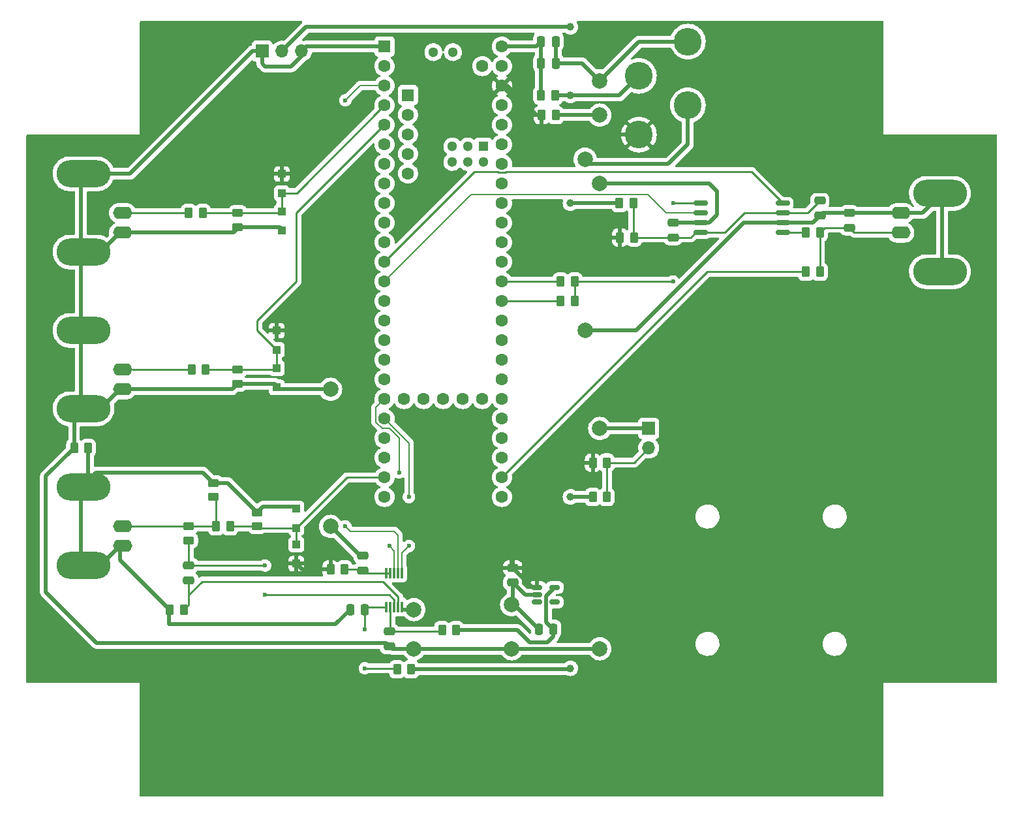
<source format=gbr>
%TF.GenerationSoftware,KiCad,Pcbnew,6.0.2+dfsg-1*%
%TF.CreationDate,2023-03-31T17:06:09+02:00*%
%TF.ProjectId,feedbackController,66656564-6261-4636-9b43-6f6e74726f6c,rev?*%
%TF.SameCoordinates,Original*%
%TF.FileFunction,Copper,L1,Top*%
%TF.FilePolarity,Positive*%
%FSLAX46Y46*%
G04 Gerber Fmt 4.6, Leading zero omitted, Abs format (unit mm)*
G04 Created by KiCad (PCBNEW 6.0.2+dfsg-1) date 2023-03-31 17:06:09*
%MOMM*%
%LPD*%
G01*
G04 APERTURE LIST*
G04 Aperture macros list*
%AMRoundRect*
0 Rectangle with rounded corners*
0 $1 Rounding radius*
0 $2 $3 $4 $5 $6 $7 $8 $9 X,Y pos of 4 corners*
0 Add a 4 corners polygon primitive as box body*
4,1,4,$2,$3,$4,$5,$6,$7,$8,$9,$2,$3,0*
0 Add four circle primitives for the rounded corners*
1,1,$1+$1,$2,$3*
1,1,$1+$1,$4,$5*
1,1,$1+$1,$6,$7*
1,1,$1+$1,$8,$9*
0 Add four rect primitives between the rounded corners*
20,1,$1+$1,$2,$3,$4,$5,0*
20,1,$1+$1,$4,$5,$6,$7,0*
20,1,$1+$1,$6,$7,$8,$9,0*
20,1,$1+$1,$8,$9,$2,$3,0*%
G04 Aperture macros list end*
%TA.AperFunction,SMDPad,CuDef*%
%ADD10RoundRect,0.250000X-0.262500X-0.450000X0.262500X-0.450000X0.262500X0.450000X-0.262500X0.450000X0*%
%TD*%
%TA.AperFunction,ComponentPad*%
%ADD11R,1.700000X1.700000*%
%TD*%
%TA.AperFunction,ComponentPad*%
%ADD12O,1.700000X1.700000*%
%TD*%
%TA.AperFunction,ComponentPad*%
%ADD13O,2.500000X1.600000*%
%TD*%
%TA.AperFunction,ComponentPad*%
%ADD14O,7.000000X3.500000*%
%TD*%
%TA.AperFunction,ComponentPad*%
%ADD15C,3.600000*%
%TD*%
%TA.AperFunction,SMDPad,CuDef*%
%ADD16R,1.000000X1.000000*%
%TD*%
%TA.AperFunction,SMDPad,CuDef*%
%ADD17RoundRect,0.250000X-0.250000X-0.475000X0.250000X-0.475000X0.250000X0.475000X-0.250000X0.475000X0*%
%TD*%
%TA.AperFunction,SMDPad,CuDef*%
%ADD18RoundRect,0.250000X0.450000X-0.262500X0.450000X0.262500X-0.450000X0.262500X-0.450000X-0.262500X0*%
%TD*%
%TA.AperFunction,SMDPad,CuDef*%
%ADD19RoundRect,0.250000X-0.450000X0.262500X-0.450000X-0.262500X0.450000X-0.262500X0.450000X0.262500X0*%
%TD*%
%TA.AperFunction,SMDPad,CuDef*%
%ADD20RoundRect,0.250000X-0.475000X0.250000X-0.475000X-0.250000X0.475000X-0.250000X0.475000X0.250000X0*%
%TD*%
%TA.AperFunction,SMDPad,CuDef*%
%ADD21RoundRect,0.250000X0.250000X0.475000X-0.250000X0.475000X-0.250000X-0.475000X0.250000X-0.475000X0*%
%TD*%
%TA.AperFunction,SMDPad,CuDef*%
%ADD22RoundRect,0.250000X0.262500X0.450000X-0.262500X0.450000X-0.262500X-0.450000X0.262500X-0.450000X0*%
%TD*%
%TA.AperFunction,SMDPad,CuDef*%
%ADD23RoundRect,0.250000X0.475000X-0.250000X0.475000X0.250000X-0.475000X0.250000X-0.475000X-0.250000X0*%
%TD*%
%TA.AperFunction,SMDPad,CuDef*%
%ADD24RoundRect,0.150000X-0.512500X-0.150000X0.512500X-0.150000X0.512500X0.150000X-0.512500X0.150000X0*%
%TD*%
%TA.AperFunction,SMDPad,CuDef*%
%ADD25RoundRect,0.150000X0.750000X0.150000X-0.750000X0.150000X-0.750000X-0.150000X0.750000X-0.150000X0*%
%TD*%
%TA.AperFunction,SMDPad,CuDef*%
%ADD26R,0.300000X1.400000*%
%TD*%
%TA.AperFunction,ComponentPad*%
%ADD27R,1.600000X1.600000*%
%TD*%
%TA.AperFunction,ComponentPad*%
%ADD28C,1.600000*%
%TD*%
%TA.AperFunction,ComponentPad*%
%ADD29R,1.300000X1.300000*%
%TD*%
%TA.AperFunction,ComponentPad*%
%ADD30C,1.300000*%
%TD*%
%TA.AperFunction,ViaPad*%
%ADD31C,0.600000*%
%TD*%
%TA.AperFunction,ViaPad*%
%ADD32C,2.000000*%
%TD*%
%TA.AperFunction,ViaPad*%
%ADD33C,1.000000*%
%TD*%
%TA.AperFunction,Conductor*%
%ADD34C,0.250000*%
%TD*%
%TA.AperFunction,Conductor*%
%ADD35C,0.500000*%
%TD*%
%TA.AperFunction,Conductor*%
%ADD36C,0.200000*%
%TD*%
G04 APERTURE END LIST*
D10*
%TO.P,R21,1*%
%TO.N,Net-(C2-Pad2)*%
X124817500Y-135382000D03*
%TO.P,R21,2*%
%TO.N,+5V*%
X126642500Y-135382000D03*
%TD*%
D11*
%TO.P,J6,1,Pin_1*%
%TO.N,GNDD*%
X157480000Y-104140000D03*
D12*
%TO.P,J6,2,Pin_2*%
%TO.N,Net-(J6-Pad2)*%
X157480000Y-106680000D03*
%TD*%
D10*
%TO.P,R11,1*%
%TO.N,unconnected-(R11-Pad1)*%
X177875000Y-83820000D03*
%TO.P,R11,2*%
%TO.N,Net-(C11-Pad2)*%
X179700000Y-83820000D03*
%TD*%
D13*
%TO.P,J1,1,In*%
%TO.N,Net-(J1-Pad1)*%
X89210000Y-116840000D03*
D14*
%TO.P,J1,2,Ext*%
%TO.N,GNDA*%
X84130000Y-121920000D03*
X84130000Y-111760000D03*
D13*
X89210000Y-119380000D03*
%TD*%
D15*
%TO.P,TP1,1,1*%
%TO.N,+5V*%
X156210000Y-58420000D03*
%TD*%
%TO.P,TP4,1,1*%
%TO.N,GNDA*%
X162560000Y-62230000D03*
%TD*%
D16*
%TO.P,D1,1,K*%
%TO.N,GNDD*%
X109855000Y-78500000D03*
%TO.P,D1,2,A*%
%TO.N,Net-(D1-Pad2)*%
X109855000Y-76000000D03*
%TD*%
D10*
%TO.P,R10,1*%
%TO.N,+3V3*%
X143590000Y-63500000D03*
%TO.P,R10,2*%
%TO.N,GNDD*%
X145415000Y-63500000D03*
%TD*%
D17*
%TO.P,C2,1*%
%TO.N,GNDA*%
X118750000Y-127635000D03*
%TO.P,C2,2*%
%TO.N,Net-(C2-Pad2)*%
X120650000Y-127635000D03*
%TD*%
D18*
%TO.P,R8,1*%
%TO.N,Net-(J1-Pad1)*%
X100965000Y-113030000D03*
%TO.P,R8,2*%
%TO.N,GNDA*%
X100965000Y-111205000D03*
%TD*%
D17*
%TO.P,C10,1*%
%TO.N,Net-(C10-Pad1)*%
X143510000Y-56769000D03*
%TO.P,C10,2*%
%TO.N,GNDD*%
X145410000Y-56769000D03*
%TD*%
D16*
%TO.P,D3,1,K*%
%TO.N,GNDD*%
X109220000Y-98820000D03*
%TO.P,D3,2,A*%
%TO.N,Net-(D2-Pad1)*%
X109220000Y-96320000D03*
%TD*%
D10*
%TO.P,R9,1*%
%TO.N,GNDD*%
X82907500Y-106680000D03*
%TO.P,R9,2*%
%TO.N,GNDA*%
X84732500Y-106680000D03*
%TD*%
%TO.P,R3,1*%
%TO.N,Net-(J3-Pad1)*%
X98147500Y-96520000D03*
%TO.P,R3,2*%
%TO.N,Net-(D2-Pad1)*%
X99972500Y-96520000D03*
%TD*%
%TO.P,R17,1*%
%TO.N,Net-(R17-Pad1)*%
X146050000Y-85090000D03*
%TO.P,R17,2*%
%TO.N,Net-(R17-Pad2)*%
X147875000Y-85090000D03*
%TD*%
D19*
%TO.P,R4,1*%
%TO.N,Net-(D2-Pad1)*%
X104140000Y-96520000D03*
%TO.P,R4,2*%
%TO.N,GNDD*%
X104140000Y-98345000D03*
%TD*%
D20*
%TO.P,C1,1*%
%TO.N,Net-(C1-Pad1)*%
X97790000Y-121920000D03*
%TO.P,C1,2*%
%TO.N,Net-(C1-Pad2)*%
X97790000Y-123820000D03*
%TD*%
D16*
%TO.P,D5,1,K*%
%TO.N,GNDA*%
X111760000Y-114540000D03*
%TO.P,D5,2,A*%
%TO.N,Net-(D4-Pad1)*%
X111760000Y-117040000D03*
%TD*%
D17*
%TO.P,C9,1*%
%TO.N,Net-(C10-Pad1)*%
X143510000Y-53975000D03*
%TO.P,C9,2*%
%TO.N,GNDD*%
X145410000Y-53975000D03*
%TD*%
D20*
%TO.P,C11,1*%
%TO.N,GNDA*%
X183515000Y-76200000D03*
%TO.P,C11,2*%
%TO.N,Net-(C11-Pad2)*%
X183515000Y-78100000D03*
%TD*%
D21*
%TO.P,C7,1*%
%TO.N,+1V8*%
X145095000Y-130175000D03*
%TO.P,C7,2*%
%TO.N,GNDD*%
X143195000Y-130175000D03*
%TD*%
D10*
%TO.P,R1,1*%
%TO.N,Net-(J2-Pad1)*%
X97790000Y-76200000D03*
%TO.P,R1,2*%
%TO.N,Net-(D1-Pad2)*%
X99615000Y-76200000D03*
%TD*%
D13*
%TO.P,J2,1,In*%
%TO.N,Net-(J2-Pad1)*%
X89210000Y-76200000D03*
D14*
%TO.P,J2,2,Ext*%
%TO.N,GNDD*%
X84130000Y-71120000D03*
D13*
X89210000Y-78740000D03*
D14*
X84130000Y-81280000D03*
%TD*%
D18*
%TO.P,R7,1*%
%TO.N,Net-(C1-Pad1)*%
X97790000Y-118665000D03*
%TO.P,R7,2*%
%TO.N,Net-(J1-Pad1)*%
X97790000Y-116840000D03*
%TD*%
D10*
%TO.P,R20,1*%
%TO.N,Net-(C10-Pad1)*%
X143510000Y-60960000D03*
%TO.P,R20,2*%
%TO.N,+5V*%
X145335000Y-60960000D03*
%TD*%
%TO.P,R5,1*%
%TO.N,Net-(J1-Pad1)*%
X101322500Y-116840000D03*
%TO.P,R5,2*%
%TO.N,Net-(D4-Pad1)*%
X103147500Y-116840000D03*
%TD*%
D22*
%TO.P,R13,1*%
%TO.N,Net-(J6-Pad2)*%
X152042500Y-108585000D03*
%TO.P,R13,2*%
%TO.N,+3V3*%
X150217500Y-108585000D03*
%TD*%
%TO.P,R14,1*%
%TO.N,Net-(J6-Pad2)*%
X152042500Y-113030000D03*
%TO.P,R14,2*%
%TO.N,+5V*%
X150217500Y-113030000D03*
%TD*%
D23*
%TO.P,C8,1*%
%TO.N,Net-(C5-Pad2)*%
X160655000Y-79375000D03*
%TO.P,C8,2*%
%TO.N,GNDD*%
X160655000Y-77475000D03*
%TD*%
D16*
%TO.P,D2,1,K*%
%TO.N,Net-(D2-Pad1)*%
X109220000Y-93960000D03*
%TO.P,D2,2,A*%
%TO.N,+3V3*%
X109220000Y-91460000D03*
%TD*%
D10*
%TO.P,R22,1*%
%TO.N,Net-(C3-Pad1)*%
X130659500Y-130302000D03*
%TO.P,R22,2*%
%TO.N,+1V8*%
X132484500Y-130302000D03*
%TD*%
D15*
%TO.P,TP2,1,1*%
%TO.N,+3V3*%
X156210000Y-66040000D03*
%TD*%
D10*
%TO.P,R18,1*%
%TO.N,GNDA*%
X95330000Y-127635000D03*
%TO.P,R18,2*%
%TO.N,Net-(C1-Pad2)*%
X97155000Y-127635000D03*
%TD*%
D13*
%TO.P,J4,1,In*%
%TO.N,Net-(C11-Pad2)*%
X190190000Y-78740000D03*
D14*
%TO.P,J4,2,Ext*%
%TO.N,GNDA*%
X195270000Y-83820000D03*
X195270000Y-73660000D03*
D13*
X190190000Y-76200000D03*
%TD*%
D22*
%TO.P,R12,1*%
%TO.N,Net-(C11-Pad2)*%
X179700000Y-78740000D03*
%TO.P,R12,2*%
%TO.N,Net-(R12-Pad2)*%
X177875000Y-78740000D03*
%TD*%
D23*
%TO.P,C5,1*%
%TO.N,GNDA*%
X179705000Y-76515000D03*
%TO.P,C5,2*%
%TO.N,Net-(C5-Pad2)*%
X179705000Y-74615000D03*
%TD*%
D16*
%TO.P,D6,1,K*%
%TO.N,Net-(D1-Pad2)*%
X109855000Y-73640000D03*
%TO.P,D6,2,A*%
%TO.N,+3V3*%
X109855000Y-71140000D03*
%TD*%
D15*
%TO.P,TP3,1,1*%
%TO.N,GNDD*%
X162560000Y-53975000D03*
%TD*%
D22*
%TO.P,R16,1*%
%TO.N,Net-(C5-Pad2)*%
X155575000Y-79375000D03*
%TO.P,R16,2*%
%TO.N,+3V3*%
X153750000Y-79375000D03*
%TD*%
D13*
%TO.P,J3,1,In*%
%TO.N,Net-(J3-Pad1)*%
X89210000Y-96520000D03*
D14*
%TO.P,J3,2,Ext*%
%TO.N,GNDD*%
X84130000Y-91440000D03*
D13*
X89210000Y-99060000D03*
D14*
X84130000Y-101600000D03*
%TD*%
D24*
%TO.P,U4,1,VIN*%
%TO.N,+3V3*%
X143007500Y-124780000D03*
%TO.P,U4,2,GND*%
%TO.N,GNDD*%
X143007500Y-125730000D03*
%TO.P,U4,3,EN*%
%TO.N,unconnected-(U4-Pad3)*%
X143007500Y-126680000D03*
%TO.P,U4,4,NC*%
%TO.N,unconnected-(U4-Pad4)*%
X145282500Y-126680000D03*
%TO.P,U4,5,VOUT*%
%TO.N,+1V8*%
X145282500Y-124780000D03*
%TD*%
D16*
%TO.P,D4,1,K*%
%TO.N,Net-(D4-Pad1)*%
X111760000Y-119180000D03*
%TO.P,D4,2,A*%
%TO.N,+3V3*%
X111760000Y-121680000D03*
%TD*%
D23*
%TO.P,C4,1*%
%TO.N,Net-(C4-Pad1)*%
X120396000Y-122555000D03*
%TO.P,C4,2*%
%TO.N,GNDD*%
X120396000Y-120655000D03*
%TD*%
D11*
%TO.P,J5,1,Pin_1*%
%TO.N,GNDD*%
X107330000Y-55220000D03*
D12*
%TO.P,J5,2,Pin_2*%
%TO.N,+5V*%
X109870000Y-55220000D03*
%TO.P,J5,3,Pin_3*%
%TO.N,GNDD*%
X112410000Y-55220000D03*
%TD*%
D18*
%TO.P,R6,1*%
%TO.N,Net-(D4-Pad1)*%
X106680000Y-116840000D03*
%TO.P,R6,2*%
%TO.N,GNDA*%
X106680000Y-115015000D03*
%TD*%
D20*
%TO.P,C6,1*%
%TO.N,+3V3*%
X139832500Y-122240000D03*
%TO.P,C6,2*%
%TO.N,GNDD*%
X139832500Y-124140000D03*
%TD*%
D19*
%TO.P,R2,1*%
%TO.N,Net-(D1-Pad2)*%
X104140000Y-76200000D03*
%TO.P,R2,2*%
%TO.N,GNDD*%
X104140000Y-78025000D03*
%TD*%
D25*
%TO.P,U3,1,OUT*%
%TO.N,Net-(R12-Pad2)*%
X174870000Y-78740000D03*
%TO.P,U3,2,AGND*%
%TO.N,GNDA*%
X174870000Y-77470000D03*
%TO.P,U3,3,REF*%
%TO.N,Net-(C5-Pad2)*%
X174870000Y-76200000D03*
%TO.P,U3,4,~{CS}*%
%TO.N,Net-(U2-Pad12)*%
X174870000Y-74930000D03*
%TO.P,U3,5,SCLK*%
%TO.N,Net-(R17-Pad2)*%
X164220000Y-74930000D03*
%TO.P,U3,6,DIN*%
%TO.N,Net-(U2-Pad13)*%
X164220000Y-76200000D03*
%TO.P,U3,7,DGND*%
%TO.N,GNDD*%
X164220000Y-77470000D03*
%TO.P,U3,8,VDD*%
%TO.N,Net-(C5-Pad2)*%
X164220000Y-78740000D03*
%TD*%
D20*
%TO.P,C3,1*%
%TO.N,Net-(C3-Pad1)*%
X123825000Y-130495000D03*
%TO.P,C3,2*%
%TO.N,GNDD*%
X123825000Y-132395000D03*
%TD*%
D22*
%TO.P,R23,1*%
%TO.N,Net-(C4-Pad1)*%
X118006500Y-122428000D03*
%TO.P,R23,2*%
%TO.N,+3V3*%
X116181500Y-122428000D03*
%TD*%
D10*
%TO.P,R19,1*%
%TO.N,Net-(R19-Pad1)*%
X146050000Y-87630000D03*
%TO.P,R19,2*%
%TO.N,Net-(R17-Pad2)*%
X147875000Y-87630000D03*
%TD*%
D26*
%TO.P,U1,1,VREF*%
%TO.N,Net-(C2-Pad2)*%
X123460000Y-127295000D03*
%TO.P,U1,2,AVDD*%
%TO.N,Net-(C3-Pad1)*%
X123960000Y-127295000D03*
%TO.P,U1,3,IN+*%
%TO.N,Net-(C1-Pad1)*%
X124460000Y-127295000D03*
%TO.P,U1,4,IN-*%
%TO.N,Net-(C1-Pad2)*%
X124960000Y-127295000D03*
%TO.P,U1,5,GND*%
%TO.N,GNDD*%
X125460000Y-127295000D03*
%TO.P,U1,6,CONV*%
%TO.N,Net-(U1-Pad6)*%
X125460000Y-122895000D03*
%TO.P,U1,7,SDO*%
%TO.N,Net-(U1-Pad7)*%
X124960000Y-122895000D03*
%TO.P,U1,8,SCK*%
%TO.N,Net-(U1-Pad8)*%
X124460000Y-122895000D03*
%TO.P,U1,9,SDI*%
%TO.N,Net-(C4-Pad1)*%
X123960000Y-122895000D03*
%TO.P,U1,10,DVIO*%
X123460000Y-122895000D03*
%TD*%
D27*
%TO.P,U2,1,GND*%
%TO.N,GNDD*%
X123190000Y-54610000D03*
D28*
%TO.P,U2,2,0_RX1_CRX2_CS1*%
%TO.N,unconnected-(U2-Pad2)*%
X123190000Y-57150000D03*
%TO.P,U2,3,1_TX1_CTX2_MISO1*%
%TO.N,Net-(U1-Pad7)*%
X123190000Y-59690000D03*
%TO.P,U2,4,2_OUT2*%
%TO.N,Net-(D1-Pad2)*%
X123190000Y-62230000D03*
%TO.P,U2,5,3_LRCLK2*%
%TO.N,Net-(D2-Pad1)*%
X123190000Y-64770000D03*
%TO.P,U2,6,4_BCLK2*%
%TO.N,unconnected-(U2-Pad6)*%
X123190000Y-67310000D03*
%TO.P,U2,7,5_IN2*%
%TO.N,unconnected-(U2-Pad7)*%
X123190000Y-69850000D03*
%TO.P,U2,8,6_OUT1D*%
%TO.N,unconnected-(U2-Pad8)*%
X123190000Y-72390000D03*
%TO.P,U2,9,7_RX2_OUT1A*%
%TO.N,unconnected-(U2-Pad9)*%
X123190000Y-74930000D03*
%TO.P,U2,10,8_TX2_IN1*%
%TO.N,unconnected-(U2-Pad10)*%
X123190000Y-77470000D03*
%TO.P,U2,11,9_OUT1C*%
%TO.N,unconnected-(U2-Pad11)*%
X123190000Y-80010000D03*
%TO.P,U2,12,10_CS_MQSR*%
%TO.N,Net-(U2-Pad12)*%
X123190000Y-82550000D03*
%TO.P,U2,13,11_MOSI_CTX1*%
%TO.N,Net-(U2-Pad13)*%
X123190000Y-85090000D03*
%TO.P,U2,14,12_MISO_MQSL*%
%TO.N,unconnected-(U2-Pad14)*%
X123190000Y-87630000D03*
%TO.P,U2,15,3V3*%
%TO.N,unconnected-(U2-Pad15)*%
X123190000Y-90170000D03*
%TO.P,U2,16,24_A10_TX6_SCL2*%
%TO.N,unconnected-(U2-Pad16)*%
X123190000Y-92710000D03*
%TO.P,U2,17,25_A11_RX6_SDA2*%
%TO.N,unconnected-(U2-Pad17)*%
X123190000Y-95250000D03*
%TO.P,U2,18,26_A12_MOSI1*%
%TO.N,unconnected-(U2-Pad18)*%
X123190000Y-97790000D03*
%TO.P,U2,19,27_A13_SCK1*%
%TO.N,Net-(U1-Pad8)*%
X123190000Y-100330000D03*
%TO.P,U2,20,28_RX7*%
%TO.N,Net-(U1-Pad6)*%
X123190000Y-102870000D03*
%TO.P,U2,21,29_TX7*%
%TO.N,unconnected-(U2-Pad21)*%
X123190000Y-105410000D03*
%TO.P,U2,22,30_CRX3*%
%TO.N,unconnected-(U2-Pad22)*%
X123190000Y-107950000D03*
%TO.P,U2,23,31_CTX3*%
%TO.N,Net-(D4-Pad1)*%
X123190000Y-110490000D03*
%TO.P,U2,24,32_OUT1B*%
%TO.N,unconnected-(U2-Pad24)*%
X123190000Y-113030000D03*
%TO.P,U2,25,33_MCLK2*%
%TO.N,unconnected-(U2-Pad25)*%
X138430000Y-113030000D03*
%TO.P,U2,26,34_RX8*%
%TO.N,unconnected-(R11-Pad1)*%
X138430000Y-110490000D03*
%TO.P,U2,27,35_TX8*%
%TO.N,unconnected-(U2-Pad27)*%
X138430000Y-107950000D03*
%TO.P,U2,28,36_CS*%
%TO.N,unconnected-(U2-Pad28)*%
X138430000Y-105410000D03*
%TO.P,U2,29,37_CS*%
%TO.N,unconnected-(U2-Pad29)*%
X138430000Y-102870000D03*
%TO.P,U2,30,38_CS1_IN1*%
%TO.N,unconnected-(U2-Pad30)*%
X138430000Y-100330000D03*
%TO.P,U2,31,39_MISO1_OUT1A*%
%TO.N,unconnected-(U2-Pad31)*%
X138430000Y-97790000D03*
%TO.P,U2,32,40_A16*%
%TO.N,unconnected-(U2-Pad32)*%
X138430000Y-95250000D03*
%TO.P,U2,33,41_A17*%
%TO.N,unconnected-(U2-Pad33)*%
X138430000Y-92710000D03*
%TO.P,U2,34,GND*%
%TO.N,unconnected-(U2-Pad34)*%
X138430000Y-90170000D03*
%TO.P,U2,35,13_SCK_LED*%
%TO.N,Net-(R19-Pad1)*%
X138430000Y-87630000D03*
%TO.P,U2,36,14_A0_TX3_SPDIF_OUT*%
%TO.N,Net-(R17-Pad1)*%
X138430000Y-85090000D03*
%TO.P,U2,37,15_A1_RX3_SPDIF_IN*%
%TO.N,unconnected-(U2-Pad37)*%
X138430000Y-82550000D03*
%TO.P,U2,38,16_A2_RX4_SCL1*%
%TO.N,unconnected-(U2-Pad38)*%
X138430000Y-80010000D03*
%TO.P,U2,39,17_A3_TX4_SDA1*%
%TO.N,unconnected-(U2-Pad39)*%
X138430000Y-77470000D03*
%TO.P,U2,40,18_A4_SDA*%
%TO.N,unconnected-(U2-Pad40)*%
X138430000Y-74930000D03*
%TO.P,U2,41,19_A5_SCL*%
%TO.N,unconnected-(U2-Pad41)*%
X138430000Y-72390000D03*
%TO.P,U2,42,20_A6_TX5_LRCLK1*%
%TO.N,unconnected-(U2-Pad42)*%
X138430000Y-69850000D03*
%TO.P,U2,43,21_A7_RX5_BCLK1*%
%TO.N,unconnected-(U2-Pad43)*%
X138430000Y-67310000D03*
%TO.P,U2,44,22_A8_CTX1*%
%TO.N,unconnected-(U2-Pad44)*%
X138430000Y-64770000D03*
%TO.P,U2,45,23_A9_CRX1_MCLK1*%
%TO.N,unconnected-(U2-Pad45)*%
X138430000Y-62230000D03*
%TO.P,U2,46,3V3*%
%TO.N,+3V3*%
X138430000Y-59690000D03*
%TO.P,U2,47,GND*%
%TO.N,unconnected-(U2-Pad47)*%
X138430000Y-57150000D03*
%TO.P,U2,48,VIN*%
%TO.N,Net-(C10-Pad1)*%
X138430000Y-54610000D03*
%TO.P,U2,49,VUSB*%
%TO.N,unconnected-(U2-Pad49)*%
X135890000Y-57150000D03*
%TO.P,U2,50,VBAT*%
%TO.N,unconnected-(U2-Pad50)*%
X125730000Y-100330000D03*
%TO.P,U2,51,3V3*%
%TO.N,unconnected-(U2-Pad51)*%
X128270000Y-100330000D03*
%TO.P,U2,52,GND*%
%TO.N,unconnected-(U2-Pad52)*%
X130810000Y-100330000D03*
%TO.P,U2,53,PROGRAM*%
%TO.N,unconnected-(U2-Pad53)*%
X133350000Y-100330000D03*
%TO.P,U2,54,ON_OFF*%
%TO.N,unconnected-(U2-Pad54)*%
X135890000Y-100330000D03*
D27*
%TO.P,U2,55,5V*%
%TO.N,unconnected-(U2-Pad55)*%
X126240800Y-60909200D03*
D28*
%TO.P,U2,56,D-*%
%TO.N,unconnected-(U2-Pad56)*%
X126240800Y-63449200D03*
%TO.P,U2,57,D+*%
%TO.N,unconnected-(U2-Pad57)*%
X126240800Y-65989200D03*
%TO.P,U2,58,GND*%
%TO.N,unconnected-(U2-Pad58)*%
X126240800Y-68529200D03*
%TO.P,U2,59,GND*%
%TO.N,unconnected-(U2-Pad59)*%
X126240800Y-71069200D03*
D29*
%TO.P,U2,60,R+*%
%TO.N,unconnected-(U2-Pad60)*%
X135991600Y-67580000D03*
D30*
%TO.P,U2,61,LED*%
%TO.N,unconnected-(U2-Pad61)*%
X133991600Y-67580000D03*
%TO.P,U2,62,T-*%
%TO.N,unconnected-(U2-Pad62)*%
X131991600Y-67580000D03*
%TO.P,U2,63,T+*%
%TO.N,unconnected-(U2-Pad63)*%
X131991600Y-69580000D03*
%TO.P,U2,64,GND*%
%TO.N,unconnected-(U2-Pad64)*%
X133991600Y-69580000D03*
%TO.P,U2,65,R-*%
%TO.N,unconnected-(U2-Pad65)*%
X135991600Y-69580000D03*
%TO.P,U2,66,D-*%
%TO.N,unconnected-(U2-Pad66)*%
X132080000Y-55340000D03*
%TO.P,U2,67,D+*%
%TO.N,unconnected-(U2-Pad67)*%
X129540000Y-55340000D03*
%TD*%
D22*
%TO.P,R15,1*%
%TO.N,Net-(C5-Pad2)*%
X155495000Y-74930000D03*
%TO.P,R15,2*%
%TO.N,+5V*%
X153670000Y-74930000D03*
%TD*%
D31*
%TO.N,Net-(C1-Pad1)*%
X107696000Y-121920000D03*
X107696000Y-125730000D03*
D32*
%TO.N,GNDA*%
X149225000Y-91440000D03*
X149225000Y-69215000D03*
D33*
%TO.N,+5V*%
X147320000Y-60960000D03*
X147320000Y-52070000D03*
X147320000Y-113030000D03*
X147320000Y-135255000D03*
X147320000Y-74930000D03*
D32*
%TO.N,GNDD*%
X151130000Y-72390000D03*
X139700000Y-127000000D03*
X116205000Y-116840000D03*
X127000000Y-132715000D03*
X116205000Y-99060000D03*
X151130000Y-59055000D03*
X151130000Y-132715000D03*
X139700000Y-132715000D03*
X151130000Y-104140000D03*
X151130000Y-63500000D03*
X127000000Y-127635000D03*
D33*
%TO.N,+3V3*%
X120015000Y-90805000D03*
X120015000Y-57150000D03*
X143510000Y-66675000D03*
X114046000Y-122428000D03*
X143510000Y-108585000D03*
X143510000Y-115570000D03*
X120015000Y-115570000D03*
X143510000Y-79375000D03*
D31*
%TO.N,Net-(U1-Pad6)*%
X126365000Y-119380000D03*
X126365000Y-113030000D03*
%TO.N,Net-(U1-Pad7)*%
X118110000Y-61595000D03*
X118110000Y-116840000D03*
%TO.N,Net-(U1-Pad8)*%
X123825000Y-119380000D03*
X125095000Y-109855000D03*
%TO.N,Net-(R17-Pad2)*%
X160655000Y-74930000D03*
X160655000Y-85090000D03*
%TO.N,Net-(C2-Pad2)*%
X120650000Y-135255000D03*
X120650000Y-130175000D03*
%TD*%
D34*
%TO.N,Net-(C1-Pad1)*%
X124460000Y-126365718D02*
X123824282Y-125730000D01*
X124460000Y-127295000D02*
X124460000Y-126365718D01*
X123824282Y-125730000D02*
X107696000Y-125730000D01*
X97790000Y-121920000D02*
X107696000Y-121920000D01*
X97790000Y-121920000D02*
X97790000Y-118665000D01*
D35*
%TO.N,GNDA*%
X190500000Y-76200000D02*
X193040000Y-76200000D01*
X180020000Y-76200000D02*
X190500000Y-76200000D01*
X160020000Y-69850000D02*
X162560000Y-67310000D01*
X174870000Y-77470000D02*
X169794589Y-77470000D01*
X155824589Y-91440000D02*
X149225000Y-91440000D01*
X85725000Y-109855000D02*
X99615000Y-109855000D01*
X169794589Y-77470000D02*
X155824589Y-91440000D01*
X83820000Y-111760000D02*
X85725000Y-109855000D01*
X179705000Y-76515000D02*
X180020000Y-76200000D01*
X174870000Y-77470000D02*
X174874520Y-77465480D01*
X99615000Y-109855000D02*
X100965000Y-111205000D01*
X102870000Y-111205000D02*
X106680000Y-115015000D01*
X88900000Y-121205000D02*
X95330000Y-127635000D01*
X149860000Y-69850000D02*
X160020000Y-69850000D01*
X149225000Y-69215000D02*
X149860000Y-69850000D01*
X95250000Y-129540000D02*
X116845000Y-129540000D01*
X88900000Y-119380000D02*
X88900000Y-121205000D01*
X178754520Y-77465480D02*
X179705000Y-76515000D01*
X195580000Y-73660000D02*
X195580000Y-83820000D01*
X162560000Y-67310000D02*
X162560000Y-62230000D01*
X107395000Y-114300000D02*
X111760000Y-114300000D01*
X95330000Y-127635000D02*
X95250000Y-127715000D01*
X106680000Y-115015000D02*
X107395000Y-114300000D01*
X83820000Y-121920000D02*
X86360000Y-121920000D01*
X100965000Y-111205000D02*
X102870000Y-111205000D01*
X83820000Y-111760000D02*
X83820000Y-121920000D01*
X193040000Y-76200000D02*
X195580000Y-73660000D01*
X116845000Y-129540000D02*
X118750000Y-127635000D01*
X95250000Y-127715000D02*
X95250000Y-129540000D01*
X84732500Y-106680000D02*
X84732500Y-110847500D01*
X174874520Y-77465480D02*
X178754520Y-77465480D01*
X86360000Y-121920000D02*
X88900000Y-119380000D01*
%TO.N,+5V*%
X147320000Y-52070000D02*
X113020000Y-52070000D01*
X147320000Y-74930000D02*
X153670000Y-74930000D01*
X147320000Y-60960000D02*
X153670000Y-60960000D01*
X145335000Y-60960000D02*
X147320000Y-60960000D01*
X113020000Y-52070000D02*
X109870000Y-55220000D01*
X153670000Y-60960000D02*
X156210000Y-58420000D01*
X147193000Y-135382000D02*
X147320000Y-135255000D01*
X126642500Y-135382000D02*
X147193000Y-135382000D01*
X147320000Y-113030000D02*
X150217500Y-113030000D01*
%TO.N,+1V8*%
X145095000Y-131131960D02*
X144336480Y-131890480D01*
X142050480Y-131890480D02*
X144336480Y-131890480D01*
X144170480Y-129250480D02*
X145095000Y-130175000D01*
X132484500Y-130302000D02*
X140462000Y-130302000D01*
X140462000Y-130302000D02*
X142050480Y-131890480D01*
X144170480Y-125892020D02*
X144170480Y-129250480D01*
X145095000Y-130175000D02*
X145095000Y-131131960D01*
X145282500Y-124780000D02*
X144170480Y-125892020D01*
%TO.N,GNDD*%
X104140000Y-78025000D02*
X109580000Y-78025000D01*
X83820000Y-81280000D02*
X83820000Y-91440000D01*
X116205000Y-99060000D02*
X109460000Y-99060000D01*
X88900000Y-78740000D02*
X103612020Y-78740000D01*
X166370000Y-76454000D02*
X165354000Y-77470000D01*
X151130000Y-104140000D02*
X157480000Y-104140000D01*
X83820000Y-81280000D02*
X86360000Y-81280000D01*
X127000000Y-132715000D02*
X139700000Y-132715000D01*
X82907500Y-102512500D02*
X83820000Y-101600000D01*
X111080489Y-57194511D02*
X112410000Y-55865000D01*
X90170000Y-71120000D02*
X83820000Y-71120000D01*
X88900000Y-99060000D02*
X103425000Y-99060000D01*
X107330000Y-56820000D02*
X107704511Y-57194511D01*
X79248000Y-125349000D02*
X85852000Y-131953000D01*
X120020000Y-120655000D02*
X116205000Y-116840000D01*
X113020000Y-54610000D02*
X112410000Y-55220000D01*
X85852000Y-131953000D02*
X123383000Y-131953000D01*
X112410000Y-55865000D02*
X112410000Y-55220000D01*
X165354000Y-77470000D02*
X164220000Y-77470000D01*
X103425000Y-99060000D02*
X104140000Y-98345000D01*
X160655000Y-77475000D02*
X164850000Y-77475000D01*
X108945000Y-98345000D02*
X109220000Y-98620000D01*
X145410000Y-56769000D02*
X148844000Y-56769000D01*
X120396000Y-120655000D02*
X120020000Y-120655000D01*
X148844000Y-56769000D02*
X151130000Y-59055000D01*
X145415000Y-63500000D02*
X151130000Y-63500000D01*
X123825000Y-132395000D02*
X124145000Y-132715000D01*
X139832500Y-126812500D02*
X139832500Y-124140000D01*
X82907500Y-106680000D02*
X79248000Y-110339500D01*
X109460000Y-99060000D02*
X109220000Y-98820000D01*
X151130000Y-59055000D02*
X156210000Y-53975000D01*
X109580000Y-78025000D02*
X109855000Y-78300000D01*
X124145000Y-132715000D02*
X127000000Y-132715000D01*
X139700000Y-132715000D02*
X151130000Y-132715000D01*
X86360000Y-81280000D02*
X88900000Y-78740000D01*
X104140000Y-98345000D02*
X108945000Y-98345000D01*
X151130000Y-72390000D02*
X165354000Y-72390000D01*
X106070000Y-55220000D02*
X90170000Y-71120000D01*
X143195000Y-130175000D02*
X139832500Y-126812500D01*
X165354000Y-72390000D02*
X166370000Y-73406000D01*
X143007500Y-125730000D02*
X141422500Y-125730000D01*
D36*
X125460000Y-127295000D02*
X125800000Y-127635000D01*
D35*
X166370000Y-73406000D02*
X166370000Y-76454000D01*
X82907500Y-106680000D02*
X82907500Y-102512500D01*
X107704511Y-57194511D02*
X111080489Y-57194511D01*
X141422500Y-125730000D02*
X139832500Y-124140000D01*
X83820000Y-81280000D02*
X83820000Y-71120000D01*
X127000000Y-127635000D02*
X125800000Y-127635000D01*
X83820000Y-101600000D02*
X86360000Y-101600000D01*
X106070000Y-55220000D02*
X107330000Y-55220000D01*
X145410000Y-56769000D02*
X145410000Y-53975000D01*
X123190000Y-54610000D02*
X113020000Y-54610000D01*
X107330000Y-55220000D02*
X107330000Y-56820000D01*
X83820000Y-91440000D02*
X83820000Y-101600000D01*
X156210000Y-53975000D02*
X162560000Y-53975000D01*
X103612020Y-78740000D02*
X104140000Y-78212020D01*
X79248000Y-110339500D02*
X79248000Y-125349000D01*
X86360000Y-101600000D02*
X88900000Y-99060000D01*
X123383000Y-131953000D02*
X123825000Y-132395000D01*
%TO.N,+3V3*%
X114046000Y-122428000D02*
X112508000Y-122428000D01*
X143510000Y-66675000D02*
X144145000Y-66040000D01*
X143590000Y-63500000D02*
X142875000Y-63500000D01*
X139700000Y-115570000D02*
X120015000Y-115570000D01*
X109855000Y-71140000D02*
X109855000Y-67310000D01*
X143007500Y-124780000D02*
X142372500Y-124780000D01*
X109855000Y-67310000D02*
X120015000Y-57150000D01*
X139700000Y-122107500D02*
X139832500Y-122240000D01*
X143510000Y-115570000D02*
X139700000Y-115570000D01*
X112508000Y-122428000D02*
X111760000Y-121680000D01*
X143510000Y-108585000D02*
X150217500Y-108585000D01*
X143590000Y-63500000D02*
X143590000Y-66595000D01*
X120015000Y-90805000D02*
X119360000Y-91460000D01*
X119360000Y-91460000D02*
X109220000Y-91460000D01*
X153750000Y-79375000D02*
X143510000Y-79375000D01*
X142372500Y-124780000D02*
X139832500Y-122240000D01*
X142875000Y-63500000D02*
X139065000Y-59690000D01*
X139700000Y-115570000D02*
X139700000Y-122107500D01*
X114046000Y-122428000D02*
X116181500Y-122428000D01*
X144145000Y-66040000D02*
X156210000Y-66040000D01*
D34*
%TO.N,Net-(C5-Pad2)*%
X178120000Y-76200000D02*
X179705000Y-74615000D01*
X162950000Y-79375000D02*
X163585000Y-78740000D01*
X155575000Y-79375000D02*
X160655000Y-79375000D01*
X155495000Y-79295000D02*
X155575000Y-79375000D01*
X155495000Y-74930000D02*
X155495000Y-79295000D01*
X167358541Y-78740000D02*
X169898541Y-76200000D01*
X169898541Y-76200000D02*
X174870000Y-76200000D01*
X164220000Y-78740000D02*
X167358541Y-78740000D01*
X174870000Y-76200000D02*
X178120000Y-76200000D01*
X160655000Y-79375000D02*
X162950000Y-79375000D01*
%TO.N,Net-(C1-Pad2)*%
X124960000Y-125976000D02*
X122988511Y-124004511D01*
X99515489Y-124004511D02*
X97790000Y-125730000D01*
X122988511Y-124004511D02*
X99515489Y-124004511D01*
X97790000Y-123820000D02*
X97790000Y-125730000D01*
X124960000Y-127295000D02*
X124960000Y-125976000D01*
X97790000Y-127000000D02*
X97155000Y-127635000D01*
X97790000Y-125730000D02*
X97790000Y-127000000D01*
%TO.N,Net-(D1-Pad2)*%
X99615000Y-76200000D02*
X104140000Y-76200000D01*
X104140000Y-76200000D02*
X109855000Y-76200000D01*
X111780000Y-73640000D02*
X123190000Y-62230000D01*
X109855000Y-76000000D02*
X109855000Y-73640000D01*
X109855000Y-73640000D02*
X111780000Y-73640000D01*
%TO.N,Net-(D2-Pad1)*%
X104140000Y-96520000D02*
X109220000Y-96520000D01*
X111760000Y-76200000D02*
X111760000Y-85090000D01*
X106680000Y-90170000D02*
X106680000Y-91420000D01*
X111760000Y-85090000D02*
X106680000Y-90170000D01*
X109220000Y-96320000D02*
X109220000Y-93960000D01*
X106680000Y-91420000D02*
X109220000Y-93960000D01*
X99972500Y-96520000D02*
X104140000Y-96520000D01*
X123190000Y-64770000D02*
X111760000Y-76200000D01*
%TO.N,Net-(J1-Pad1)*%
X101322500Y-113387500D02*
X100965000Y-113030000D01*
X101322500Y-116840000D02*
X101322500Y-113387500D01*
X88900000Y-116840000D02*
X97790000Y-116840000D01*
X97790000Y-116840000D02*
X101322500Y-116840000D01*
%TO.N,Net-(J2-Pad1)*%
X88900000Y-76200000D02*
X97790000Y-76200000D01*
%TO.N,Net-(J3-Pad1)*%
X98147500Y-96520000D02*
X90480000Y-96520000D01*
%TO.N,Net-(C11-Pad2)*%
X184155000Y-78740000D02*
X190500000Y-78740000D01*
X183515000Y-78100000D02*
X184155000Y-78740000D01*
X183515000Y-78100000D02*
X180340000Y-78100000D01*
X180340000Y-78100000D02*
X179700000Y-78740000D01*
X179700000Y-83820000D02*
X179700000Y-78740000D01*
%TO.N,Net-(J6-Pad2)*%
X152042500Y-108585000D02*
X155575000Y-108585000D01*
X152042500Y-113030000D02*
X152042500Y-108585000D01*
X155575000Y-108585000D02*
X157480000Y-106680000D01*
%TO.N,Net-(R12-Pad2)*%
X174870000Y-78740000D02*
X177875000Y-78740000D01*
D36*
%TO.N,Net-(U1-Pad6)*%
X123190000Y-102870000D02*
X126365000Y-106045000D01*
X125460000Y-122895000D02*
X125460000Y-120285000D01*
X126365000Y-106045000D02*
X126365000Y-113030000D01*
X125460000Y-120285000D02*
X126365000Y-119380000D01*
%TO.N,Net-(U1-Pad7)*%
X123190000Y-59690000D02*
X120015000Y-59690000D01*
X124960000Y-122895000D02*
X124960000Y-117975000D01*
X118110000Y-61595000D02*
X120015000Y-59690000D01*
X118745000Y-117475000D02*
X118110000Y-116840000D01*
X124460000Y-117475000D02*
X118745000Y-117475000D01*
X124960000Y-117975000D02*
X124460000Y-117475000D01*
%TO.N,Net-(U1-Pad8)*%
X125095000Y-105410000D02*
X125095000Y-109855000D01*
X122090489Y-101429511D02*
X122090489Y-103325433D01*
X123190000Y-100330000D02*
X122090489Y-101429511D01*
X124460000Y-120015000D02*
X123825000Y-119380000D01*
X123825000Y-104140000D02*
X125095000Y-105410000D01*
X122905056Y-104140000D02*
X123825000Y-104140000D01*
X124460000Y-122895000D02*
X124460000Y-120015000D01*
X122090489Y-103325433D02*
X122905056Y-104140000D01*
D34*
%TO.N,Net-(D4-Pad1)*%
X103147500Y-116840000D02*
X106680000Y-116840000D01*
X111760000Y-119180000D02*
X111760000Y-117040000D01*
X106680000Y-116840000D02*
X106880000Y-117040000D01*
X118310000Y-110490000D02*
X111760000Y-117040000D01*
X106880000Y-117040000D02*
X111760000Y-117040000D01*
X123190000Y-110490000D02*
X118310000Y-110490000D01*
%TO.N,unconnected-(R11-Pad1)*%
X138430000Y-110490000D02*
X165100000Y-83820000D01*
X165100000Y-83820000D02*
X177875000Y-83820000D01*
%TO.N,Net-(U2-Pad12)*%
X137964211Y-70974511D02*
X138895789Y-70974511D01*
X123190000Y-82550000D02*
X134874000Y-70866000D01*
X134874000Y-70866000D02*
X137855700Y-70866000D01*
X137855700Y-70866000D02*
X137964211Y-70974511D01*
X170806000Y-70866000D02*
X174870000Y-74930000D01*
X138895789Y-70974511D02*
X139004300Y-70866000D01*
X139004300Y-70866000D02*
X170806000Y-70866000D01*
D36*
%TO.N,Net-(U2-Pad13)*%
X159766000Y-76200000D02*
X164220000Y-76200000D01*
X134449511Y-73830489D02*
X157396489Y-73830489D01*
X157396489Y-73830489D02*
X159766000Y-76200000D01*
X123190000Y-85090000D02*
X134449511Y-73830489D01*
D34*
%TO.N,Net-(R19-Pad1)*%
X138430000Y-87630000D02*
X146050000Y-87630000D01*
%TO.N,Net-(R17-Pad1)*%
X138430000Y-85090000D02*
X146050000Y-85090000D01*
%TO.N,Net-(R17-Pad2)*%
X147875000Y-87630000D02*
X147875000Y-85090000D01*
X160655000Y-74930000D02*
X163585000Y-74930000D01*
X147875000Y-85090000D02*
X160655000Y-85090000D01*
%TO.N,Net-(C2-Pad2)*%
X124690500Y-135255000D02*
X124817500Y-135382000D01*
X120650000Y-130175000D02*
X120650000Y-127635000D01*
X120990000Y-127295000D02*
X120650000Y-127635000D01*
X123460000Y-127295000D02*
X120990000Y-127295000D01*
X120650000Y-135255000D02*
X124690500Y-135255000D01*
%TO.N,Net-(C3-Pad1)*%
X130466500Y-130495000D02*
X130659500Y-130302000D01*
X123825000Y-130495000D02*
X123960000Y-130360000D01*
X123825000Y-130495000D02*
X130466500Y-130495000D01*
X123960000Y-130360000D02*
X123960000Y-127295000D01*
%TO.N,Net-(C4-Pad1)*%
X118006500Y-122428000D02*
X120269000Y-122428000D01*
X120269000Y-122428000D02*
X120396000Y-122555000D01*
X123460000Y-122895000D02*
X123960000Y-122895000D01*
X120990000Y-122895000D02*
X123460000Y-122895000D01*
X120650000Y-122555000D02*
X120990000Y-122895000D01*
D35*
%TO.N,Net-(C10-Pad1)*%
X138430000Y-54610000D02*
X142875000Y-54610000D01*
X143510000Y-60960000D02*
X143510000Y-53975000D01*
X142875000Y-54610000D02*
X143510000Y-53975000D01*
%TD*%
%TA.AperFunction,Conductor*%
%TO.N,+3V3*%
G36*
X112472210Y-51328002D02*
G01*
X112518703Y-51381658D01*
X112528807Y-51451932D01*
X112495563Y-51520652D01*
X112476873Y-51540382D01*
X112474494Y-51542825D01*
X110177296Y-53840023D01*
X110114984Y-53874049D01*
X110066105Y-53874975D01*
X109998284Y-53862894D01*
X109924452Y-53861992D01*
X109780081Y-53860228D01*
X109780079Y-53860228D01*
X109774911Y-53860165D01*
X109554091Y-53893955D01*
X109341756Y-53963357D01*
X109143607Y-54066507D01*
X109139474Y-54069610D01*
X109139471Y-54069612D01*
X108990979Y-54181103D01*
X108964965Y-54200635D01*
X108892022Y-54276966D01*
X108884283Y-54285064D01*
X108822759Y-54320494D01*
X108751846Y-54317037D01*
X108694060Y-54275791D01*
X108675207Y-54242243D01*
X108633767Y-54131703D01*
X108630615Y-54123295D01*
X108543261Y-54006739D01*
X108426705Y-53919385D01*
X108290316Y-53868255D01*
X108228134Y-53861500D01*
X106431866Y-53861500D01*
X106369684Y-53868255D01*
X106233295Y-53919385D01*
X106116739Y-54006739D01*
X106029385Y-54123295D01*
X105978255Y-54259684D01*
X105971500Y-54321866D01*
X105971500Y-54360494D01*
X105951498Y-54428615D01*
X105897842Y-54475108D01*
X105888493Y-54478932D01*
X105825702Y-54501725D01*
X105821598Y-54503135D01*
X105752101Y-54525648D01*
X105745846Y-54529444D01*
X105740387Y-54531943D01*
X105734939Y-54534671D01*
X105728063Y-54537167D01*
X105667010Y-54577195D01*
X105663327Y-54579519D01*
X105605686Y-54614496D01*
X105605682Y-54614499D01*
X105600893Y-54617405D01*
X105596694Y-54621114D01*
X105596689Y-54621117D01*
X105592516Y-54624803D01*
X105592492Y-54624776D01*
X105589500Y-54627429D01*
X105586267Y-54630132D01*
X105580148Y-54634144D01*
X105575116Y-54639456D01*
X105526872Y-54690383D01*
X105524494Y-54692825D01*
X89892724Y-70324595D01*
X89830412Y-70358621D01*
X89803629Y-70361500D01*
X88095426Y-70361500D01*
X88027305Y-70341498D01*
X87980812Y-70287842D01*
X87977176Y-70279008D01*
X87949305Y-70203257D01*
X87947860Y-70199329D01*
X87945691Y-70195214D01*
X87809884Y-69937633D01*
X87809883Y-69937632D01*
X87807931Y-69933929D01*
X87634129Y-69689367D01*
X87429510Y-69469939D01*
X87197667Y-69279502D01*
X86942675Y-69121400D01*
X86876145Y-69091500D01*
X86750833Y-69035183D01*
X86669012Y-68998411D01*
X86455650Y-68934805D01*
X86385486Y-68913888D01*
X86385484Y-68913888D01*
X86381487Y-68912696D01*
X86377367Y-68912043D01*
X86377365Y-68912043D01*
X86250900Y-68892013D01*
X86085152Y-68865761D01*
X86042423Y-68863821D01*
X85992738Y-68861564D01*
X85992719Y-68861564D01*
X85991319Y-68861500D01*
X82303893Y-68861500D01*
X82080630Y-68876329D01*
X82076536Y-68877154D01*
X82076532Y-68877155D01*
X81935487Y-68905595D01*
X81786520Y-68935632D01*
X81502837Y-69033312D01*
X81499104Y-69035181D01*
X81499100Y-69035183D01*
X81243753Y-69163052D01*
X81234565Y-69167653D01*
X80986416Y-69336294D01*
X80762752Y-69536274D01*
X80760035Y-69539444D01*
X80760034Y-69539445D01*
X80634155Y-69686311D01*
X80567501Y-69764077D01*
X80565227Y-69767579D01*
X80565223Y-69767584D01*
X80434830Y-69968372D01*
X80404093Y-70015703D01*
X80275400Y-70286730D01*
X80274121Y-70290713D01*
X80274120Y-70290716D01*
X80217360Y-70467502D01*
X80183682Y-70572396D01*
X80176021Y-70614975D01*
X80132619Y-70856198D01*
X80130552Y-70867684D01*
X80130363Y-70871851D01*
X80130362Y-70871858D01*
X80117130Y-71163234D01*
X80116941Y-71167404D01*
X80117304Y-71171552D01*
X80117304Y-71171556D01*
X80128770Y-71302602D01*
X80143091Y-71466292D01*
X80144001Y-71470364D01*
X80144002Y-71470369D01*
X80206189Y-71748577D01*
X80208540Y-71759095D01*
X80209984Y-71763018D01*
X80209984Y-71763020D01*
X80224632Y-71802833D01*
X80312140Y-72040671D01*
X80314084Y-72044359D01*
X80314088Y-72044367D01*
X80413424Y-72232774D01*
X80452069Y-72306071D01*
X80625871Y-72550633D01*
X80830490Y-72770061D01*
X80833715Y-72772710D01*
X81028472Y-72932684D01*
X81062333Y-72960498D01*
X81317325Y-73118600D01*
X81321142Y-73120316D01*
X81321145Y-73120317D01*
X81389572Y-73151069D01*
X81590988Y-73241589D01*
X81665027Y-73263661D01*
X81874514Y-73326112D01*
X81874516Y-73326112D01*
X81878513Y-73327304D01*
X81882633Y-73327957D01*
X81882635Y-73327957D01*
X82001509Y-73346785D01*
X82174848Y-73374239D01*
X82217577Y-73376179D01*
X82267262Y-73378436D01*
X82267281Y-73378436D01*
X82268681Y-73378500D01*
X82935500Y-73378500D01*
X83003621Y-73398502D01*
X83050114Y-73452158D01*
X83061500Y-73504500D01*
X83061500Y-78895500D01*
X83041498Y-78963621D01*
X82987842Y-79010114D01*
X82935500Y-79021500D01*
X82303893Y-79021500D01*
X82080630Y-79036329D01*
X82076536Y-79037154D01*
X82076532Y-79037155D01*
X81935487Y-79065595D01*
X81786520Y-79095632D01*
X81502837Y-79193312D01*
X81499104Y-79195181D01*
X81499100Y-79195183D01*
X81265042Y-79312391D01*
X81234565Y-79327653D01*
X81161982Y-79376980D01*
X80996481Y-79489454D01*
X80986416Y-79496294D01*
X80983300Y-79499080D01*
X80966673Y-79513946D01*
X80762752Y-79696274D01*
X80760035Y-79699444D01*
X80760034Y-79699445D01*
X80603467Y-79882115D01*
X80567501Y-79924077D01*
X80565227Y-79927579D01*
X80565223Y-79927584D01*
X80406372Y-80172193D01*
X80404093Y-80175703D01*
X80275400Y-80446730D01*
X80274121Y-80450713D01*
X80274120Y-80450716D01*
X80223452Y-80608528D01*
X80183682Y-80732396D01*
X80182941Y-80736515D01*
X80132619Y-81016198D01*
X80130552Y-81027684D01*
X80130363Y-81031851D01*
X80130362Y-81031858D01*
X80117130Y-81323234D01*
X80116941Y-81327404D01*
X80117304Y-81331552D01*
X80117304Y-81331556D01*
X80124384Y-81412477D01*
X80143091Y-81626292D01*
X80144001Y-81630364D01*
X80144002Y-81630369D01*
X80202763Y-81893251D01*
X80208540Y-81919095D01*
X80312140Y-82200671D01*
X80314084Y-82204359D01*
X80314088Y-82204367D01*
X80413424Y-82392774D01*
X80452069Y-82466071D01*
X80625871Y-82710633D01*
X80830490Y-82930061D01*
X81062333Y-83120498D01*
X81317325Y-83278600D01*
X81590988Y-83401589D01*
X81765368Y-83453574D01*
X81874514Y-83486112D01*
X81874516Y-83486112D01*
X81878513Y-83487304D01*
X81882633Y-83487957D01*
X81882635Y-83487957D01*
X82001509Y-83506785D01*
X82174848Y-83534239D01*
X82217577Y-83536179D01*
X82267262Y-83538436D01*
X82267281Y-83538436D01*
X82268681Y-83538500D01*
X82935500Y-83538500D01*
X83003621Y-83558502D01*
X83050114Y-83612158D01*
X83061500Y-83664500D01*
X83061500Y-89055500D01*
X83041498Y-89123621D01*
X82987842Y-89170114D01*
X82935500Y-89181500D01*
X82303893Y-89181500D01*
X82080630Y-89196329D01*
X82076536Y-89197154D01*
X82076532Y-89197155D01*
X81935487Y-89225595D01*
X81786520Y-89255632D01*
X81502837Y-89353312D01*
X81499104Y-89355181D01*
X81499100Y-89355183D01*
X81238309Y-89485778D01*
X81234565Y-89487653D01*
X80986416Y-89656294D01*
X80762752Y-89856274D01*
X80760035Y-89859444D01*
X80760034Y-89859445D01*
X80634155Y-90006311D01*
X80567501Y-90084077D01*
X80565227Y-90087579D01*
X80565223Y-90087584D01*
X80454792Y-90257633D01*
X80404093Y-90335703D01*
X80275400Y-90606730D01*
X80274121Y-90610713D01*
X80274120Y-90610716D01*
X80226957Y-90757611D01*
X80183682Y-90892396D01*
X80182941Y-90896515D01*
X80132619Y-91176198D01*
X80130552Y-91187684D01*
X80130363Y-91191851D01*
X80130362Y-91191858D01*
X80117130Y-91483234D01*
X80116941Y-91487404D01*
X80117304Y-91491552D01*
X80117304Y-91491556D01*
X80124249Y-91570930D01*
X80143091Y-91786292D01*
X80144001Y-91790364D01*
X80144002Y-91790369D01*
X80202763Y-92053251D01*
X80208540Y-92079095D01*
X80312140Y-92360671D01*
X80314084Y-92364359D01*
X80314088Y-92364367D01*
X80449281Y-92620783D01*
X80452069Y-92626071D01*
X80625871Y-92870633D01*
X80830490Y-93090061D01*
X81062333Y-93280498D01*
X81317325Y-93438600D01*
X81590988Y-93561589D01*
X81765368Y-93613574D01*
X81874514Y-93646112D01*
X81874516Y-93646112D01*
X81878513Y-93647304D01*
X81882633Y-93647957D01*
X81882635Y-93647957D01*
X82001509Y-93666785D01*
X82174848Y-93694239D01*
X82217577Y-93696179D01*
X82267262Y-93698436D01*
X82267281Y-93698436D01*
X82268681Y-93698500D01*
X82935500Y-93698500D01*
X83003621Y-93718502D01*
X83050114Y-93772158D01*
X83061500Y-93824500D01*
X83061500Y-99215500D01*
X83041498Y-99283621D01*
X82987842Y-99330114D01*
X82935500Y-99341500D01*
X82303893Y-99341500D01*
X82080630Y-99356329D01*
X82076536Y-99357154D01*
X82076532Y-99357155D01*
X81935487Y-99385595D01*
X81786520Y-99415632D01*
X81502837Y-99513312D01*
X81499104Y-99515181D01*
X81499100Y-99515183D01*
X81248761Y-99640544D01*
X81234565Y-99647653D01*
X81192734Y-99676081D01*
X80996481Y-99809454D01*
X80986416Y-99816294D01*
X80983300Y-99819080D01*
X80979365Y-99822598D01*
X80762752Y-100016274D01*
X80760035Y-100019444D01*
X80760034Y-100019445D01*
X80607403Y-100197523D01*
X80567501Y-100244077D01*
X80565227Y-100247579D01*
X80565223Y-100247584D01*
X80406372Y-100492193D01*
X80404093Y-100495703D01*
X80402299Y-100499482D01*
X80402298Y-100499483D01*
X80375973Y-100554923D01*
X80275400Y-100766730D01*
X80274121Y-100770713D01*
X80274120Y-100770716D01*
X80273087Y-100773933D01*
X80183682Y-101052396D01*
X80182941Y-101056515D01*
X80132619Y-101336198D01*
X80130552Y-101347684D01*
X80130363Y-101351851D01*
X80130362Y-101351858D01*
X80117140Y-101643019D01*
X80116941Y-101647404D01*
X80117304Y-101651552D01*
X80117304Y-101651556D01*
X80124384Y-101732477D01*
X80143091Y-101946292D01*
X80144001Y-101950364D01*
X80144002Y-101950369D01*
X80202763Y-102213251D01*
X80208540Y-102239095D01*
X80312140Y-102520671D01*
X80314084Y-102524359D01*
X80314088Y-102524367D01*
X80450116Y-102782367D01*
X80452069Y-102786071D01*
X80625871Y-103030633D01*
X80830490Y-103250061D01*
X81062333Y-103440498D01*
X81317325Y-103598600D01*
X81590988Y-103721589D01*
X81734762Y-103764450D01*
X81874514Y-103806112D01*
X81874516Y-103806112D01*
X81878513Y-103807304D01*
X82042711Y-103833310D01*
X82106864Y-103863722D01*
X82144391Y-103923990D01*
X82149000Y-103957759D01*
X82149000Y-105601085D01*
X82128998Y-105669206D01*
X82112173Y-105690103D01*
X82045695Y-105756697D01*
X82041855Y-105762927D01*
X82041854Y-105762928D01*
X81960850Y-105894341D01*
X81952885Y-105907262D01*
X81950581Y-105914209D01*
X81907200Y-106045000D01*
X81897203Y-106075139D01*
X81886500Y-106179600D01*
X81886500Y-106576129D01*
X81866498Y-106644250D01*
X81849595Y-106665224D01*
X78759089Y-109755730D01*
X78744677Y-109768116D01*
X78733082Y-109776649D01*
X78733077Y-109776654D01*
X78727182Y-109780992D01*
X78722443Y-109786570D01*
X78722440Y-109786573D01*
X78692965Y-109821268D01*
X78686035Y-109828784D01*
X78680340Y-109834479D01*
X78678060Y-109837361D01*
X78662719Y-109856751D01*
X78659928Y-109860155D01*
X78617409Y-109910203D01*
X78612667Y-109915785D01*
X78609339Y-109922301D01*
X78605972Y-109927350D01*
X78602805Y-109932479D01*
X78598266Y-109938216D01*
X78567345Y-110004375D01*
X78565442Y-110008269D01*
X78532231Y-110073308D01*
X78530492Y-110080416D01*
X78528393Y-110086059D01*
X78526476Y-110091822D01*
X78523378Y-110098450D01*
X78521888Y-110105612D01*
X78521888Y-110105613D01*
X78508514Y-110169912D01*
X78507544Y-110174196D01*
X78490192Y-110245110D01*
X78489844Y-110250712D01*
X78489844Y-110250715D01*
X78489500Y-110256262D01*
X78489500Y-110256264D01*
X78489464Y-110256262D01*
X78489225Y-110260255D01*
X78488851Y-110264447D01*
X78487360Y-110271615D01*
X78487558Y-110278932D01*
X78489454Y-110349008D01*
X78489500Y-110352416D01*
X78489500Y-125281930D01*
X78488067Y-125300880D01*
X78484801Y-125322349D01*
X78485394Y-125329641D01*
X78485394Y-125329644D01*
X78489085Y-125375018D01*
X78489500Y-125385233D01*
X78489500Y-125393293D01*
X78489925Y-125396937D01*
X78492789Y-125421507D01*
X78493222Y-125425882D01*
X78495875Y-125458491D01*
X78499140Y-125498637D01*
X78501396Y-125505601D01*
X78502587Y-125511560D01*
X78503971Y-125517415D01*
X78504818Y-125524681D01*
X78529735Y-125593327D01*
X78531152Y-125597455D01*
X78548745Y-125651760D01*
X78553649Y-125666899D01*
X78557445Y-125673154D01*
X78559951Y-125678628D01*
X78562670Y-125684058D01*
X78565167Y-125690937D01*
X78569180Y-125697057D01*
X78569180Y-125697058D01*
X78605186Y-125751976D01*
X78607523Y-125755680D01*
X78645405Y-125818107D01*
X78649121Y-125822315D01*
X78649122Y-125822316D01*
X78652803Y-125826484D01*
X78652776Y-125826508D01*
X78655429Y-125829500D01*
X78658132Y-125832733D01*
X78662144Y-125838852D01*
X78699176Y-125873933D01*
X78718383Y-125892128D01*
X78720825Y-125894506D01*
X85268230Y-132441911D01*
X85280616Y-132456323D01*
X85289149Y-132467918D01*
X85289154Y-132467923D01*
X85293492Y-132473818D01*
X85299070Y-132478557D01*
X85299073Y-132478560D01*
X85333768Y-132508035D01*
X85341284Y-132514965D01*
X85346979Y-132520660D01*
X85349861Y-132522940D01*
X85369251Y-132538281D01*
X85372655Y-132541072D01*
X85422703Y-132583591D01*
X85428285Y-132588333D01*
X85434801Y-132591661D01*
X85439850Y-132595028D01*
X85444979Y-132598195D01*
X85450716Y-132602734D01*
X85516875Y-132633655D01*
X85520769Y-132635558D01*
X85585808Y-132668769D01*
X85592916Y-132670508D01*
X85598559Y-132672607D01*
X85604322Y-132674524D01*
X85610950Y-132677622D01*
X85618112Y-132679112D01*
X85618113Y-132679112D01*
X85682412Y-132692486D01*
X85686696Y-132693456D01*
X85757610Y-132710808D01*
X85763212Y-132711156D01*
X85763215Y-132711156D01*
X85768764Y-132711500D01*
X85768762Y-132711536D01*
X85772755Y-132711775D01*
X85776947Y-132712149D01*
X85784115Y-132713640D01*
X85861520Y-132711546D01*
X85864928Y-132711500D01*
X122482185Y-132711500D01*
X122550306Y-132731502D01*
X122596799Y-132785158D01*
X122602149Y-132801274D01*
X122602474Y-132801166D01*
X122658450Y-132968946D01*
X122751522Y-133119348D01*
X122876697Y-133244305D01*
X123027262Y-133337115D01*
X123107005Y-133363564D01*
X123188611Y-133390632D01*
X123188613Y-133390632D01*
X123195139Y-133392797D01*
X123201975Y-133393497D01*
X123201978Y-133393498D01*
X123245031Y-133397909D01*
X123299600Y-133403500D01*
X123795096Y-133403500D01*
X123852396Y-133417283D01*
X123872285Y-133427439D01*
X123872291Y-133427441D01*
X123878808Y-133430769D01*
X123885914Y-133432508D01*
X123891559Y-133434607D01*
X123897322Y-133436524D01*
X123903950Y-133439622D01*
X123911112Y-133441112D01*
X123911113Y-133441112D01*
X123975412Y-133454486D01*
X123979696Y-133455456D01*
X124050610Y-133472808D01*
X124056212Y-133473156D01*
X124056215Y-133473156D01*
X124061764Y-133473500D01*
X124061762Y-133473536D01*
X124065755Y-133473775D01*
X124069947Y-133474149D01*
X124077115Y-133475640D01*
X124154520Y-133473546D01*
X124157928Y-133473500D01*
X125625035Y-133473500D01*
X125693156Y-133493502D01*
X125732466Y-133533663D01*
X125775824Y-133604416D01*
X125779037Y-133608178D01*
X125804935Y-133638500D01*
X125930031Y-133784969D01*
X126110584Y-133939176D01*
X126114797Y-133941758D01*
X126114807Y-133941765D01*
X126179036Y-133981125D01*
X126226668Y-134033773D01*
X126238274Y-134103814D01*
X126210170Y-134169012D01*
X126153079Y-134208080D01*
X126056054Y-134240450D01*
X125905652Y-134333522D01*
X125900479Y-134338704D01*
X125819216Y-134420109D01*
X125756934Y-134454188D01*
X125686114Y-134449185D01*
X125641025Y-134420264D01*
X125558483Y-134337866D01*
X125553303Y-134332695D01*
X125547072Y-134328854D01*
X125408968Y-134243725D01*
X125408966Y-134243724D01*
X125402738Y-134239885D01*
X125242254Y-134186655D01*
X125241389Y-134186368D01*
X125241387Y-134186368D01*
X125234861Y-134184203D01*
X125228025Y-134183503D01*
X125228022Y-134183502D01*
X125184969Y-134179091D01*
X125130400Y-134173500D01*
X124504600Y-134173500D01*
X124501354Y-134173837D01*
X124501350Y-134173837D01*
X124405692Y-134183762D01*
X124405688Y-134183763D01*
X124398834Y-134184474D01*
X124392298Y-134186655D01*
X124392296Y-134186655D01*
X124260194Y-134230728D01*
X124231054Y-134240450D01*
X124080652Y-134333522D01*
X123955695Y-134458697D01*
X123902058Y-134545713D01*
X123892255Y-134561616D01*
X123839483Y-134609109D01*
X123784995Y-134621500D01*
X121197338Y-134621500D01*
X121129824Y-134601885D01*
X121069817Y-134563804D01*
X121006666Y-134523727D01*
X120977463Y-134513328D01*
X120842425Y-134465243D01*
X120842420Y-134465242D01*
X120835790Y-134462881D01*
X120828802Y-134462048D01*
X120828799Y-134462047D01*
X120705698Y-134447368D01*
X120655680Y-134441404D01*
X120648677Y-134442140D01*
X120648676Y-134442140D01*
X120482288Y-134459628D01*
X120482286Y-134459629D01*
X120475288Y-134460364D01*
X120303579Y-134518818D01*
X120297575Y-134522512D01*
X120155095Y-134610166D01*
X120155092Y-134610168D01*
X120149088Y-134613862D01*
X120144053Y-134618793D01*
X120144050Y-134618795D01*
X120061489Y-134699645D01*
X120019493Y-134740771D01*
X119921235Y-134893238D01*
X119859197Y-135063685D01*
X119836463Y-135243640D01*
X119854163Y-135424160D01*
X119911418Y-135596273D01*
X119915065Y-135602295D01*
X119915066Y-135602297D01*
X119957608Y-135672542D01*
X120005380Y-135751424D01*
X120131382Y-135881902D01*
X120283159Y-135981222D01*
X120289763Y-135983678D01*
X120289765Y-135983679D01*
X120446558Y-136041990D01*
X120446560Y-136041990D01*
X120453168Y-136044448D01*
X120536995Y-136055633D01*
X120625980Y-136067507D01*
X120625984Y-136067507D01*
X120632961Y-136068438D01*
X120639972Y-136067800D01*
X120639976Y-136067800D01*
X120782459Y-136054832D01*
X120813600Y-136051998D01*
X120820302Y-136049820D01*
X120820304Y-136049820D01*
X120979409Y-135998124D01*
X120979412Y-135998123D01*
X120986108Y-135995947D01*
X121136540Y-135906271D01*
X121201058Y-135888500D01*
X123685026Y-135888500D01*
X123753147Y-135908502D01*
X123799640Y-135962158D01*
X123807110Y-135984661D01*
X123807474Y-135988166D01*
X123863450Y-136155946D01*
X123956522Y-136306348D01*
X124081697Y-136431305D01*
X124087927Y-136435145D01*
X124087928Y-136435146D01*
X124225090Y-136519694D01*
X124232262Y-136524115D01*
X124312005Y-136550564D01*
X124393611Y-136577632D01*
X124393613Y-136577632D01*
X124400139Y-136579797D01*
X124406975Y-136580497D01*
X124406978Y-136580498D01*
X124450031Y-136584909D01*
X124504600Y-136590500D01*
X125130400Y-136590500D01*
X125133646Y-136590163D01*
X125133650Y-136590163D01*
X125229308Y-136580238D01*
X125229312Y-136580237D01*
X125236166Y-136579526D01*
X125242702Y-136577345D01*
X125242704Y-136577345D01*
X125374806Y-136533272D01*
X125403946Y-136523550D01*
X125554348Y-136430478D01*
X125640784Y-136343891D01*
X125703066Y-136309812D01*
X125773886Y-136314815D01*
X125818976Y-136343736D01*
X125906697Y-136431305D01*
X125912927Y-136435145D01*
X125912928Y-136435146D01*
X126050090Y-136519694D01*
X126057262Y-136524115D01*
X126137005Y-136550564D01*
X126218611Y-136577632D01*
X126218613Y-136577632D01*
X126225139Y-136579797D01*
X126231975Y-136580497D01*
X126231978Y-136580498D01*
X126275031Y-136584909D01*
X126329600Y-136590500D01*
X126955400Y-136590500D01*
X126958646Y-136590163D01*
X126958650Y-136590163D01*
X127054308Y-136580238D01*
X127054312Y-136580237D01*
X127061166Y-136579526D01*
X127067702Y-136577345D01*
X127067704Y-136577345D01*
X127199806Y-136533272D01*
X127228946Y-136523550D01*
X127379348Y-136430478D01*
X127504305Y-136305303D01*
X127568979Y-136200383D01*
X127621750Y-136152891D01*
X127676238Y-136140500D01*
X146804312Y-136140500D01*
X146865783Y-136156512D01*
X146914294Y-136183624D01*
X147102392Y-136244740D01*
X147298777Y-136268158D01*
X147304912Y-136267686D01*
X147304914Y-136267686D01*
X147489830Y-136253457D01*
X147489834Y-136253456D01*
X147495972Y-136252984D01*
X147686463Y-136199798D01*
X147691967Y-136197018D01*
X147691969Y-136197017D01*
X147857495Y-136113404D01*
X147857497Y-136113403D01*
X147862996Y-136110625D01*
X148009777Y-135995947D01*
X148013991Y-135992655D01*
X148018847Y-135988861D01*
X148148078Y-135839145D01*
X148245769Y-135667179D01*
X148308197Y-135479513D01*
X148332985Y-135283295D01*
X148333380Y-135255000D01*
X148314080Y-135058167D01*
X148256916Y-134868831D01*
X148164066Y-134694204D01*
X148088772Y-134601885D01*
X148042960Y-134545713D01*
X148042957Y-134545710D01*
X148039065Y-134540938D01*
X148032720Y-134535689D01*
X147891425Y-134418799D01*
X147891421Y-134418797D01*
X147886675Y-134414870D01*
X147712701Y-134320802D01*
X147523768Y-134262318D01*
X147517643Y-134261674D01*
X147517642Y-134261674D01*
X147333204Y-134242289D01*
X147333202Y-134242289D01*
X147327075Y-134241645D01*
X147244576Y-134249153D01*
X147136251Y-134259011D01*
X147136248Y-134259012D01*
X147130112Y-134259570D01*
X147124206Y-134261308D01*
X147124202Y-134261309D01*
X147019076Y-134292249D01*
X146940381Y-134315410D01*
X146934923Y-134318263D01*
X146934919Y-134318265D01*
X146845628Y-134364946D01*
X146765110Y-134407040D01*
X146610975Y-134530968D01*
X146588953Y-134557213D01*
X146571097Y-134578492D01*
X146511987Y-134617818D01*
X146474576Y-134623500D01*
X127676311Y-134623500D01*
X127608190Y-134603498D01*
X127569167Y-134563804D01*
X127555009Y-134540925D01*
X127503478Y-134457652D01*
X127410610Y-134364945D01*
X127376531Y-134302664D01*
X127381534Y-134231844D01*
X127424031Y-134174971D01*
X127460689Y-134155941D01*
X127462790Y-134155258D01*
X127467594Y-134154105D01*
X127472167Y-134152211D01*
X127682389Y-134065135D01*
X127682393Y-134065133D01*
X127686963Y-134063240D01*
X127735049Y-134033773D01*
X127885202Y-133941759D01*
X127885208Y-133941755D01*
X127889416Y-133939176D01*
X128069969Y-133784969D01*
X128195066Y-133638500D01*
X128220963Y-133608178D01*
X128224176Y-133604416D01*
X128267533Y-133533664D01*
X128320181Y-133486033D01*
X128374965Y-133473500D01*
X138325035Y-133473500D01*
X138393156Y-133493502D01*
X138432466Y-133533663D01*
X138475824Y-133604416D01*
X138479037Y-133608178D01*
X138504935Y-133638500D01*
X138630031Y-133784969D01*
X138810584Y-133939176D01*
X138814792Y-133941755D01*
X138814798Y-133941759D01*
X138964951Y-134033773D01*
X139013037Y-134063240D01*
X139017607Y-134065133D01*
X139017611Y-134065135D01*
X139227833Y-134152211D01*
X139232406Y-134154105D01*
X139294498Y-134169012D01*
X139458476Y-134208380D01*
X139458482Y-134208381D01*
X139463289Y-134209535D01*
X139700000Y-134228165D01*
X139936711Y-134209535D01*
X139941518Y-134208381D01*
X139941524Y-134208380D01*
X140105502Y-134169012D01*
X140167594Y-134154105D01*
X140172167Y-134152211D01*
X140382389Y-134065135D01*
X140382393Y-134065133D01*
X140386963Y-134063240D01*
X140435049Y-134033773D01*
X140585202Y-133941759D01*
X140585208Y-133941755D01*
X140589416Y-133939176D01*
X140769969Y-133784969D01*
X140895066Y-133638500D01*
X140920963Y-133608178D01*
X140924176Y-133604416D01*
X140967533Y-133533664D01*
X141020181Y-133486033D01*
X141074965Y-133473500D01*
X149755035Y-133473500D01*
X149823156Y-133493502D01*
X149862466Y-133533663D01*
X149905824Y-133604416D01*
X149909037Y-133608178D01*
X149934935Y-133638500D01*
X150060031Y-133784969D01*
X150240584Y-133939176D01*
X150244792Y-133941755D01*
X150244798Y-133941759D01*
X150394951Y-134033773D01*
X150443037Y-134063240D01*
X150447607Y-134065133D01*
X150447611Y-134065135D01*
X150657833Y-134152211D01*
X150662406Y-134154105D01*
X150724498Y-134169012D01*
X150888476Y-134208380D01*
X150888482Y-134208381D01*
X150893289Y-134209535D01*
X151130000Y-134228165D01*
X151366711Y-134209535D01*
X151371518Y-134208381D01*
X151371524Y-134208380D01*
X151535502Y-134169012D01*
X151597594Y-134154105D01*
X151602167Y-134152211D01*
X151812389Y-134065135D01*
X151812393Y-134065133D01*
X151816963Y-134063240D01*
X151865049Y-134033773D01*
X152015202Y-133941759D01*
X152015208Y-133941755D01*
X152019416Y-133939176D01*
X152199969Y-133784969D01*
X152354176Y-133604416D01*
X152356755Y-133600208D01*
X152356759Y-133600202D01*
X152475654Y-133406183D01*
X152478240Y-133401963D01*
X152481421Y-133394285D01*
X152567211Y-133187167D01*
X152567212Y-133187165D01*
X152569105Y-133182594D01*
X152599605Y-133055552D01*
X152623380Y-132956524D01*
X152623381Y-132956518D01*
X152624535Y-132951711D01*
X152643165Y-132715000D01*
X152624535Y-132478289D01*
X152622046Y-132467918D01*
X152570260Y-132252218D01*
X152569105Y-132247406D01*
X152567211Y-132242833D01*
X152522367Y-132134568D01*
X163537382Y-132134568D01*
X163566208Y-132383699D01*
X163567587Y-132388573D01*
X163567588Y-132388577D01*
X163629064Y-132605829D01*
X163634494Y-132625017D01*
X163636628Y-132629592D01*
X163636630Y-132629599D01*
X163716684Y-132801274D01*
X163740484Y-132852313D01*
X163743326Y-132856494D01*
X163743326Y-132856495D01*
X163878605Y-133055552D01*
X163878608Y-133055556D01*
X163881451Y-133059739D01*
X163884928Y-133063416D01*
X163884929Y-133063417D01*
X163985238Y-133169491D01*
X164053767Y-133241959D01*
X164057793Y-133245037D01*
X164057794Y-133245038D01*
X164248981Y-133391212D01*
X164248985Y-133391215D01*
X164253001Y-133394285D01*
X164257459Y-133396675D01*
X164257460Y-133396676D01*
X164340333Y-133441112D01*
X164474026Y-133512797D01*
X164478807Y-133514443D01*
X164478811Y-133514445D01*
X164704538Y-133592169D01*
X164711156Y-133594448D01*
X164790628Y-133608175D01*
X164954380Y-133636460D01*
X164954386Y-133636461D01*
X164958290Y-133637135D01*
X164962251Y-133637315D01*
X164962252Y-133637315D01*
X164986931Y-133638436D01*
X164986950Y-133638436D01*
X164988350Y-133638500D01*
X165163015Y-133638500D01*
X165165523Y-133638298D01*
X165165528Y-133638298D01*
X165344944Y-133623863D01*
X165344949Y-133623862D01*
X165349985Y-133623457D01*
X165354893Y-133622252D01*
X165354896Y-133622251D01*
X165588625Y-133564841D01*
X165593539Y-133563634D01*
X165598191Y-133561659D01*
X165598195Y-133561658D01*
X165819741Y-133467617D01*
X165819742Y-133467617D01*
X165824396Y-133465641D01*
X166024834Y-133339419D01*
X166032334Y-133334696D01*
X166032335Y-133334695D01*
X166036615Y-133332000D01*
X166224738Y-133166147D01*
X166383924Y-132972351D01*
X166510078Y-132755596D01*
X166526900Y-132711775D01*
X166598143Y-132526181D01*
X166599955Y-132521461D01*
X166601313Y-132514965D01*
X166650206Y-132280921D01*
X166651241Y-132275967D01*
X166652320Y-132252218D01*
X166657662Y-132134568D01*
X180047382Y-132134568D01*
X180076208Y-132383699D01*
X180077587Y-132388573D01*
X180077588Y-132388577D01*
X180139064Y-132605829D01*
X180144494Y-132625017D01*
X180146628Y-132629592D01*
X180146630Y-132629599D01*
X180226684Y-132801274D01*
X180250484Y-132852313D01*
X180253326Y-132856494D01*
X180253326Y-132856495D01*
X180388605Y-133055552D01*
X180388608Y-133055556D01*
X180391451Y-133059739D01*
X180394928Y-133063416D01*
X180394929Y-133063417D01*
X180495238Y-133169491D01*
X180563767Y-133241959D01*
X180567793Y-133245037D01*
X180567794Y-133245038D01*
X180758981Y-133391212D01*
X180758985Y-133391215D01*
X180763001Y-133394285D01*
X180767459Y-133396675D01*
X180767460Y-133396676D01*
X180850333Y-133441112D01*
X180984026Y-133512797D01*
X180988807Y-133514443D01*
X180988811Y-133514445D01*
X181214538Y-133592169D01*
X181221156Y-133594448D01*
X181300628Y-133608175D01*
X181464380Y-133636460D01*
X181464386Y-133636461D01*
X181468290Y-133637135D01*
X181472251Y-133637315D01*
X181472252Y-133637315D01*
X181496931Y-133638436D01*
X181496950Y-133638436D01*
X181498350Y-133638500D01*
X181673015Y-133638500D01*
X181675523Y-133638298D01*
X181675528Y-133638298D01*
X181854944Y-133623863D01*
X181854949Y-133623862D01*
X181859985Y-133623457D01*
X181864893Y-133622252D01*
X181864896Y-133622251D01*
X182098625Y-133564841D01*
X182103539Y-133563634D01*
X182108191Y-133561659D01*
X182108195Y-133561658D01*
X182329741Y-133467617D01*
X182329742Y-133467617D01*
X182334396Y-133465641D01*
X182534834Y-133339419D01*
X182542334Y-133334696D01*
X182542335Y-133334695D01*
X182546615Y-133332000D01*
X182734738Y-133166147D01*
X182893924Y-132972351D01*
X183020078Y-132755596D01*
X183036900Y-132711775D01*
X183108143Y-132526181D01*
X183109955Y-132521461D01*
X183111313Y-132514965D01*
X183160206Y-132280921D01*
X183161241Y-132275967D01*
X183162320Y-132252218D01*
X183167662Y-132134568D01*
X183172618Y-132025432D01*
X183143792Y-131776301D01*
X183135781Y-131747988D01*
X183076884Y-131539852D01*
X183076883Y-131539850D01*
X183075506Y-131534983D01*
X183073372Y-131530408D01*
X183073370Y-131530401D01*
X182971653Y-131312269D01*
X182971651Y-131312265D01*
X182969516Y-131307687D01*
X182963890Y-131299409D01*
X182831395Y-131104448D01*
X182831392Y-131104444D01*
X182828549Y-131100261D01*
X182727925Y-130993853D01*
X182659713Y-130921721D01*
X182656233Y-130918041D01*
X182652206Y-130914962D01*
X182461019Y-130768788D01*
X182461015Y-130768785D01*
X182456999Y-130765715D01*
X182418092Y-130744853D01*
X182240435Y-130649595D01*
X182235974Y-130647203D01*
X182231193Y-130645557D01*
X182231189Y-130645555D01*
X182003633Y-130567201D01*
X181998844Y-130565552D01*
X181890871Y-130546902D01*
X181755620Y-130523540D01*
X181755614Y-130523539D01*
X181751710Y-130522865D01*
X181747749Y-130522685D01*
X181747748Y-130522685D01*
X181723069Y-130521564D01*
X181723050Y-130521564D01*
X181721650Y-130521500D01*
X181546985Y-130521500D01*
X181544477Y-130521702D01*
X181544472Y-130521702D01*
X181365056Y-130536137D01*
X181365051Y-130536138D01*
X181360015Y-130536543D01*
X181355107Y-130537748D01*
X181355104Y-130537749D01*
X181123326Y-130594680D01*
X181116461Y-130596366D01*
X181111809Y-130598341D01*
X181111805Y-130598342D01*
X180939635Y-130671424D01*
X180885604Y-130694359D01*
X180673385Y-130828000D01*
X180485262Y-130993853D01*
X180326076Y-131187649D01*
X180199922Y-131404404D01*
X180198109Y-131409127D01*
X180198108Y-131409129D01*
X180159324Y-131510163D01*
X180110045Y-131638539D01*
X180109012Y-131643485D01*
X180109010Y-131643491D01*
X180070464Y-131828002D01*
X180058759Y-131884033D01*
X180058530Y-131889082D01*
X180058529Y-131889088D01*
X180056037Y-131943967D01*
X180047382Y-132134568D01*
X166657662Y-132134568D01*
X166662618Y-132025432D01*
X166633792Y-131776301D01*
X166625781Y-131747988D01*
X166566884Y-131539852D01*
X166566883Y-131539850D01*
X166565506Y-131534983D01*
X166563372Y-131530408D01*
X166563370Y-131530401D01*
X166461653Y-131312269D01*
X166461651Y-131312265D01*
X166459516Y-131307687D01*
X166453890Y-131299409D01*
X166321395Y-131104448D01*
X166321392Y-131104444D01*
X166318549Y-131100261D01*
X166217925Y-130993853D01*
X166149713Y-130921721D01*
X166146233Y-130918041D01*
X166142206Y-130914962D01*
X165951019Y-130768788D01*
X165951015Y-130768785D01*
X165946999Y-130765715D01*
X165908092Y-130744853D01*
X165730435Y-130649595D01*
X165725974Y-130647203D01*
X165721193Y-130645557D01*
X165721189Y-130645555D01*
X165493633Y-130567201D01*
X165488844Y-130565552D01*
X165380871Y-130546902D01*
X165245620Y-130523540D01*
X165245614Y-130523539D01*
X165241710Y-130522865D01*
X165237749Y-130522685D01*
X165237748Y-130522685D01*
X165213069Y-130521564D01*
X165213050Y-130521564D01*
X165211650Y-130521500D01*
X165036985Y-130521500D01*
X165034477Y-130521702D01*
X165034472Y-130521702D01*
X164855056Y-130536137D01*
X164855051Y-130536138D01*
X164850015Y-130536543D01*
X164845107Y-130537748D01*
X164845104Y-130537749D01*
X164613326Y-130594680D01*
X164606461Y-130596366D01*
X164601809Y-130598341D01*
X164601805Y-130598342D01*
X164429635Y-130671424D01*
X164375604Y-130694359D01*
X164163385Y-130828000D01*
X163975262Y-130993853D01*
X163816076Y-131187649D01*
X163689922Y-131404404D01*
X163688109Y-131409127D01*
X163688108Y-131409129D01*
X163649324Y-131510163D01*
X163600045Y-131638539D01*
X163599012Y-131643485D01*
X163599010Y-131643491D01*
X163560464Y-131828002D01*
X163548759Y-131884033D01*
X163548530Y-131889082D01*
X163548529Y-131889088D01*
X163546037Y-131943967D01*
X163537382Y-132134568D01*
X152522367Y-132134568D01*
X152480135Y-132032611D01*
X152480133Y-132032607D01*
X152478240Y-132028037D01*
X152422145Y-131936498D01*
X152356759Y-131829798D01*
X152356755Y-131829792D01*
X152354176Y-131825584D01*
X152199969Y-131645031D01*
X152019416Y-131490824D01*
X152015208Y-131488245D01*
X152015202Y-131488241D01*
X151821183Y-131369346D01*
X151816963Y-131366760D01*
X151812393Y-131364867D01*
X151812389Y-131364865D01*
X151602167Y-131277789D01*
X151602165Y-131277788D01*
X151597594Y-131275895D01*
X151486010Y-131249106D01*
X151371524Y-131221620D01*
X151371518Y-131221619D01*
X151366711Y-131220465D01*
X151130000Y-131201835D01*
X150893289Y-131220465D01*
X150888482Y-131221619D01*
X150888476Y-131221620D01*
X150773990Y-131249106D01*
X150662406Y-131275895D01*
X150657835Y-131277788D01*
X150657833Y-131277789D01*
X150447611Y-131364865D01*
X150447607Y-131364867D01*
X150443037Y-131366760D01*
X150438817Y-131369346D01*
X150244798Y-131488241D01*
X150244792Y-131488245D01*
X150240584Y-131490824D01*
X150060031Y-131645031D01*
X149905824Y-131825584D01*
X149862467Y-131896336D01*
X149809819Y-131943967D01*
X149755035Y-131956500D01*
X145647331Y-131956500D01*
X145579210Y-131936498D01*
X145532717Y-131882842D01*
X145522613Y-131812568D01*
X145552107Y-131747988D01*
X145558236Y-131741405D01*
X145583911Y-131715730D01*
X145598323Y-131703344D01*
X145609918Y-131694811D01*
X145609923Y-131694806D01*
X145615818Y-131690468D01*
X145620557Y-131684890D01*
X145620560Y-131684887D01*
X145650035Y-131650192D01*
X145656965Y-131642676D01*
X145662660Y-131636981D01*
X145680281Y-131614709D01*
X145683072Y-131611305D01*
X145725591Y-131561257D01*
X145725592Y-131561255D01*
X145730333Y-131555675D01*
X145733661Y-131549159D01*
X145737028Y-131544110D01*
X145740195Y-131538981D01*
X145744734Y-131533244D01*
X145775655Y-131467085D01*
X145777561Y-131463185D01*
X145810769Y-131398152D01*
X145812508Y-131391044D01*
X145814607Y-131385401D01*
X145816524Y-131379638D01*
X145819622Y-131373010D01*
X145834487Y-131301543D01*
X145835457Y-131297258D01*
X145848139Y-131245432D01*
X145881355Y-131186363D01*
X145939134Y-131128483D01*
X145944305Y-131123303D01*
X145948146Y-131117072D01*
X146033275Y-130978968D01*
X146033276Y-130978966D01*
X146037115Y-130972738D01*
X146085561Y-130826677D01*
X146090632Y-130811389D01*
X146090632Y-130811387D01*
X146092797Y-130804861D01*
X146093620Y-130796834D01*
X146103172Y-130703598D01*
X146103500Y-130700400D01*
X146103500Y-129649600D01*
X146103095Y-129645695D01*
X146093238Y-129550692D01*
X146093237Y-129550688D01*
X146092526Y-129543834D01*
X146087665Y-129529262D01*
X146038868Y-129383002D01*
X146036550Y-129376054D01*
X145943478Y-129225652D01*
X145818303Y-129100695D01*
X145812072Y-129096854D01*
X145673968Y-129011725D01*
X145673966Y-129011724D01*
X145667738Y-129007885D01*
X145585639Y-128980654D01*
X145506389Y-128954368D01*
X145506387Y-128954368D01*
X145499861Y-128952203D01*
X145493025Y-128951503D01*
X145493022Y-128951502D01*
X145449969Y-128947091D01*
X145395400Y-128941500D01*
X145054980Y-128941500D01*
X144986859Y-128921498D01*
X144940366Y-128867842D01*
X144928980Y-128815500D01*
X144928980Y-127614500D01*
X144948982Y-127546379D01*
X145002638Y-127499886D01*
X145054980Y-127488500D01*
X145861502Y-127488500D01*
X145863950Y-127488307D01*
X145863958Y-127488307D01*
X145892421Y-127486067D01*
X145892426Y-127486066D01*
X145898831Y-127485562D01*
X145998769Y-127456528D01*
X146050988Y-127441357D01*
X146050990Y-127441356D01*
X146058601Y-127439145D01*
X146135823Y-127393476D01*
X146194980Y-127358491D01*
X146194983Y-127358489D01*
X146201807Y-127354453D01*
X146319453Y-127236807D01*
X146323489Y-127229983D01*
X146323491Y-127229980D01*
X146400108Y-127100427D01*
X146404145Y-127093601D01*
X146419699Y-127040065D01*
X146431742Y-126998611D01*
X146450562Y-126933831D01*
X146453500Y-126896502D01*
X146453500Y-126463498D01*
X146453121Y-126458679D01*
X146451067Y-126432579D01*
X146451066Y-126432574D01*
X146450562Y-126426169D01*
X146419023Y-126317610D01*
X146406357Y-126274012D01*
X146406356Y-126274010D01*
X146404145Y-126266399D01*
X146361766Y-126194740D01*
X146323491Y-126130020D01*
X146323489Y-126130017D01*
X146319453Y-126123193D01*
X146201807Y-126005547D01*
X146194983Y-126001511D01*
X146194980Y-126001509D01*
X146080468Y-125933787D01*
X146058601Y-125920855D01*
X146050990Y-125918644D01*
X146050988Y-125918643D01*
X145998769Y-125903472D01*
X145898831Y-125874438D01*
X145892426Y-125873934D01*
X145892421Y-125873933D01*
X145863958Y-125871693D01*
X145863950Y-125871693D01*
X145861502Y-125871500D01*
X145567871Y-125871500D01*
X145499750Y-125851498D01*
X145453257Y-125797842D01*
X145443153Y-125727568D01*
X145472647Y-125662988D01*
X145478776Y-125656405D01*
X145509776Y-125625405D01*
X145572088Y-125591379D01*
X145598871Y-125588500D01*
X145861502Y-125588500D01*
X145863950Y-125588307D01*
X145863958Y-125588307D01*
X145892421Y-125586067D01*
X145892426Y-125586066D01*
X145898831Y-125585562D01*
X146003070Y-125555278D01*
X146050988Y-125541357D01*
X146050990Y-125541356D01*
X146058601Y-125539145D01*
X146105556Y-125511376D01*
X146194980Y-125458491D01*
X146194983Y-125458489D01*
X146201807Y-125454453D01*
X146319453Y-125336807D01*
X146323489Y-125329983D01*
X146323491Y-125329980D01*
X146400108Y-125200427D01*
X146404145Y-125193601D01*
X146450562Y-125033831D01*
X146453028Y-125002506D01*
X146453307Y-124998958D01*
X146453307Y-124998950D01*
X146453500Y-124996502D01*
X146453500Y-124563498D01*
X146453307Y-124561042D01*
X146451067Y-124532579D01*
X146451066Y-124532574D01*
X146450562Y-124526169D01*
X146410130Y-124386998D01*
X146406357Y-124374012D01*
X146406356Y-124374010D01*
X146404145Y-124366399D01*
X146365361Y-124300819D01*
X146323491Y-124230020D01*
X146323489Y-124230017D01*
X146319453Y-124223193D01*
X146201807Y-124105547D01*
X146194983Y-124101511D01*
X146194980Y-124101509D01*
X146065427Y-124024892D01*
X146065428Y-124024892D01*
X146058601Y-124020855D01*
X146050990Y-124018644D01*
X146050988Y-124018643D01*
X145998769Y-124003472D01*
X145898831Y-123974438D01*
X145892426Y-123973934D01*
X145892421Y-123973933D01*
X145863958Y-123971693D01*
X145863950Y-123971693D01*
X145861502Y-123971500D01*
X144703498Y-123971500D01*
X144701050Y-123971693D01*
X144701042Y-123971693D01*
X144672579Y-123973933D01*
X144672574Y-123973934D01*
X144666169Y-123974438D01*
X144566231Y-124003472D01*
X144514012Y-124018643D01*
X144514010Y-124018644D01*
X144506399Y-124020855D01*
X144499572Y-124024892D01*
X144499573Y-124024892D01*
X144370020Y-124101509D01*
X144370017Y-124101511D01*
X144363193Y-124105547D01*
X144245547Y-124223193D01*
X144243107Y-124227319D01*
X144186680Y-124268066D01*
X144115788Y-124271914D01*
X144054069Y-124236825D01*
X144045123Y-124226500D01*
X144038448Y-124217895D01*
X143932104Y-124111551D01*
X143919678Y-124101911D01*
X143790221Y-124025352D01*
X143775790Y-124019107D01*
X143629935Y-123976731D01*
X143617333Y-123974430D01*
X143588916Y-123972193D01*
X143583986Y-123972000D01*
X143279615Y-123972000D01*
X143264376Y-123976475D01*
X143263171Y-123977865D01*
X143261500Y-123985548D01*
X143261500Y-124795500D01*
X143241498Y-124863621D01*
X143187842Y-124910114D01*
X143135500Y-124921500D01*
X142428498Y-124921500D01*
X142426050Y-124921693D01*
X142426042Y-124921693D01*
X142397579Y-124923933D01*
X142397574Y-124923934D01*
X142391169Y-124924438D01*
X142384993Y-124926232D01*
X142384989Y-124926233D01*
X142246398Y-124966497D01*
X142211246Y-124971500D01*
X141788871Y-124971500D01*
X141720750Y-124951498D01*
X141699776Y-124934595D01*
X141273786Y-124508605D01*
X141845061Y-124508605D01*
X141845101Y-124522706D01*
X141852370Y-124526000D01*
X142735385Y-124526000D01*
X142750624Y-124521525D01*
X142751829Y-124520135D01*
X142753500Y-124512452D01*
X142753500Y-123990116D01*
X142749025Y-123974877D01*
X142747635Y-123973672D01*
X142739952Y-123972001D01*
X142431017Y-123972001D01*
X142426080Y-123972195D01*
X142397664Y-123974430D01*
X142385069Y-123976730D01*
X142239210Y-124019107D01*
X142224779Y-124025352D01*
X142095322Y-124101911D01*
X142082896Y-124111551D01*
X141976551Y-124217896D01*
X141966911Y-124230322D01*
X141890352Y-124359779D01*
X141884107Y-124374210D01*
X141845061Y-124508605D01*
X141273786Y-124508605D01*
X141102905Y-124337724D01*
X141068879Y-124275412D01*
X141066000Y-124248629D01*
X141066000Y-123839600D01*
X141055026Y-123733834D01*
X141044975Y-123703706D01*
X141001368Y-123573002D01*
X140999050Y-123566054D01*
X140905978Y-123415652D01*
X140780803Y-123290695D01*
X140776265Y-123287898D01*
X140735676Y-123230647D01*
X140732446Y-123159724D01*
X140768072Y-123098313D01*
X140776568Y-123090938D01*
X140786707Y-123082902D01*
X140901239Y-122968171D01*
X140910251Y-122956760D01*
X140995316Y-122818757D01*
X141001463Y-122805576D01*
X141052638Y-122651290D01*
X141055505Y-122637914D01*
X141065172Y-122543562D01*
X141065500Y-122537146D01*
X141065500Y-122512115D01*
X141061025Y-122496876D01*
X141059635Y-122495671D01*
X141051952Y-122494000D01*
X138617616Y-122494000D01*
X138602377Y-122498475D01*
X138601172Y-122499865D01*
X138599501Y-122507548D01*
X138599501Y-122537095D01*
X138599838Y-122543614D01*
X138609757Y-122639206D01*
X138612649Y-122652600D01*
X138664088Y-122806784D01*
X138670261Y-122819962D01*
X138755563Y-122957807D01*
X138764599Y-122969208D01*
X138879328Y-123083738D01*
X138888262Y-123090794D01*
X138929323Y-123148712D01*
X138932553Y-123219635D01*
X138896926Y-123281046D01*
X138889093Y-123287846D01*
X138883152Y-123291522D01*
X138758195Y-123416697D01*
X138754355Y-123422927D01*
X138754354Y-123422928D01*
X138696736Y-123516402D01*
X138665385Y-123567262D01*
X138663081Y-123574209D01*
X138617141Y-123712715D01*
X138609703Y-123735139D01*
X138599000Y-123839600D01*
X138599000Y-124440400D01*
X138599337Y-124443646D01*
X138599337Y-124443650D01*
X138607882Y-124526000D01*
X138609974Y-124546166D01*
X138612155Y-124552702D01*
X138612155Y-124552704D01*
X138647289Y-124658013D01*
X138665950Y-124713946D01*
X138759022Y-124864348D01*
X138884197Y-124989305D01*
X138890427Y-124993145D01*
X138890428Y-124993146D01*
X139014116Y-125069389D01*
X139061610Y-125122162D01*
X139074000Y-125176649D01*
X139074000Y-125543920D01*
X139053998Y-125612041D01*
X139011994Y-125650058D01*
X139013037Y-125651760D01*
X138814798Y-125773241D01*
X138814792Y-125773245D01*
X138810584Y-125775824D01*
X138630031Y-125930031D01*
X138475824Y-126110584D01*
X138473245Y-126114792D01*
X138473241Y-126114798D01*
X138397180Y-126238919D01*
X138351760Y-126313037D01*
X138311256Y-126410824D01*
X138267529Y-126516391D01*
X138260895Y-126532406D01*
X138247903Y-126586522D01*
X138208704Y-126749798D01*
X138205465Y-126763289D01*
X138186835Y-127000000D01*
X138205465Y-127236711D01*
X138206619Y-127241518D01*
X138206620Y-127241524D01*
X138226671Y-127325040D01*
X138260895Y-127467594D01*
X138262788Y-127472165D01*
X138262789Y-127472167D01*
X138336357Y-127649776D01*
X138351760Y-127686963D01*
X138354346Y-127691183D01*
X138473241Y-127885202D01*
X138473245Y-127885208D01*
X138475824Y-127889416D01*
X138630031Y-128069969D01*
X138810584Y-128224176D01*
X138814792Y-128226755D01*
X138814798Y-128226759D01*
X138887628Y-128271389D01*
X139013037Y-128348240D01*
X139017607Y-128350133D01*
X139017611Y-128350135D01*
X139219951Y-128433946D01*
X139232406Y-128439105D01*
X139312609Y-128458360D01*
X139458476Y-128493380D01*
X139458482Y-128493381D01*
X139463289Y-128494535D01*
X139700000Y-128513165D01*
X139936711Y-128494535D01*
X139941518Y-128493381D01*
X139941524Y-128493380D01*
X140087391Y-128458360D01*
X140167594Y-128439105D01*
X140182966Y-128432738D01*
X140244549Y-128407229D01*
X140315138Y-128399640D01*
X140381862Y-128434543D01*
X142149595Y-130202276D01*
X142183621Y-130264588D01*
X142186500Y-130291371D01*
X142186500Y-130649629D01*
X142166498Y-130717750D01*
X142112842Y-130764243D01*
X142042568Y-130774347D01*
X141977988Y-130744853D01*
X141971405Y-130738724D01*
X141045770Y-129813089D01*
X141033384Y-129798677D01*
X141024851Y-129787082D01*
X141024846Y-129787077D01*
X141020508Y-129781182D01*
X141014930Y-129776443D01*
X141014927Y-129776440D01*
X140980232Y-129746965D01*
X140972716Y-129740035D01*
X140967021Y-129734340D01*
X140952125Y-129722555D01*
X140944749Y-129716719D01*
X140941345Y-129713928D01*
X140891297Y-129671409D01*
X140891295Y-129671408D01*
X140885715Y-129666667D01*
X140879199Y-129663339D01*
X140874150Y-129659972D01*
X140869021Y-129656805D01*
X140863284Y-129652266D01*
X140797125Y-129621345D01*
X140793225Y-129619439D01*
X140728192Y-129586231D01*
X140721084Y-129584492D01*
X140715441Y-129582393D01*
X140709678Y-129580476D01*
X140703050Y-129577378D01*
X140631583Y-129562513D01*
X140627299Y-129561543D01*
X140556390Y-129544192D01*
X140550788Y-129543844D01*
X140550785Y-129543844D01*
X140545236Y-129543500D01*
X140545238Y-129543464D01*
X140541245Y-129543225D01*
X140537053Y-129542851D01*
X140529885Y-129541360D01*
X140463675Y-129543151D01*
X140452479Y-129543454D01*
X140449072Y-129543500D01*
X133518311Y-129543500D01*
X133450190Y-129523498D01*
X133411167Y-129483804D01*
X133382963Y-129438227D01*
X133345478Y-129377652D01*
X133220303Y-129252695D01*
X133186535Y-129231880D01*
X133075968Y-129163725D01*
X133075966Y-129163724D01*
X133069738Y-129159885D01*
X132909254Y-129106655D01*
X132908389Y-129106368D01*
X132908387Y-129106368D01*
X132901861Y-129104203D01*
X132895025Y-129103503D01*
X132895022Y-129103502D01*
X132851969Y-129099091D01*
X132797400Y-129093500D01*
X132171600Y-129093500D01*
X132168354Y-129093837D01*
X132168350Y-129093837D01*
X132072692Y-129103762D01*
X132072688Y-129103763D01*
X132065834Y-129104474D01*
X132059298Y-129106655D01*
X132059296Y-129106655D01*
X131927194Y-129150728D01*
X131898054Y-129160450D01*
X131747652Y-129253522D01*
X131742479Y-129258704D01*
X131661216Y-129340109D01*
X131598934Y-129374188D01*
X131528114Y-129369185D01*
X131483025Y-129340264D01*
X131400483Y-129257866D01*
X131395303Y-129252695D01*
X131361535Y-129231880D01*
X131250968Y-129163725D01*
X131250966Y-129163724D01*
X131244738Y-129159885D01*
X131084254Y-129106655D01*
X131083389Y-129106368D01*
X131083387Y-129106368D01*
X131076861Y-129104203D01*
X131070025Y-129103503D01*
X131070022Y-129103502D01*
X131026969Y-129099091D01*
X130972400Y-129093500D01*
X130346600Y-129093500D01*
X130343354Y-129093837D01*
X130343350Y-129093837D01*
X130247692Y-129103762D01*
X130247688Y-129103763D01*
X130240834Y-129104474D01*
X130234298Y-129106655D01*
X130234296Y-129106655D01*
X130102194Y-129150728D01*
X130073054Y-129160450D01*
X129922652Y-129253522D01*
X129797695Y-129378697D01*
X129793855Y-129384927D01*
X129793854Y-129384928D01*
X129710615Y-129519967D01*
X129704885Y-129529262D01*
X129689420Y-129575888D01*
X129664302Y-129651618D01*
X129649203Y-129697139D01*
X129645126Y-129736936D01*
X129643957Y-129748342D01*
X129617116Y-129814069D01*
X129559001Y-129854851D01*
X129518613Y-129861500D01*
X125024899Y-129861500D01*
X124956778Y-129841498D01*
X124917755Y-129801803D01*
X124902332Y-129776880D01*
X124898478Y-129770652D01*
X124773303Y-129645695D01*
X124653383Y-129571775D01*
X124605891Y-129519004D01*
X124593500Y-129464516D01*
X124593500Y-128625639D01*
X124613502Y-128557518D01*
X124667158Y-128511025D01*
X124733107Y-128500376D01*
X124758467Y-128503131D01*
X124758471Y-128503131D01*
X124761866Y-128503500D01*
X125158134Y-128503500D01*
X125161529Y-128503131D01*
X125161533Y-128503131D01*
X125187531Y-128500307D01*
X125196394Y-128499344D01*
X125223606Y-128499344D01*
X125232469Y-128500307D01*
X125258467Y-128503131D01*
X125258471Y-128503131D01*
X125261866Y-128503500D01*
X125658134Y-128503500D01*
X125683301Y-128500766D01*
X125753184Y-128513294D01*
X125792720Y-128544199D01*
X125926818Y-128701208D01*
X125926823Y-128701213D01*
X125930031Y-128704969D01*
X125933787Y-128708177D01*
X125935108Y-128709305D01*
X126110584Y-128859176D01*
X126114792Y-128861755D01*
X126114798Y-128861759D01*
X126262389Y-128952203D01*
X126313037Y-128983240D01*
X126317607Y-128985133D01*
X126317611Y-128985135D01*
X126381806Y-129011725D01*
X126532406Y-129074105D01*
X126612609Y-129093360D01*
X126758476Y-129128380D01*
X126758482Y-129128381D01*
X126763289Y-129129535D01*
X127000000Y-129148165D01*
X127236711Y-129129535D01*
X127241518Y-129128381D01*
X127241524Y-129128380D01*
X127387391Y-129093360D01*
X127467594Y-129074105D01*
X127618194Y-129011725D01*
X127682389Y-128985135D01*
X127682393Y-128985133D01*
X127686963Y-128983240D01*
X127737611Y-128952203D01*
X127885202Y-128861759D01*
X127885208Y-128861755D01*
X127889416Y-128859176D01*
X128064892Y-128709305D01*
X128066213Y-128708177D01*
X128069969Y-128704969D01*
X128224176Y-128524416D01*
X128226755Y-128520208D01*
X128226759Y-128520202D01*
X128345654Y-128326183D01*
X128348240Y-128321963D01*
X128369189Y-128271389D01*
X128437211Y-128107167D01*
X128437212Y-128107165D01*
X128439105Y-128102594D01*
X128478168Y-127939886D01*
X128493380Y-127876524D01*
X128493381Y-127876518D01*
X128494535Y-127871711D01*
X128513165Y-127635000D01*
X128494535Y-127398289D01*
X128490409Y-127381100D01*
X128440260Y-127172218D01*
X128439105Y-127167406D01*
X128415161Y-127109600D01*
X128350135Y-126952611D01*
X128350133Y-126952607D01*
X128348240Y-126948037D01*
X128339535Y-126933831D01*
X128226759Y-126749798D01*
X128226755Y-126749792D01*
X128224176Y-126745584D01*
X128069969Y-126565031D01*
X128065861Y-126561522D01*
X127989993Y-126496725D01*
X127889416Y-126410824D01*
X127885208Y-126408245D01*
X127885202Y-126408241D01*
X127691183Y-126289346D01*
X127686963Y-126286760D01*
X127682393Y-126284867D01*
X127682389Y-126284865D01*
X127472167Y-126197789D01*
X127472165Y-126197788D01*
X127467594Y-126195895D01*
X127387391Y-126176640D01*
X127241524Y-126141620D01*
X127241518Y-126141619D01*
X127236711Y-126140465D01*
X127000000Y-126121835D01*
X126763289Y-126140465D01*
X126758482Y-126141619D01*
X126758476Y-126141620D01*
X126612609Y-126176640D01*
X126532406Y-126195895D01*
X126527835Y-126197788D01*
X126527833Y-126197789D01*
X126317611Y-126284865D01*
X126317607Y-126284867D01*
X126313037Y-126286760D01*
X126308818Y-126289345D01*
X126308807Y-126289351D01*
X126206297Y-126352170D01*
X126137764Y-126370709D01*
X126070087Y-126349253D01*
X126039636Y-126320303D01*
X126034191Y-126313037D01*
X125973261Y-126231739D01*
X125856705Y-126144385D01*
X125720316Y-126093255D01*
X125705965Y-126091696D01*
X125640403Y-126064453D01*
X125599978Y-126006090D01*
X125593636Y-125970385D01*
X125593562Y-125968027D01*
X125593500Y-125964075D01*
X125593500Y-125936144D01*
X125592994Y-125932138D01*
X125592061Y-125920292D01*
X125590922Y-125884037D01*
X125590673Y-125876110D01*
X125585022Y-125856658D01*
X125581014Y-125837306D01*
X125579468Y-125825068D01*
X125579467Y-125825066D01*
X125578474Y-125817203D01*
X125562194Y-125776086D01*
X125558359Y-125764885D01*
X125546018Y-125722406D01*
X125541985Y-125715587D01*
X125541983Y-125715582D01*
X125535707Y-125704971D01*
X125527010Y-125687221D01*
X125519552Y-125668383D01*
X125510850Y-125656405D01*
X125493572Y-125632625D01*
X125487053Y-125622701D01*
X125468578Y-125591460D01*
X125468574Y-125591455D01*
X125464542Y-125584637D01*
X125450218Y-125570313D01*
X125437376Y-125555278D01*
X125430399Y-125545675D01*
X125425472Y-125538893D01*
X125391406Y-125510711D01*
X125382627Y-125502722D01*
X124198500Y-124318595D01*
X124164474Y-124256283D01*
X124169539Y-124185468D01*
X124212086Y-124128632D01*
X124278606Y-124103821D01*
X124287595Y-124103500D01*
X124658134Y-124103500D01*
X124661529Y-124103131D01*
X124661533Y-124103131D01*
X124687531Y-124100307D01*
X124696394Y-124099344D01*
X124723606Y-124099344D01*
X124732469Y-124100307D01*
X124758467Y-124103131D01*
X124758471Y-124103131D01*
X124761866Y-124103500D01*
X125158134Y-124103500D01*
X125161529Y-124103131D01*
X125161533Y-124103131D01*
X125187531Y-124100307D01*
X125196394Y-124099344D01*
X125223606Y-124099344D01*
X125232469Y-124100307D01*
X125258467Y-124103131D01*
X125258471Y-124103131D01*
X125261866Y-124103500D01*
X125658134Y-124103500D01*
X125720316Y-124096745D01*
X125856705Y-124045615D01*
X125973261Y-123958261D01*
X126060615Y-123841705D01*
X126111745Y-123705316D01*
X126118500Y-123643134D01*
X126118500Y-122146866D01*
X126118003Y-122142290D01*
X126112598Y-122092534D01*
X126112598Y-122092532D01*
X126111745Y-122084684D01*
X126108972Y-122077285D01*
X126076518Y-121990716D01*
X126072379Y-121967885D01*
X138599500Y-121967885D01*
X138603975Y-121983124D01*
X138605365Y-121984329D01*
X138613048Y-121986000D01*
X139560385Y-121986000D01*
X139575624Y-121981525D01*
X139576829Y-121980135D01*
X139578500Y-121972452D01*
X139578500Y-121967885D01*
X140086500Y-121967885D01*
X140090975Y-121983124D01*
X140092365Y-121984329D01*
X140100048Y-121986000D01*
X141047384Y-121986000D01*
X141062623Y-121981525D01*
X141063828Y-121980135D01*
X141065499Y-121972452D01*
X141065499Y-121942905D01*
X141065162Y-121936386D01*
X141055243Y-121840794D01*
X141052351Y-121827400D01*
X141000912Y-121673216D01*
X140994739Y-121660038D01*
X140909437Y-121522193D01*
X140900401Y-121510792D01*
X140785671Y-121396261D01*
X140774260Y-121387249D01*
X140636257Y-121302184D01*
X140623076Y-121296037D01*
X140468790Y-121244862D01*
X140455414Y-121241995D01*
X140361062Y-121232328D01*
X140354645Y-121232000D01*
X140104615Y-121232000D01*
X140089376Y-121236475D01*
X140088171Y-121237865D01*
X140086500Y-121245548D01*
X140086500Y-121967885D01*
X139578500Y-121967885D01*
X139578500Y-121250116D01*
X139574025Y-121234877D01*
X139572635Y-121233672D01*
X139564952Y-121232001D01*
X139310405Y-121232001D01*
X139303886Y-121232338D01*
X139208294Y-121242257D01*
X139194900Y-121245149D01*
X139040716Y-121296588D01*
X139027538Y-121302761D01*
X138889693Y-121388063D01*
X138878292Y-121397099D01*
X138763761Y-121511829D01*
X138754749Y-121523240D01*
X138669684Y-121661243D01*
X138663537Y-121674424D01*
X138612362Y-121828710D01*
X138609495Y-121842086D01*
X138599828Y-121936438D01*
X138599500Y-121942855D01*
X138599500Y-121967885D01*
X126072379Y-121967885D01*
X126068500Y-121946487D01*
X126068500Y-120589239D01*
X126088502Y-120521118D01*
X126105405Y-120500144D01*
X126386282Y-120219267D01*
X126448594Y-120185241D01*
X126463955Y-120182881D01*
X126528600Y-120176998D01*
X126535302Y-120174820D01*
X126535304Y-120174820D01*
X126694409Y-120123124D01*
X126694412Y-120123123D01*
X126701108Y-120120947D01*
X126797513Y-120063478D01*
X126850860Y-120031677D01*
X126850862Y-120031676D01*
X126856912Y-120028069D01*
X126988266Y-119902982D01*
X127088643Y-119751902D01*
X127145355Y-119602609D01*
X127150555Y-119588920D01*
X127150556Y-119588918D01*
X127153055Y-119582338D01*
X127154035Y-119575366D01*
X127177748Y-119406639D01*
X127177748Y-119406636D01*
X127178299Y-119402717D01*
X127178616Y-119380000D01*
X127158397Y-119199745D01*
X127156080Y-119193091D01*
X127101064Y-119035106D01*
X127101062Y-119035103D01*
X127098745Y-119028448D01*
X127065119Y-118974634D01*
X127006359Y-118880598D01*
X127002626Y-118874624D01*
X126988941Y-118860843D01*
X126879778Y-118750915D01*
X126879774Y-118750912D01*
X126874815Y-118745918D01*
X126863697Y-118738862D01*
X126732354Y-118655510D01*
X126721666Y-118648727D01*
X126664775Y-118628469D01*
X126557425Y-118590243D01*
X126557420Y-118590242D01*
X126550790Y-118587881D01*
X126543802Y-118587048D01*
X126543799Y-118587047D01*
X126420698Y-118572368D01*
X126370680Y-118566404D01*
X126363677Y-118567140D01*
X126363676Y-118567140D01*
X126197288Y-118584628D01*
X126197286Y-118584629D01*
X126190288Y-118585364D01*
X126018579Y-118643818D01*
X126010600Y-118648727D01*
X125870095Y-118735166D01*
X125870092Y-118735168D01*
X125864088Y-118738862D01*
X125859053Y-118743793D01*
X125859050Y-118743795D01*
X125782657Y-118818605D01*
X125719992Y-118851975D01*
X125649234Y-118846169D01*
X125592847Y-118803029D01*
X125568734Y-118736253D01*
X125568500Y-118728581D01*
X125568500Y-118023136D01*
X125569578Y-118006690D01*
X125572583Y-117983868D01*
X125573750Y-117975000D01*
X125568500Y-117935120D01*
X125568500Y-117935115D01*
X125565612Y-117913177D01*
X125554891Y-117831741D01*
X125554890Y-117831739D01*
X125552838Y-117816150D01*
X125552838Y-117816149D01*
X125491524Y-117668124D01*
X125418478Y-117572929D01*
X125418474Y-117572925D01*
X125415899Y-117569569D01*
X125399016Y-117547566D01*
X125399013Y-117547563D01*
X125393987Y-117541013D01*
X125383801Y-117533197D01*
X125368621Y-117521548D01*
X125356230Y-117510681D01*
X124924315Y-117078766D01*
X124913448Y-117066375D01*
X124899013Y-117047563D01*
X124893987Y-117041013D01*
X124862075Y-117016526D01*
X124862072Y-117016523D01*
X124766876Y-116943476D01*
X124618851Y-116882162D01*
X124610664Y-116881084D01*
X124610663Y-116881084D01*
X124599458Y-116879609D01*
X124568262Y-116875502D01*
X124499885Y-116866500D01*
X124499882Y-116866500D01*
X124499874Y-116866499D01*
X124468189Y-116862328D01*
X124460000Y-116861250D01*
X124428307Y-116865422D01*
X124411864Y-116866500D01*
X119049239Y-116866500D01*
X118981118Y-116846498D01*
X118960144Y-116829595D01*
X118948888Y-116818339D01*
X118914862Y-116756027D01*
X118912768Y-116743289D01*
X118904182Y-116666744D01*
X118903397Y-116659745D01*
X118900783Y-116652239D01*
X118846064Y-116495106D01*
X118846062Y-116495103D01*
X118843745Y-116488448D01*
X118792539Y-116406500D01*
X118751359Y-116340598D01*
X118747626Y-116334624D01*
X118714938Y-116301707D01*
X118624778Y-116210915D01*
X118624774Y-116210912D01*
X118619815Y-116205918D01*
X118608697Y-116198862D01*
X118560538Y-116168300D01*
X118466666Y-116108727D01*
X118412347Y-116089385D01*
X118302425Y-116050243D01*
X118302420Y-116050242D01*
X118295790Y-116047881D01*
X118288802Y-116047048D01*
X118288799Y-116047047D01*
X118158416Y-116031500D01*
X118115680Y-116026404D01*
X118108677Y-116027140D01*
X118108676Y-116027140D01*
X117942288Y-116044628D01*
X117942286Y-116044629D01*
X117935288Y-116045364D01*
X117763579Y-116103818D01*
X117696427Y-116145131D01*
X117627928Y-116163788D01*
X117560214Y-116142449D01*
X117522975Y-116103647D01*
X117431765Y-115954807D01*
X117431758Y-115954797D01*
X117429176Y-115950584D01*
X117274969Y-115770031D01*
X117104654Y-115624568D01*
X163537382Y-115624568D01*
X163537963Y-115629588D01*
X163537963Y-115629592D01*
X163546762Y-115705634D01*
X163566208Y-115873699D01*
X163567587Y-115878573D01*
X163567588Y-115878577D01*
X163631325Y-116103818D01*
X163634494Y-116115017D01*
X163636628Y-116119592D01*
X163636630Y-116119599D01*
X163738347Y-116337731D01*
X163740484Y-116342313D01*
X163743326Y-116346494D01*
X163743326Y-116346495D01*
X163878605Y-116545552D01*
X163878608Y-116545556D01*
X163881451Y-116549739D01*
X163884928Y-116553416D01*
X163884929Y-116553417D01*
X163985238Y-116659491D01*
X164053767Y-116731959D01*
X164057793Y-116735037D01*
X164057794Y-116735038D01*
X164248981Y-116881212D01*
X164248985Y-116881215D01*
X164253001Y-116884285D01*
X164257459Y-116886675D01*
X164257460Y-116886676D01*
X164381048Y-116952943D01*
X164474026Y-117002797D01*
X164478807Y-117004443D01*
X164478811Y-117004445D01*
X164674357Y-117071777D01*
X164711156Y-117084448D01*
X164814689Y-117102331D01*
X164954380Y-117126460D01*
X164954386Y-117126461D01*
X164958290Y-117127135D01*
X164962251Y-117127315D01*
X164962252Y-117127315D01*
X164986931Y-117128436D01*
X164986950Y-117128436D01*
X164988350Y-117128500D01*
X165163015Y-117128500D01*
X165165523Y-117128298D01*
X165165528Y-117128298D01*
X165344944Y-117113863D01*
X165344949Y-117113862D01*
X165349985Y-117113457D01*
X165354893Y-117112252D01*
X165354896Y-117112251D01*
X165588625Y-117054841D01*
X165593539Y-117053634D01*
X165598191Y-117051659D01*
X165598195Y-117051658D01*
X165819741Y-116957617D01*
X165819742Y-116957617D01*
X165824396Y-116955641D01*
X166000203Y-116844930D01*
X166032334Y-116824696D01*
X166032335Y-116824695D01*
X166036615Y-116822000D01*
X166224738Y-116656147D01*
X166383924Y-116462351D01*
X166510078Y-116245596D01*
X166518159Y-116224546D01*
X166585068Y-116050243D01*
X166599955Y-116011461D01*
X166602306Y-116000211D01*
X166646707Y-115787668D01*
X166651241Y-115765967D01*
X166651648Y-115757021D01*
X166657662Y-115624568D01*
X180047382Y-115624568D01*
X180047963Y-115629588D01*
X180047963Y-115629592D01*
X180056762Y-115705634D01*
X180076208Y-115873699D01*
X180077587Y-115878573D01*
X180077588Y-115878577D01*
X180141325Y-116103818D01*
X180144494Y-116115017D01*
X180146628Y-116119592D01*
X180146630Y-116119599D01*
X180248347Y-116337731D01*
X180250484Y-116342313D01*
X180253326Y-116346494D01*
X180253326Y-116346495D01*
X180388605Y-116545552D01*
X180388608Y-116545556D01*
X180391451Y-116549739D01*
X180394928Y-116553416D01*
X180394929Y-116553417D01*
X180495238Y-116659491D01*
X180563767Y-116731959D01*
X180567793Y-116735037D01*
X180567794Y-116735038D01*
X180758981Y-116881212D01*
X180758985Y-116881215D01*
X180763001Y-116884285D01*
X180767459Y-116886675D01*
X180767460Y-116886676D01*
X180891048Y-116952943D01*
X180984026Y-117002797D01*
X180988807Y-117004443D01*
X180988811Y-117004445D01*
X181184357Y-117071777D01*
X181221156Y-117084448D01*
X181324689Y-117102331D01*
X181464380Y-117126460D01*
X181464386Y-117126461D01*
X181468290Y-117127135D01*
X181472251Y-117127315D01*
X181472252Y-117127315D01*
X181496931Y-117128436D01*
X181496950Y-117128436D01*
X181498350Y-117128500D01*
X181673015Y-117128500D01*
X181675523Y-117128298D01*
X181675528Y-117128298D01*
X181854944Y-117113863D01*
X181854949Y-117113862D01*
X181859985Y-117113457D01*
X181864893Y-117112252D01*
X181864896Y-117112251D01*
X182098625Y-117054841D01*
X182103539Y-117053634D01*
X182108191Y-117051659D01*
X182108195Y-117051658D01*
X182329741Y-116957617D01*
X182329742Y-116957617D01*
X182334396Y-116955641D01*
X182510203Y-116844930D01*
X182542334Y-116824696D01*
X182542335Y-116824695D01*
X182546615Y-116822000D01*
X182734738Y-116656147D01*
X182893924Y-116462351D01*
X183020078Y-116245596D01*
X183028159Y-116224546D01*
X183095068Y-116050243D01*
X183109955Y-116011461D01*
X183112306Y-116000211D01*
X183156707Y-115787668D01*
X183161241Y-115765967D01*
X183161648Y-115757021D01*
X183167771Y-115622158D01*
X183172618Y-115515432D01*
X183169124Y-115485229D01*
X183144374Y-115271334D01*
X183143792Y-115266301D01*
X183105834Y-115132158D01*
X183076884Y-115029852D01*
X183076883Y-115029850D01*
X183075506Y-115024983D01*
X183073372Y-115020408D01*
X183073370Y-115020401D01*
X182971653Y-114802269D01*
X182971651Y-114802265D01*
X182969516Y-114797687D01*
X182966674Y-114793505D01*
X182831395Y-114594448D01*
X182831392Y-114594444D01*
X182828549Y-114590261D01*
X182727925Y-114483853D01*
X182659713Y-114411721D01*
X182656233Y-114408041D01*
X182652206Y-114404962D01*
X182461019Y-114258788D01*
X182461015Y-114258785D01*
X182456999Y-114255715D01*
X182405755Y-114228238D01*
X182240435Y-114139595D01*
X182235974Y-114137203D01*
X182231193Y-114135557D01*
X182231189Y-114135555D01*
X182003633Y-114057201D01*
X181998844Y-114055552D01*
X181864234Y-114032301D01*
X181755620Y-114013540D01*
X181755614Y-114013539D01*
X181751710Y-114012865D01*
X181747749Y-114012685D01*
X181747748Y-114012685D01*
X181723069Y-114011564D01*
X181723050Y-114011564D01*
X181721650Y-114011500D01*
X181546985Y-114011500D01*
X181544477Y-114011702D01*
X181544472Y-114011702D01*
X181365056Y-114026137D01*
X181365051Y-114026138D01*
X181360015Y-114026543D01*
X181355107Y-114027748D01*
X181355104Y-114027749D01*
X181148575Y-114078478D01*
X181116461Y-114086366D01*
X181111809Y-114088341D01*
X181111805Y-114088342D01*
X180919787Y-114169849D01*
X180885604Y-114184359D01*
X180673385Y-114318000D01*
X180485262Y-114483853D01*
X180326076Y-114677649D01*
X180199922Y-114894404D01*
X180198109Y-114899127D01*
X180198108Y-114899129D01*
X180178787Y-114949461D01*
X180110045Y-115128539D01*
X180109012Y-115133485D01*
X180109010Y-115133491D01*
X180067718Y-115331150D01*
X180058759Y-115374033D01*
X180058530Y-115379082D01*
X180058529Y-115379088D01*
X180057187Y-115408642D01*
X180047382Y-115624568D01*
X166657662Y-115624568D01*
X166657771Y-115622158D01*
X166662618Y-115515432D01*
X166659124Y-115485229D01*
X166634374Y-115271334D01*
X166633792Y-115266301D01*
X166595834Y-115132158D01*
X166566884Y-115029852D01*
X166566883Y-115029850D01*
X166565506Y-115024983D01*
X166563372Y-115020408D01*
X166563370Y-115020401D01*
X166461653Y-114802269D01*
X166461651Y-114802265D01*
X166459516Y-114797687D01*
X166456674Y-114793505D01*
X166321395Y-114594448D01*
X166321392Y-114594444D01*
X166318549Y-114590261D01*
X166217925Y-114483853D01*
X166149713Y-114411721D01*
X166146233Y-114408041D01*
X166142206Y-114404962D01*
X165951019Y-114258788D01*
X165951015Y-114258785D01*
X165946999Y-114255715D01*
X165895755Y-114228238D01*
X165730435Y-114139595D01*
X165725974Y-114137203D01*
X165721193Y-114135557D01*
X165721189Y-114135555D01*
X165493633Y-114057201D01*
X165488844Y-114055552D01*
X165354234Y-114032301D01*
X165245620Y-114013540D01*
X165245614Y-114013539D01*
X165241710Y-114012865D01*
X165237749Y-114012685D01*
X165237748Y-114012685D01*
X165213069Y-114011564D01*
X165213050Y-114011564D01*
X165211650Y-114011500D01*
X165036985Y-114011500D01*
X165034477Y-114011702D01*
X165034472Y-114011702D01*
X164855056Y-114026137D01*
X164855051Y-114026138D01*
X164850015Y-114026543D01*
X164845107Y-114027748D01*
X164845104Y-114027749D01*
X164638575Y-114078478D01*
X164606461Y-114086366D01*
X164601809Y-114088341D01*
X164601805Y-114088342D01*
X164409787Y-114169849D01*
X164375604Y-114184359D01*
X164163385Y-114318000D01*
X163975262Y-114483853D01*
X163816076Y-114677649D01*
X163689922Y-114894404D01*
X163688109Y-114899127D01*
X163688108Y-114899129D01*
X163668787Y-114949461D01*
X163600045Y-115128539D01*
X163599012Y-115133485D01*
X163599010Y-115133491D01*
X163557718Y-115331150D01*
X163548759Y-115374033D01*
X163548530Y-115379082D01*
X163548529Y-115379088D01*
X163547187Y-115408642D01*
X163537382Y-115624568D01*
X117104654Y-115624568D01*
X117094416Y-115615824D01*
X117090208Y-115613245D01*
X117090202Y-115613241D01*
X116896183Y-115494346D01*
X116891963Y-115491760D01*
X116887393Y-115489867D01*
X116887389Y-115489865D01*
X116677167Y-115402789D01*
X116677165Y-115402788D01*
X116672594Y-115400895D01*
X116540071Y-115369079D01*
X116446524Y-115346620D01*
X116446518Y-115346619D01*
X116441711Y-115345465D01*
X116205000Y-115326835D01*
X115968289Y-115345465D01*
X115963482Y-115346619D01*
X115963476Y-115346620D01*
X115869929Y-115369079D01*
X115737406Y-115400895D01*
X115732835Y-115402788D01*
X115732833Y-115402789D01*
X115522611Y-115489865D01*
X115522607Y-115489867D01*
X115518037Y-115491760D01*
X115513817Y-115494346D01*
X115319798Y-115613241D01*
X115319792Y-115613245D01*
X115315584Y-115615824D01*
X115135031Y-115770031D01*
X114980824Y-115950584D01*
X114978245Y-115954792D01*
X114978241Y-115954798D01*
X114863248Y-116142449D01*
X114856760Y-116153037D01*
X114854867Y-116157607D01*
X114854865Y-116157611D01*
X114767789Y-116367833D01*
X114765895Y-116372406D01*
X114710465Y-116603289D01*
X114691835Y-116840000D01*
X114710465Y-117076711D01*
X114711619Y-117081518D01*
X114711620Y-117081524D01*
X114722614Y-117127315D01*
X114765895Y-117307594D01*
X114767788Y-117312165D01*
X114767789Y-117312167D01*
X114850016Y-117510681D01*
X114856760Y-117526963D01*
X114859346Y-117531183D01*
X114978241Y-117725202D01*
X114978245Y-117725208D01*
X114980824Y-117729416D01*
X115112250Y-117883296D01*
X115123170Y-117896081D01*
X115135031Y-117909969D01*
X115315584Y-118064176D01*
X115319792Y-118066755D01*
X115319798Y-118066759D01*
X115489210Y-118170575D01*
X115518037Y-118188240D01*
X115522607Y-118190133D01*
X115522611Y-118190135D01*
X115732833Y-118277211D01*
X115737406Y-118279105D01*
X115817609Y-118298360D01*
X115963476Y-118333380D01*
X115963482Y-118333381D01*
X115968289Y-118334535D01*
X116205000Y-118353165D01*
X116441711Y-118334535D01*
X116446518Y-118333381D01*
X116446524Y-118333380D01*
X116522398Y-118315164D01*
X116593306Y-118318711D01*
X116640907Y-118348588D01*
X119125595Y-120833276D01*
X119159621Y-120895588D01*
X119162500Y-120922371D01*
X119162500Y-120955400D01*
X119162837Y-120958646D01*
X119162837Y-120958650D01*
X119165292Y-120982306D01*
X119173474Y-121061166D01*
X119175655Y-121067702D01*
X119175655Y-121067704D01*
X119188812Y-121107140D01*
X119229450Y-121228946D01*
X119322522Y-121379348D01*
X119327704Y-121384521D01*
X119340304Y-121397099D01*
X119447697Y-121504305D01*
X119451916Y-121506906D01*
X119492417Y-121564030D01*
X119495649Y-121634953D01*
X119460024Y-121696365D01*
X119452470Y-121702922D01*
X119446652Y-121706522D01*
X119402745Y-121750506D01*
X119395745Y-121757518D01*
X119333463Y-121791597D01*
X119306572Y-121794500D01*
X119098197Y-121794500D01*
X119030076Y-121774498D01*
X118983583Y-121720842D01*
X118978674Y-121708377D01*
X118962867Y-121660998D01*
X118962866Y-121660996D01*
X118960550Y-121654054D01*
X118955548Y-121645970D01*
X118871332Y-121509880D01*
X118867478Y-121503652D01*
X118742303Y-121378695D01*
X118731559Y-121372072D01*
X118597968Y-121289725D01*
X118597966Y-121289724D01*
X118591738Y-121285885D01*
X118468057Y-121244862D01*
X118430389Y-121232368D01*
X118430387Y-121232368D01*
X118423861Y-121230203D01*
X118417025Y-121229503D01*
X118417022Y-121229502D01*
X118373969Y-121225091D01*
X118319400Y-121219500D01*
X117693600Y-121219500D01*
X117690354Y-121219837D01*
X117690350Y-121219837D01*
X117594692Y-121229762D01*
X117594688Y-121229763D01*
X117587834Y-121230474D01*
X117581298Y-121232655D01*
X117581296Y-121232655D01*
X117479857Y-121266498D01*
X117420054Y-121286450D01*
X117269652Y-121379522D01*
X117264479Y-121384704D01*
X117182862Y-121466463D01*
X117120579Y-121500542D01*
X117049759Y-121495539D01*
X117004671Y-121466618D01*
X116922171Y-121384261D01*
X116910760Y-121375249D01*
X116772757Y-121290184D01*
X116759576Y-121284037D01*
X116605290Y-121232862D01*
X116591914Y-121229995D01*
X116497562Y-121220328D01*
X116491145Y-121220000D01*
X116453615Y-121220000D01*
X116438376Y-121224475D01*
X116437171Y-121225865D01*
X116435500Y-121233548D01*
X116435500Y-122556000D01*
X116415498Y-122624121D01*
X116361842Y-122670614D01*
X116309500Y-122682000D01*
X115179116Y-122682000D01*
X115163877Y-122686475D01*
X115162672Y-122687865D01*
X115161001Y-122695548D01*
X115161001Y-122925095D01*
X115161338Y-122931614D01*
X115171257Y-123027206D01*
X115174149Y-123040600D01*
X115227906Y-123201732D01*
X115225752Y-123202451D01*
X115234861Y-123261737D01*
X115205993Y-123326600D01*
X115146640Y-123365559D01*
X115109976Y-123371011D01*
X99594256Y-123371011D01*
X99583073Y-123370484D01*
X99575580Y-123368809D01*
X99567654Y-123369058D01*
X99567653Y-123369058D01*
X99507490Y-123370949D01*
X99503532Y-123371011D01*
X99475633Y-123371011D01*
X99471643Y-123371515D01*
X99459809Y-123372447D01*
X99415600Y-123373837D01*
X99407986Y-123376049D01*
X99407981Y-123376050D01*
X99396148Y-123379488D01*
X99376785Y-123383499D01*
X99356692Y-123386037D01*
X99349325Y-123388954D01*
X99349320Y-123388955D01*
X99315581Y-123402313D01*
X99304354Y-123406157D01*
X99261896Y-123418493D01*
X99255070Y-123422530D01*
X99244461Y-123428804D01*
X99226713Y-123437499D01*
X99207872Y-123444959D01*
X99201456Y-123449621D01*
X99201455Y-123449621D01*
X99198145Y-123452026D01*
X99195112Y-123453108D01*
X99194510Y-123453439D01*
X99194457Y-123453342D01*
X99131276Y-123475883D01*
X99062125Y-123459801D01*
X99012646Y-123408885D01*
X99004562Y-123389964D01*
X99004226Y-123388955D01*
X98956550Y-123246054D01*
X98863478Y-123095652D01*
X98738303Y-122970695D01*
X98734084Y-122968094D01*
X98693583Y-122910970D01*
X98690351Y-122840047D01*
X98725976Y-122778635D01*
X98733530Y-122772078D01*
X98739348Y-122768478D01*
X98864305Y-122643303D01*
X98882749Y-122613382D01*
X98935522Y-122565890D01*
X98990008Y-122553500D01*
X107149903Y-122553500D01*
X107218896Y-122574068D01*
X107309449Y-122633324D01*
X107329159Y-122646222D01*
X107335763Y-122648678D01*
X107335765Y-122648679D01*
X107492558Y-122706990D01*
X107492560Y-122706990D01*
X107499168Y-122709448D01*
X107582995Y-122720633D01*
X107671980Y-122732507D01*
X107671984Y-122732507D01*
X107678961Y-122733438D01*
X107685972Y-122732800D01*
X107685976Y-122732800D01*
X107828459Y-122719832D01*
X107859600Y-122716998D01*
X107866302Y-122714820D01*
X107866304Y-122714820D01*
X108025409Y-122663124D01*
X108025412Y-122663123D01*
X108032108Y-122660947D01*
X108187912Y-122568069D01*
X108319266Y-122442982D01*
X108419643Y-122291902D01*
X108445183Y-122224669D01*
X110752001Y-122224669D01*
X110752371Y-122231490D01*
X110757895Y-122282352D01*
X110761521Y-122297604D01*
X110806676Y-122418054D01*
X110815214Y-122433649D01*
X110891715Y-122535724D01*
X110904276Y-122548285D01*
X111006351Y-122624786D01*
X111021946Y-122633324D01*
X111142394Y-122678478D01*
X111157649Y-122682105D01*
X111208514Y-122687631D01*
X111215328Y-122688000D01*
X111487885Y-122688000D01*
X111503124Y-122683525D01*
X111504329Y-122682135D01*
X111506000Y-122674452D01*
X111506000Y-122669884D01*
X112014000Y-122669884D01*
X112018475Y-122685123D01*
X112019865Y-122686328D01*
X112027548Y-122687999D01*
X112304669Y-122687999D01*
X112311490Y-122687629D01*
X112362352Y-122682105D01*
X112377604Y-122678479D01*
X112498054Y-122633324D01*
X112513649Y-122624786D01*
X112615724Y-122548285D01*
X112628285Y-122535724D01*
X112704786Y-122433649D01*
X112713324Y-122418054D01*
X112758478Y-122297606D01*
X112762105Y-122282351D01*
X112767631Y-122231486D01*
X112768000Y-122224672D01*
X112768000Y-122155885D01*
X115161000Y-122155885D01*
X115165475Y-122171124D01*
X115166865Y-122172329D01*
X115174548Y-122174000D01*
X115909385Y-122174000D01*
X115924624Y-122169525D01*
X115925829Y-122168135D01*
X115927500Y-122160452D01*
X115927500Y-121238116D01*
X115923025Y-121222877D01*
X115921635Y-121221672D01*
X115913952Y-121220001D01*
X115871905Y-121220001D01*
X115865386Y-121220338D01*
X115769794Y-121230257D01*
X115756400Y-121233149D01*
X115602216Y-121284588D01*
X115589038Y-121290761D01*
X115451193Y-121376063D01*
X115439792Y-121385099D01*
X115325261Y-121499829D01*
X115316249Y-121511240D01*
X115231184Y-121649243D01*
X115225037Y-121662424D01*
X115173862Y-121816710D01*
X115170995Y-121830086D01*
X115161328Y-121924438D01*
X115161000Y-121930855D01*
X115161000Y-122155885D01*
X112768000Y-122155885D01*
X112768000Y-121952115D01*
X112763525Y-121936876D01*
X112762135Y-121935671D01*
X112754452Y-121934000D01*
X112032115Y-121934000D01*
X112016876Y-121938475D01*
X112015671Y-121939865D01*
X112014000Y-121947548D01*
X112014000Y-122669884D01*
X111506000Y-122669884D01*
X111506000Y-121952115D01*
X111501525Y-121936876D01*
X111500135Y-121935671D01*
X111492452Y-121934000D01*
X110770116Y-121934000D01*
X110754877Y-121938475D01*
X110753672Y-121939865D01*
X110752001Y-121947548D01*
X110752001Y-122224669D01*
X108445183Y-122224669D01*
X108466658Y-122168135D01*
X108481555Y-122128920D01*
X108481556Y-122128918D01*
X108484055Y-122122338D01*
X108505762Y-121967885D01*
X108508748Y-121946639D01*
X108508748Y-121946636D01*
X108509299Y-121942717D01*
X108509616Y-121920000D01*
X108489397Y-121739745D01*
X108479340Y-121710866D01*
X108432064Y-121575106D01*
X108432062Y-121575103D01*
X108429745Y-121568448D01*
X108387313Y-121500542D01*
X108337359Y-121420598D01*
X108333626Y-121414624D01*
X108326934Y-121407885D01*
X110752000Y-121407885D01*
X110756475Y-121423124D01*
X110757865Y-121424329D01*
X110765548Y-121426000D01*
X111487885Y-121426000D01*
X111503124Y-121421525D01*
X111504329Y-121420135D01*
X111506000Y-121412452D01*
X111506000Y-121407885D01*
X112014000Y-121407885D01*
X112018475Y-121423124D01*
X112019865Y-121424329D01*
X112027548Y-121426000D01*
X112749884Y-121426000D01*
X112765123Y-121421525D01*
X112766328Y-121420135D01*
X112767999Y-121412452D01*
X112767999Y-121135331D01*
X112767629Y-121128510D01*
X112762105Y-121077648D01*
X112758479Y-121062396D01*
X112713324Y-120941946D01*
X112704786Y-120926351D01*
X112628285Y-120824276D01*
X112615724Y-120811715D01*
X112513649Y-120735214D01*
X112498054Y-120726676D01*
X112377606Y-120681522D01*
X112362351Y-120677895D01*
X112311486Y-120672369D01*
X112304672Y-120672000D01*
X112032115Y-120672000D01*
X112016876Y-120676475D01*
X112015671Y-120677865D01*
X112014000Y-120685548D01*
X112014000Y-121407885D01*
X111506000Y-121407885D01*
X111506000Y-120690116D01*
X111501525Y-120674877D01*
X111500135Y-120673672D01*
X111492452Y-120672001D01*
X111215331Y-120672001D01*
X111208510Y-120672371D01*
X111157648Y-120677895D01*
X111142396Y-120681521D01*
X111021946Y-120726676D01*
X111006351Y-120735214D01*
X110904276Y-120811715D01*
X110891715Y-120824276D01*
X110815214Y-120926351D01*
X110806676Y-120941946D01*
X110761522Y-121062394D01*
X110757895Y-121077649D01*
X110752369Y-121128514D01*
X110752000Y-121135328D01*
X110752000Y-121407885D01*
X108326934Y-121407885D01*
X108307250Y-121388063D01*
X108210778Y-121290915D01*
X108210774Y-121290912D01*
X108205815Y-121285918D01*
X108196005Y-121279692D01*
X108127905Y-121236475D01*
X108052666Y-121188727D01*
X107966807Y-121158154D01*
X107888425Y-121130243D01*
X107888420Y-121130242D01*
X107881790Y-121127881D01*
X107874802Y-121127048D01*
X107874799Y-121127047D01*
X107751698Y-121112368D01*
X107701680Y-121106404D01*
X107694677Y-121107140D01*
X107694676Y-121107140D01*
X107528288Y-121124628D01*
X107528286Y-121124629D01*
X107521288Y-121125364D01*
X107349579Y-121183818D01*
X107213039Y-121267819D01*
X107147019Y-121286500D01*
X98989899Y-121286500D01*
X98921778Y-121266498D01*
X98882755Y-121226803D01*
X98881314Y-121224475D01*
X98863478Y-121195652D01*
X98738303Y-121070695D01*
X98732072Y-121066854D01*
X98593968Y-120981725D01*
X98593966Y-120981724D01*
X98587738Y-120977885D01*
X98529589Y-120958598D01*
X98509833Y-120952045D01*
X98451473Y-120911614D01*
X98424236Y-120846050D01*
X98423500Y-120832452D01*
X98423500Y-119756697D01*
X98443502Y-119688576D01*
X98497158Y-119642083D01*
X98509623Y-119637174D01*
X98557002Y-119621367D01*
X98557004Y-119621366D01*
X98563946Y-119619050D01*
X98590518Y-119602607D01*
X98708120Y-119529832D01*
X98714348Y-119525978D01*
X98839305Y-119400803D01*
X98843146Y-119394572D01*
X98928275Y-119256468D01*
X98928276Y-119256466D01*
X98932115Y-119250238D01*
X98987797Y-119082361D01*
X98998500Y-118977900D01*
X98998500Y-118352100D01*
X98994273Y-118311358D01*
X98988238Y-118253192D01*
X98988237Y-118253188D01*
X98987526Y-118246334D01*
X98983669Y-118234771D01*
X98933868Y-118085502D01*
X98931550Y-118078554D01*
X98838478Y-117928152D01*
X98751891Y-117841716D01*
X98717812Y-117779434D01*
X98722815Y-117708614D01*
X98751736Y-117663525D01*
X98834134Y-117580983D01*
X98839305Y-117575803D01*
X98856711Y-117547566D01*
X98865454Y-117533383D01*
X98918226Y-117485890D01*
X98972713Y-117473500D01*
X100230803Y-117473500D01*
X100298924Y-117493502D01*
X100345417Y-117547158D01*
X100350326Y-117559623D01*
X100360972Y-117591531D01*
X100368450Y-117613946D01*
X100372301Y-117620170D01*
X100372302Y-117620171D01*
X100414398Y-117688197D01*
X100461522Y-117764348D01*
X100586697Y-117889305D01*
X100592927Y-117893145D01*
X100592928Y-117893146D01*
X100730090Y-117977694D01*
X100737262Y-117982115D01*
X100785386Y-117998077D01*
X100898611Y-118035632D01*
X100898613Y-118035632D01*
X100905139Y-118037797D01*
X100911975Y-118038497D01*
X100911978Y-118038498D01*
X100953207Y-118042722D01*
X101009600Y-118048500D01*
X101635400Y-118048500D01*
X101638646Y-118048163D01*
X101638650Y-118048163D01*
X101734308Y-118038238D01*
X101734312Y-118038237D01*
X101741166Y-118037526D01*
X101747702Y-118035345D01*
X101747704Y-118035345D01*
X101897919Y-117985229D01*
X101908946Y-117981550D01*
X102059348Y-117888478D01*
X102145784Y-117801891D01*
X102208066Y-117767812D01*
X102278886Y-117772815D01*
X102323975Y-117801736D01*
X102364025Y-117841716D01*
X102411697Y-117889305D01*
X102417927Y-117893145D01*
X102417928Y-117893146D01*
X102555090Y-117977694D01*
X102562262Y-117982115D01*
X102610386Y-117998077D01*
X102723611Y-118035632D01*
X102723613Y-118035632D01*
X102730139Y-118037797D01*
X102736975Y-118038497D01*
X102736978Y-118038498D01*
X102778207Y-118042722D01*
X102834600Y-118048500D01*
X103460400Y-118048500D01*
X103463646Y-118048163D01*
X103463650Y-118048163D01*
X103559308Y-118038238D01*
X103559312Y-118038237D01*
X103566166Y-118037526D01*
X103572702Y-118035345D01*
X103572704Y-118035345D01*
X103722919Y-117985229D01*
X103733946Y-117981550D01*
X103884348Y-117888478D01*
X104009305Y-117763303D01*
X104043016Y-117708614D01*
X104098275Y-117618968D01*
X104098276Y-117618966D01*
X104102115Y-117612738D01*
X104119663Y-117559832D01*
X104160094Y-117501473D01*
X104225658Y-117474236D01*
X104239256Y-117473500D01*
X105497366Y-117473500D01*
X105565487Y-117493502D01*
X105604509Y-117533196D01*
X105631522Y-117576848D01*
X105756697Y-117701805D01*
X105762927Y-117705645D01*
X105762928Y-117705646D01*
X105900090Y-117790194D01*
X105907262Y-117794615D01*
X105987005Y-117821064D01*
X106068611Y-117848132D01*
X106068613Y-117848132D01*
X106075139Y-117850297D01*
X106081975Y-117850997D01*
X106081978Y-117850998D01*
X106125031Y-117855409D01*
X106179600Y-117861000D01*
X107180400Y-117861000D01*
X107183646Y-117860663D01*
X107183650Y-117860663D01*
X107279308Y-117850738D01*
X107279312Y-117850737D01*
X107286166Y-117850026D01*
X107292702Y-117847845D01*
X107292704Y-117847845D01*
X107430908Y-117801736D01*
X107453946Y-117794050D01*
X107604348Y-117700978D01*
X107605458Y-117699866D01*
X107669080Y-117674117D01*
X107681530Y-117673500D01*
X110679618Y-117673500D01*
X110747739Y-117693502D01*
X110794232Y-117747158D01*
X110797599Y-117755269D01*
X110806231Y-117778293D01*
X110809385Y-117786705D01*
X110896739Y-117903261D01*
X111013295Y-117990615D01*
X111021703Y-117993767D01*
X111029575Y-117998077D01*
X111028272Y-118000457D01*
X111073804Y-118034664D01*
X111098501Y-118101227D01*
X111083291Y-118170575D01*
X111033003Y-118220691D01*
X111025903Y-118223933D01*
X111021701Y-118226234D01*
X111013295Y-118229385D01*
X110896739Y-118316739D01*
X110809385Y-118433295D01*
X110758255Y-118569684D01*
X110751500Y-118631866D01*
X110751500Y-119728134D01*
X110758255Y-119790316D01*
X110809385Y-119926705D01*
X110896739Y-120043261D01*
X111013295Y-120130615D01*
X111149684Y-120181745D01*
X111211866Y-120188500D01*
X112308134Y-120188500D01*
X112370316Y-120181745D01*
X112506705Y-120130615D01*
X112623261Y-120043261D01*
X112710615Y-119926705D01*
X112761745Y-119790316D01*
X112768500Y-119728134D01*
X112768500Y-118631866D01*
X112761745Y-118569684D01*
X112710615Y-118433295D01*
X112623261Y-118316739D01*
X112506705Y-118229385D01*
X112498297Y-118226233D01*
X112490425Y-118221923D01*
X112491728Y-118219543D01*
X112446196Y-118185336D01*
X112421499Y-118118773D01*
X112436709Y-118049425D01*
X112486997Y-117999309D01*
X112494097Y-117996067D01*
X112498299Y-117993766D01*
X112506705Y-117990615D01*
X112623261Y-117903261D01*
X112710615Y-117786705D01*
X112761745Y-117650316D01*
X112768500Y-117588134D01*
X112768500Y-116979594D01*
X112788502Y-116911473D01*
X112805405Y-116890499D01*
X118535500Y-111160405D01*
X118597812Y-111126379D01*
X118624595Y-111123500D01*
X121970606Y-111123500D01*
X122038727Y-111143502D01*
X122073819Y-111177229D01*
X122180643Y-111329789D01*
X122183802Y-111334300D01*
X122345700Y-111496198D01*
X122350208Y-111499355D01*
X122350211Y-111499357D01*
X122381335Y-111521150D01*
X122533251Y-111627523D01*
X122538233Y-111629846D01*
X122538238Y-111629849D01*
X122572457Y-111645805D01*
X122625742Y-111692722D01*
X122645203Y-111760999D01*
X122624661Y-111828959D01*
X122572457Y-111874195D01*
X122538238Y-111890151D01*
X122538233Y-111890154D01*
X122533251Y-111892477D01*
X122471637Y-111935620D01*
X122350211Y-112020643D01*
X122350208Y-112020645D01*
X122345700Y-112023802D01*
X122183802Y-112185700D01*
X122180645Y-112190208D01*
X122180643Y-112190211D01*
X122138902Y-112249824D01*
X122052477Y-112373251D01*
X122050154Y-112378233D01*
X122050151Y-112378238D01*
X121986930Y-112513818D01*
X121955716Y-112580757D01*
X121954294Y-112586065D01*
X121954293Y-112586067D01*
X121897881Y-112796598D01*
X121896457Y-112801913D01*
X121876502Y-113030000D01*
X121896457Y-113258087D01*
X121897881Y-113263400D01*
X121897881Y-113263402D01*
X121945341Y-113440522D01*
X121955716Y-113479243D01*
X121958039Y-113484224D01*
X121958039Y-113484225D01*
X122050151Y-113681762D01*
X122050154Y-113681767D01*
X122052477Y-113686749D01*
X122103990Y-113760317D01*
X122177389Y-113865141D01*
X122183802Y-113874300D01*
X122345700Y-114036198D01*
X122350208Y-114039355D01*
X122350211Y-114039357D01*
X122415623Y-114085159D01*
X122533251Y-114167523D01*
X122538233Y-114169846D01*
X122538238Y-114169849D01*
X122735775Y-114261961D01*
X122740757Y-114264284D01*
X122746065Y-114265706D01*
X122746067Y-114265707D01*
X122956598Y-114322119D01*
X122956600Y-114322119D01*
X122961913Y-114323543D01*
X123190000Y-114343498D01*
X123418087Y-114323543D01*
X123423400Y-114322119D01*
X123423402Y-114322119D01*
X123633933Y-114265707D01*
X123633935Y-114265706D01*
X123639243Y-114264284D01*
X123644225Y-114261961D01*
X123841762Y-114169849D01*
X123841767Y-114169846D01*
X123846749Y-114167523D01*
X123964377Y-114085159D01*
X124029789Y-114039357D01*
X124029792Y-114039355D01*
X124034300Y-114036198D01*
X124196198Y-113874300D01*
X124202612Y-113865141D01*
X124276010Y-113760317D01*
X124327523Y-113686749D01*
X124329846Y-113681767D01*
X124329849Y-113681762D01*
X124421961Y-113484225D01*
X124421961Y-113484224D01*
X124424284Y-113479243D01*
X124434660Y-113440522D01*
X124482119Y-113263402D01*
X124482119Y-113263400D01*
X124483543Y-113258087D01*
X124503498Y-113030000D01*
X124483543Y-112801913D01*
X124482119Y-112796598D01*
X124425707Y-112586067D01*
X124425706Y-112586065D01*
X124424284Y-112580757D01*
X124393070Y-112513818D01*
X124329849Y-112378238D01*
X124329846Y-112378233D01*
X124327523Y-112373251D01*
X124241098Y-112249824D01*
X124199357Y-112190211D01*
X124199355Y-112190208D01*
X124196198Y-112185700D01*
X124034300Y-112023802D01*
X124029792Y-112020645D01*
X124029789Y-112020643D01*
X123908363Y-111935620D01*
X123846749Y-111892477D01*
X123841767Y-111890154D01*
X123841762Y-111890151D01*
X123807543Y-111874195D01*
X123754258Y-111827278D01*
X123734797Y-111759001D01*
X123755339Y-111691041D01*
X123807543Y-111645805D01*
X123841762Y-111629849D01*
X123841767Y-111629846D01*
X123846749Y-111627523D01*
X123998665Y-111521150D01*
X124029789Y-111499357D01*
X124029792Y-111499355D01*
X124034300Y-111496198D01*
X124196198Y-111334300D01*
X124327523Y-111146749D01*
X124329846Y-111141767D01*
X124329849Y-111141762D01*
X124421961Y-110944225D01*
X124421961Y-110944224D01*
X124424284Y-110939243D01*
X124483543Y-110718087D01*
X124489766Y-110646958D01*
X124515630Y-110580840D01*
X124573133Y-110539201D01*
X124644020Y-110535260D01*
X124684276Y-110552506D01*
X124728159Y-110581222D01*
X124734763Y-110583678D01*
X124734765Y-110583679D01*
X124891558Y-110641990D01*
X124891560Y-110641990D01*
X124898168Y-110644448D01*
X124967365Y-110653681D01*
X125070980Y-110667507D01*
X125070984Y-110667507D01*
X125077961Y-110668438D01*
X125084972Y-110667800D01*
X125084976Y-110667800D01*
X125227459Y-110654832D01*
X125258600Y-110651998D01*
X125265302Y-110649820D01*
X125265304Y-110649820D01*
X125424409Y-110598124D01*
X125424412Y-110598123D01*
X125431108Y-110595947D01*
X125565984Y-110515544D01*
X125634737Y-110497845D01*
X125702147Y-110520127D01*
X125746809Y-110575316D01*
X125756500Y-110623774D01*
X125756500Y-112445164D01*
X125736498Y-112513285D01*
X125735188Y-112515090D01*
X125734493Y-112515771D01*
X125732894Y-112518253D01*
X125732892Y-112518255D01*
X125727675Y-112526350D01*
X125636235Y-112668238D01*
X125633826Y-112674858D01*
X125633824Y-112674861D01*
X125587581Y-112801913D01*
X125574197Y-112838685D01*
X125551463Y-113018640D01*
X125569163Y-113199160D01*
X125626418Y-113371273D01*
X125630065Y-113377295D01*
X125630066Y-113377297D01*
X125694824Y-113484225D01*
X125720380Y-113526424D01*
X125725269Y-113531487D01*
X125725270Y-113531488D01*
X125749731Y-113556818D01*
X125846382Y-113656902D01*
X125998159Y-113756222D01*
X126004763Y-113758678D01*
X126004765Y-113758679D01*
X126161558Y-113816990D01*
X126161560Y-113816990D01*
X126168168Y-113819448D01*
X126251995Y-113830633D01*
X126340980Y-113842507D01*
X126340984Y-113842507D01*
X126347961Y-113843438D01*
X126354972Y-113842800D01*
X126354976Y-113842800D01*
X126497459Y-113829832D01*
X126528600Y-113826998D01*
X126535302Y-113824820D01*
X126535304Y-113824820D01*
X126694409Y-113773124D01*
X126694412Y-113773123D01*
X126701108Y-113770947D01*
X126807660Y-113707429D01*
X126850860Y-113681677D01*
X126850862Y-113681676D01*
X126856912Y-113678069D01*
X126988266Y-113552982D01*
X127088643Y-113401902D01*
X127143274Y-113258087D01*
X127150555Y-113238920D01*
X127150556Y-113238918D01*
X127153055Y-113232338D01*
X127154035Y-113225366D01*
X127177748Y-113056639D01*
X127177748Y-113056636D01*
X127178299Y-113052717D01*
X127178616Y-113030000D01*
X127158397Y-112849745D01*
X127156080Y-112843091D01*
X127101064Y-112685106D01*
X127101062Y-112685103D01*
X127098745Y-112678448D01*
X127002626Y-112524624D01*
X127000215Y-112522196D01*
X126974117Y-112457716D01*
X126973500Y-112445263D01*
X126973500Y-106093136D01*
X126974578Y-106076690D01*
X126977672Y-106053188D01*
X126978750Y-106045000D01*
X126973500Y-106005120D01*
X126973500Y-106005115D01*
X126957838Y-105886150D01*
X126946693Y-105859243D01*
X126903784Y-105755652D01*
X126899685Y-105745755D01*
X126899684Y-105745754D01*
X126896524Y-105738124D01*
X126859266Y-105689568D01*
X126823483Y-105642936D01*
X126823477Y-105642928D01*
X126823474Y-105642925D01*
X126798987Y-105611013D01*
X126792432Y-105605983D01*
X126773621Y-105591548D01*
X126761230Y-105580681D01*
X124491681Y-103311132D01*
X124457655Y-103248820D01*
X124459069Y-103189426D01*
X124482119Y-103103402D01*
X124482119Y-103103400D01*
X124483543Y-103098087D01*
X124503498Y-102870000D01*
X124483543Y-102641913D01*
X124479503Y-102626835D01*
X124425707Y-102426067D01*
X124425706Y-102426065D01*
X124424284Y-102420757D01*
X124421961Y-102415775D01*
X124329849Y-102218238D01*
X124329846Y-102218233D01*
X124327523Y-102213251D01*
X124196198Y-102025700D01*
X124034300Y-101863802D01*
X124029792Y-101860645D01*
X124029789Y-101860643D01*
X123951611Y-101805902D01*
X123846749Y-101732477D01*
X123841767Y-101730154D01*
X123841762Y-101730151D01*
X123807543Y-101714195D01*
X123754258Y-101667278D01*
X123734797Y-101599001D01*
X123755339Y-101531041D01*
X123807543Y-101485805D01*
X123841762Y-101469849D01*
X123841767Y-101469846D01*
X123846749Y-101467523D01*
X123957997Y-101389626D01*
X124029789Y-101339357D01*
X124029792Y-101339355D01*
X124034300Y-101336198D01*
X124196198Y-101174300D01*
X124327523Y-100986749D01*
X124329846Y-100981767D01*
X124329849Y-100981762D01*
X124345805Y-100947543D01*
X124392722Y-100894258D01*
X124460999Y-100874797D01*
X124528959Y-100895339D01*
X124574195Y-100947543D01*
X124590151Y-100981762D01*
X124590154Y-100981767D01*
X124592477Y-100986749D01*
X124723802Y-101174300D01*
X124885700Y-101336198D01*
X124890208Y-101339355D01*
X124890211Y-101339357D01*
X124962003Y-101389626D01*
X125073251Y-101467523D01*
X125078233Y-101469846D01*
X125078238Y-101469849D01*
X125264634Y-101556766D01*
X125280757Y-101564284D01*
X125286065Y-101565706D01*
X125286067Y-101565707D01*
X125496598Y-101622119D01*
X125496600Y-101622119D01*
X125501913Y-101623543D01*
X125730000Y-101643498D01*
X125958087Y-101623543D01*
X125963400Y-101622119D01*
X125963402Y-101622119D01*
X126173933Y-101565707D01*
X126173935Y-101565706D01*
X126179243Y-101564284D01*
X126195366Y-101556766D01*
X126381762Y-101469849D01*
X126381767Y-101469846D01*
X126386749Y-101467523D01*
X126497997Y-101389626D01*
X126569789Y-101339357D01*
X126569792Y-101339355D01*
X126574300Y-101336198D01*
X126736198Y-101174300D01*
X126867523Y-100986749D01*
X126869846Y-100981767D01*
X126869849Y-100981762D01*
X126885805Y-100947543D01*
X126932722Y-100894258D01*
X127000999Y-100874797D01*
X127068959Y-100895339D01*
X127114195Y-100947543D01*
X127130151Y-100981762D01*
X127130154Y-100981767D01*
X127132477Y-100986749D01*
X127263802Y-101174300D01*
X127425700Y-101336198D01*
X127430208Y-101339355D01*
X127430211Y-101339357D01*
X127502003Y-101389626D01*
X127613251Y-101467523D01*
X127618233Y-101469846D01*
X127618238Y-101469849D01*
X127804634Y-101556766D01*
X127820757Y-101564284D01*
X127826065Y-101565706D01*
X127826067Y-101565707D01*
X128036598Y-101622119D01*
X128036600Y-101622119D01*
X128041913Y-101623543D01*
X128270000Y-101643498D01*
X128498087Y-101623543D01*
X128503400Y-101622119D01*
X128503402Y-101622119D01*
X128713933Y-101565707D01*
X128713935Y-101565706D01*
X128719243Y-101564284D01*
X128735366Y-101556766D01*
X128921762Y-101469849D01*
X128921767Y-101469846D01*
X128926749Y-101467523D01*
X129037997Y-101389626D01*
X129109789Y-101339357D01*
X129109792Y-101339355D01*
X129114300Y-101336198D01*
X129276198Y-101174300D01*
X129407523Y-100986749D01*
X129409846Y-100981767D01*
X129409849Y-100981762D01*
X129425805Y-100947543D01*
X129472722Y-100894258D01*
X129540999Y-100874797D01*
X129608959Y-100895339D01*
X129654195Y-100947543D01*
X129670151Y-100981762D01*
X129670154Y-100981767D01*
X129672477Y-100986749D01*
X129803802Y-101174300D01*
X129965700Y-101336198D01*
X129970208Y-101339355D01*
X129970211Y-101339357D01*
X130042003Y-101389626D01*
X130153251Y-101467523D01*
X130158233Y-101469846D01*
X130158238Y-101469849D01*
X130344634Y-101556766D01*
X130360757Y-101564284D01*
X130366065Y-101565706D01*
X130366067Y-101565707D01*
X130576598Y-101622119D01*
X130576600Y-101622119D01*
X130581913Y-101623543D01*
X130810000Y-101643498D01*
X131038087Y-101623543D01*
X131043400Y-101622119D01*
X131043402Y-101622119D01*
X131253933Y-101565707D01*
X131253935Y-101565706D01*
X131259243Y-101564284D01*
X131275366Y-101556766D01*
X131461762Y-101469849D01*
X131461767Y-101469846D01*
X131466749Y-101467523D01*
X131577997Y-101389626D01*
X131649789Y-101339357D01*
X131649792Y-101339355D01*
X131654300Y-101336198D01*
X131816198Y-101174300D01*
X131947523Y-100986749D01*
X131949846Y-100981767D01*
X131949849Y-100981762D01*
X131965805Y-100947543D01*
X132012722Y-100894258D01*
X132080999Y-100874797D01*
X132148959Y-100895339D01*
X132194195Y-100947543D01*
X132210151Y-100981762D01*
X132210154Y-100981767D01*
X132212477Y-100986749D01*
X132343802Y-101174300D01*
X132505700Y-101336198D01*
X132510208Y-101339355D01*
X132510211Y-101339357D01*
X132582003Y-101389626D01*
X132693251Y-101467523D01*
X132698233Y-101469846D01*
X132698238Y-101469849D01*
X132884634Y-101556766D01*
X132900757Y-101564284D01*
X132906065Y-101565706D01*
X132906067Y-101565707D01*
X133116598Y-101622119D01*
X133116600Y-101622119D01*
X133121913Y-101623543D01*
X133350000Y-101643498D01*
X133578087Y-101623543D01*
X133583400Y-101622119D01*
X133583402Y-101622119D01*
X133793933Y-101565707D01*
X133793935Y-101565706D01*
X133799243Y-101564284D01*
X133815366Y-101556766D01*
X134001762Y-101469849D01*
X134001767Y-101469846D01*
X134006749Y-101467523D01*
X134117997Y-101389626D01*
X134189789Y-101339357D01*
X134189792Y-101339355D01*
X134194300Y-101336198D01*
X134356198Y-101174300D01*
X134487523Y-100986749D01*
X134489846Y-100981767D01*
X134489849Y-100981762D01*
X134505805Y-100947543D01*
X134552722Y-100894258D01*
X134620999Y-100874797D01*
X134688959Y-100895339D01*
X134734195Y-100947543D01*
X134750151Y-100981762D01*
X134750154Y-100981767D01*
X134752477Y-100986749D01*
X134883802Y-101174300D01*
X135045700Y-101336198D01*
X135050208Y-101339355D01*
X135050211Y-101339357D01*
X135122003Y-101389626D01*
X135233251Y-101467523D01*
X135238233Y-101469846D01*
X135238238Y-101469849D01*
X135424634Y-101556766D01*
X135440757Y-101564284D01*
X135446065Y-101565706D01*
X135446067Y-101565707D01*
X135656598Y-101622119D01*
X135656600Y-101622119D01*
X135661913Y-101623543D01*
X135890000Y-101643498D01*
X136118087Y-101623543D01*
X136123400Y-101622119D01*
X136123402Y-101622119D01*
X136333933Y-101565707D01*
X136333935Y-101565706D01*
X136339243Y-101564284D01*
X136355366Y-101556766D01*
X136541762Y-101469849D01*
X136541767Y-101469846D01*
X136546749Y-101467523D01*
X136657997Y-101389626D01*
X136729789Y-101339357D01*
X136729792Y-101339355D01*
X136734300Y-101336198D01*
X136896198Y-101174300D01*
X137027523Y-100986749D01*
X137029846Y-100981767D01*
X137029849Y-100981762D01*
X137045805Y-100947543D01*
X137092722Y-100894258D01*
X137160999Y-100874797D01*
X137228959Y-100895339D01*
X137274195Y-100947543D01*
X137290151Y-100981762D01*
X137290154Y-100981767D01*
X137292477Y-100986749D01*
X137423802Y-101174300D01*
X137585700Y-101336198D01*
X137590208Y-101339355D01*
X137590211Y-101339357D01*
X137662003Y-101389626D01*
X137773251Y-101467523D01*
X137778233Y-101469846D01*
X137778238Y-101469849D01*
X137812457Y-101485805D01*
X137865742Y-101532722D01*
X137885203Y-101600999D01*
X137864661Y-101668959D01*
X137812457Y-101714195D01*
X137778238Y-101730151D01*
X137778233Y-101730154D01*
X137773251Y-101732477D01*
X137668389Y-101805902D01*
X137590211Y-101860643D01*
X137590208Y-101860645D01*
X137585700Y-101863802D01*
X137423802Y-102025700D01*
X137292477Y-102213251D01*
X137290154Y-102218233D01*
X137290151Y-102218238D01*
X137198039Y-102415775D01*
X137195716Y-102420757D01*
X137194294Y-102426065D01*
X137194293Y-102426067D01*
X137140497Y-102626835D01*
X137136457Y-102641913D01*
X137116502Y-102870000D01*
X137136457Y-103098087D01*
X137137881Y-103103400D01*
X137137881Y-103103402D01*
X137193543Y-103311132D01*
X137195716Y-103319243D01*
X137198039Y-103324224D01*
X137198039Y-103324225D01*
X137290151Y-103521762D01*
X137290154Y-103521767D01*
X137292477Y-103526749D01*
X137342788Y-103598600D01*
X137403158Y-103684817D01*
X137423802Y-103714300D01*
X137585700Y-103876198D01*
X137590208Y-103879355D01*
X137590211Y-103879357D01*
X137617516Y-103898476D01*
X137773251Y-104007523D01*
X137778233Y-104009846D01*
X137778238Y-104009849D01*
X137812457Y-104025805D01*
X137865742Y-104072722D01*
X137885203Y-104140999D01*
X137864661Y-104208959D01*
X137812457Y-104254195D01*
X137778238Y-104270151D01*
X137778233Y-104270154D01*
X137773251Y-104272477D01*
X137686241Y-104333402D01*
X137590211Y-104400643D01*
X137590208Y-104400645D01*
X137585700Y-104403802D01*
X137423802Y-104565700D01*
X137292477Y-104753251D01*
X137290154Y-104758233D01*
X137290151Y-104758238D01*
X137198039Y-104955775D01*
X137195716Y-104960757D01*
X137194294Y-104966065D01*
X137194293Y-104966067D01*
X137160426Y-105092460D01*
X137136457Y-105181913D01*
X137116502Y-105410000D01*
X137116981Y-105415475D01*
X137135883Y-105631522D01*
X137136457Y-105638087D01*
X137137881Y-105643400D01*
X137137881Y-105643402D01*
X137193941Y-105852617D01*
X137195716Y-105859243D01*
X137198039Y-105864224D01*
X137198039Y-105864225D01*
X137290151Y-106061762D01*
X137290154Y-106061767D01*
X137292477Y-106066749D01*
X137326556Y-106115419D01*
X137414281Y-106240702D01*
X137423802Y-106254300D01*
X137585700Y-106416198D01*
X137590208Y-106419355D01*
X137590211Y-106419357D01*
X137637319Y-106452342D01*
X137773251Y-106547523D01*
X137778233Y-106549846D01*
X137778238Y-106549849D01*
X137812457Y-106565805D01*
X137865742Y-106612722D01*
X137885203Y-106680999D01*
X137864661Y-106748959D01*
X137812457Y-106794195D01*
X137778238Y-106810151D01*
X137778233Y-106810154D01*
X137773251Y-106812477D01*
X137698888Y-106864547D01*
X137590211Y-106940643D01*
X137590208Y-106940645D01*
X137585700Y-106943802D01*
X137423802Y-107105700D01*
X137420645Y-107110208D01*
X137420643Y-107110211D01*
X137403661Y-107134464D01*
X137292477Y-107293251D01*
X137290154Y-107298233D01*
X137290151Y-107298238D01*
X137221347Y-107445791D01*
X137195716Y-107500757D01*
X137194294Y-107506065D01*
X137194293Y-107506067D01*
X137157899Y-107641891D01*
X137136457Y-107721913D01*
X137116502Y-107950000D01*
X137136457Y-108178087D01*
X137137881Y-108183400D01*
X137137881Y-108183402D01*
X137176660Y-108328124D01*
X137195716Y-108399243D01*
X137198039Y-108404224D01*
X137198039Y-108404225D01*
X137290151Y-108601762D01*
X137290154Y-108601767D01*
X137292477Y-108606749D01*
X137295634Y-108611257D01*
X137413318Y-108779327D01*
X137423802Y-108794300D01*
X137585700Y-108956198D01*
X137590208Y-108959355D01*
X137590211Y-108959357D01*
X137614461Y-108976337D01*
X137773251Y-109087523D01*
X137778233Y-109089846D01*
X137778238Y-109089849D01*
X137812457Y-109105805D01*
X137865742Y-109152722D01*
X137885203Y-109220999D01*
X137864661Y-109288959D01*
X137812457Y-109334195D01*
X137778238Y-109350151D01*
X137778233Y-109350154D01*
X137773251Y-109352477D01*
X137668389Y-109425902D01*
X137590211Y-109480643D01*
X137590208Y-109480645D01*
X137585700Y-109483802D01*
X137423802Y-109645700D01*
X137420645Y-109650208D01*
X137420643Y-109650211D01*
X137376520Y-109713226D01*
X137292477Y-109833251D01*
X137290154Y-109838233D01*
X137290151Y-109838238D01*
X137208836Y-110012620D01*
X137195716Y-110040757D01*
X137194294Y-110046065D01*
X137194293Y-110046067D01*
X137137883Y-110256591D01*
X137136457Y-110261913D01*
X137116502Y-110490000D01*
X137136457Y-110718087D01*
X137195716Y-110939243D01*
X137198039Y-110944224D01*
X137198039Y-110944225D01*
X137290151Y-111141762D01*
X137290154Y-111141767D01*
X137292477Y-111146749D01*
X137423802Y-111334300D01*
X137585700Y-111496198D01*
X137590208Y-111499355D01*
X137590211Y-111499357D01*
X137621335Y-111521150D01*
X137773251Y-111627523D01*
X137778233Y-111629846D01*
X137778238Y-111629849D01*
X137812457Y-111645805D01*
X137865742Y-111692722D01*
X137885203Y-111760999D01*
X137864661Y-111828959D01*
X137812457Y-111874195D01*
X137778238Y-111890151D01*
X137778233Y-111890154D01*
X137773251Y-111892477D01*
X137711637Y-111935620D01*
X137590211Y-112020643D01*
X137590208Y-112020645D01*
X137585700Y-112023802D01*
X137423802Y-112185700D01*
X137420645Y-112190208D01*
X137420643Y-112190211D01*
X137378902Y-112249824D01*
X137292477Y-112373251D01*
X137290154Y-112378233D01*
X137290151Y-112378238D01*
X137226930Y-112513818D01*
X137195716Y-112580757D01*
X137194294Y-112586065D01*
X137194293Y-112586067D01*
X137137881Y-112796598D01*
X137136457Y-112801913D01*
X137116502Y-113030000D01*
X137136457Y-113258087D01*
X137137881Y-113263400D01*
X137137881Y-113263402D01*
X137185341Y-113440522D01*
X137195716Y-113479243D01*
X137198039Y-113484224D01*
X137198039Y-113484225D01*
X137290151Y-113681762D01*
X137290154Y-113681767D01*
X137292477Y-113686749D01*
X137343990Y-113760317D01*
X137417389Y-113865141D01*
X137423802Y-113874300D01*
X137585700Y-114036198D01*
X137590208Y-114039355D01*
X137590211Y-114039357D01*
X137655623Y-114085159D01*
X137773251Y-114167523D01*
X137778233Y-114169846D01*
X137778238Y-114169849D01*
X137975775Y-114261961D01*
X137980757Y-114264284D01*
X137986065Y-114265706D01*
X137986067Y-114265707D01*
X138196598Y-114322119D01*
X138196600Y-114322119D01*
X138201913Y-114323543D01*
X138430000Y-114343498D01*
X138658087Y-114323543D01*
X138663400Y-114322119D01*
X138663402Y-114322119D01*
X138873933Y-114265707D01*
X138873935Y-114265706D01*
X138879243Y-114264284D01*
X138884225Y-114261961D01*
X139081762Y-114169849D01*
X139081767Y-114169846D01*
X139086749Y-114167523D01*
X139204377Y-114085159D01*
X139269789Y-114039357D01*
X139269792Y-114039355D01*
X139274300Y-114036198D01*
X139436198Y-113874300D01*
X139442612Y-113865141D01*
X139516010Y-113760317D01*
X139567523Y-113686749D01*
X139569846Y-113681767D01*
X139569849Y-113681762D01*
X139661961Y-113484225D01*
X139661961Y-113484224D01*
X139664284Y-113479243D01*
X139674660Y-113440522D01*
X139722119Y-113263402D01*
X139722119Y-113263400D01*
X139723543Y-113258087D01*
X139743498Y-113030000D01*
X139742260Y-113015851D01*
X146306719Y-113015851D01*
X146307235Y-113021995D01*
X146322673Y-113205844D01*
X146323268Y-113212934D01*
X146345906Y-113291881D01*
X146375565Y-113395314D01*
X146377783Y-113403050D01*
X146380602Y-113408535D01*
X146456810Y-113556818D01*
X146468187Y-113578956D01*
X146591035Y-113733953D01*
X146595728Y-113737947D01*
X146595729Y-113737948D01*
X146725271Y-113848196D01*
X146741650Y-113862136D01*
X146914294Y-113958624D01*
X147102392Y-114019740D01*
X147298777Y-114043158D01*
X147304912Y-114042686D01*
X147304914Y-114042686D01*
X147489830Y-114028457D01*
X147489834Y-114028456D01*
X147495972Y-114027984D01*
X147686463Y-113974798D01*
X147691967Y-113972018D01*
X147691969Y-113972017D01*
X147857495Y-113888404D01*
X147857497Y-113888403D01*
X147862996Y-113885625D01*
X147940823Y-113824820D01*
X147953122Y-113815211D01*
X148019116Y-113789033D01*
X148030695Y-113788500D01*
X149183689Y-113788500D01*
X149251810Y-113808502D01*
X149290833Y-113848196D01*
X149356522Y-113954348D01*
X149481697Y-114079305D01*
X149487927Y-114083145D01*
X149487928Y-114083146D01*
X149625090Y-114167694D01*
X149632262Y-114172115D01*
X149669177Y-114184359D01*
X149793611Y-114225632D01*
X149793613Y-114225632D01*
X149800139Y-114227797D01*
X149806975Y-114228497D01*
X149806978Y-114228498D01*
X149850031Y-114232909D01*
X149904600Y-114238500D01*
X150530400Y-114238500D01*
X150533646Y-114238163D01*
X150533650Y-114238163D01*
X150629308Y-114228238D01*
X150629312Y-114228237D01*
X150636166Y-114227526D01*
X150642702Y-114225345D01*
X150642704Y-114225345D01*
X150787610Y-114177000D01*
X150803946Y-114171550D01*
X150954348Y-114078478D01*
X151040784Y-113991891D01*
X151103066Y-113957812D01*
X151173886Y-113962815D01*
X151218975Y-113991736D01*
X151253843Y-114026543D01*
X151306697Y-114079305D01*
X151312927Y-114083145D01*
X151312928Y-114083146D01*
X151450090Y-114167694D01*
X151457262Y-114172115D01*
X151494177Y-114184359D01*
X151618611Y-114225632D01*
X151618613Y-114225632D01*
X151625139Y-114227797D01*
X151631975Y-114228497D01*
X151631978Y-114228498D01*
X151675031Y-114232909D01*
X151729600Y-114238500D01*
X152355400Y-114238500D01*
X152358646Y-114238163D01*
X152358650Y-114238163D01*
X152454308Y-114228238D01*
X152454312Y-114228237D01*
X152461166Y-114227526D01*
X152467702Y-114225345D01*
X152467704Y-114225345D01*
X152612610Y-114177000D01*
X152628946Y-114171550D01*
X152779348Y-114078478D01*
X152814607Y-114043158D01*
X152899134Y-113958483D01*
X152904305Y-113953303D01*
X152911076Y-113942319D01*
X152993275Y-113808968D01*
X152993276Y-113808966D01*
X152997115Y-113802738D01*
X153045392Y-113657186D01*
X153050632Y-113641389D01*
X153050632Y-113641387D01*
X153052797Y-113634861D01*
X153054046Y-113622676D01*
X153061981Y-113545222D01*
X153063500Y-113530400D01*
X153063500Y-112529600D01*
X153056042Y-112457716D01*
X153053238Y-112430692D01*
X153053237Y-112430688D01*
X153052526Y-112423834D01*
X153044273Y-112399095D01*
X152998868Y-112263002D01*
X152996550Y-112256054D01*
X152903478Y-112105652D01*
X152778303Y-111980695D01*
X152772069Y-111976852D01*
X152735883Y-111954546D01*
X152688390Y-111901774D01*
X152676000Y-111847287D01*
X152676000Y-109767634D01*
X152696002Y-109699513D01*
X152735697Y-109660490D01*
X152759598Y-109645700D01*
X152779348Y-109633478D01*
X152904305Y-109508303D01*
X152908413Y-109501639D01*
X152993275Y-109363968D01*
X152993276Y-109363966D01*
X152997115Y-109357738D01*
X153014663Y-109304832D01*
X153055094Y-109246473D01*
X153120658Y-109219236D01*
X153134256Y-109218500D01*
X155496233Y-109218500D01*
X155507416Y-109219027D01*
X155514909Y-109220702D01*
X155522835Y-109220453D01*
X155522836Y-109220453D01*
X155582986Y-109218562D01*
X155586945Y-109218500D01*
X155614856Y-109218500D01*
X155618791Y-109218003D01*
X155618856Y-109217995D01*
X155630693Y-109217062D01*
X155662951Y-109216048D01*
X155666970Y-109215922D01*
X155674889Y-109215673D01*
X155694343Y-109210021D01*
X155713700Y-109206013D01*
X155725930Y-109204468D01*
X155725931Y-109204468D01*
X155733797Y-109203474D01*
X155741168Y-109200555D01*
X155741170Y-109200555D01*
X155774912Y-109187196D01*
X155786142Y-109183351D01*
X155820983Y-109173229D01*
X155820984Y-109173229D01*
X155828593Y-109171018D01*
X155835412Y-109166985D01*
X155835417Y-109166983D01*
X155846028Y-109160707D01*
X155863776Y-109152012D01*
X155882617Y-109144552D01*
X155895224Y-109135393D01*
X155918387Y-109118564D01*
X155928307Y-109112048D01*
X155959535Y-109093580D01*
X155959538Y-109093578D01*
X155966362Y-109089542D01*
X155980683Y-109075221D01*
X155995717Y-109062380D01*
X156005694Y-109055131D01*
X156012107Y-109050472D01*
X156040298Y-109016395D01*
X156048288Y-109007616D01*
X157024549Y-108031355D01*
X157086861Y-107997329D01*
X157138762Y-107996979D01*
X157318597Y-108033567D01*
X157323772Y-108033757D01*
X157323774Y-108033757D01*
X157536673Y-108041564D01*
X157536677Y-108041564D01*
X157541837Y-108041753D01*
X157546957Y-108041097D01*
X157546959Y-108041097D01*
X157758288Y-108014025D01*
X157758289Y-108014025D01*
X157763416Y-108013368D01*
X157768366Y-108011883D01*
X157972429Y-107950661D01*
X157972434Y-107950659D01*
X157977384Y-107949174D01*
X158177994Y-107850896D01*
X158359860Y-107721173D01*
X158374296Y-107706788D01*
X158441209Y-107640107D01*
X158518096Y-107563489D01*
X158548574Y-107521075D01*
X158644919Y-107386995D01*
X158648453Y-107382077D01*
X158651210Y-107376500D01*
X158745136Y-107186453D01*
X158745137Y-107186451D01*
X158747430Y-107181811D01*
X158812370Y-106968069D01*
X158841529Y-106746590D01*
X158841611Y-106743240D01*
X158843074Y-106683365D01*
X158843074Y-106683361D01*
X158843156Y-106680000D01*
X158824852Y-106457361D01*
X158770431Y-106240702D01*
X158681354Y-106035840D01*
X158641906Y-105974862D01*
X158562822Y-105852617D01*
X158562820Y-105852614D01*
X158560014Y-105848277D01*
X158556532Y-105844450D01*
X158412798Y-105686488D01*
X158381746Y-105622642D01*
X158390141Y-105552143D01*
X158435317Y-105497375D01*
X158461761Y-105483706D01*
X158568297Y-105443767D01*
X158576705Y-105440615D01*
X158693261Y-105353261D01*
X158780615Y-105236705D01*
X158831745Y-105100316D01*
X158838500Y-105038134D01*
X158838500Y-103241866D01*
X158831745Y-103179684D01*
X158780615Y-103043295D01*
X158693261Y-102926739D01*
X158576705Y-102839385D01*
X158440316Y-102788255D01*
X158378134Y-102781500D01*
X156581866Y-102781500D01*
X156519684Y-102788255D01*
X156383295Y-102839385D01*
X156266739Y-102926739D01*
X156179385Y-103043295D01*
X156128255Y-103179684D01*
X156121500Y-103241866D01*
X156121500Y-103255500D01*
X156101498Y-103323621D01*
X156047842Y-103370114D01*
X155995500Y-103381500D01*
X152504965Y-103381500D01*
X152436844Y-103361498D01*
X152397533Y-103321336D01*
X152354176Y-103250584D01*
X152199969Y-103070031D01*
X152019416Y-102915824D01*
X152015208Y-102913245D01*
X152015202Y-102913241D01*
X151821183Y-102794346D01*
X151816963Y-102791760D01*
X151812393Y-102789867D01*
X151812389Y-102789865D01*
X151602167Y-102702789D01*
X151602165Y-102702788D01*
X151597594Y-102700895D01*
X151517391Y-102681640D01*
X151371524Y-102646620D01*
X151371518Y-102646619D01*
X151366711Y-102645465D01*
X151130000Y-102626835D01*
X150893289Y-102645465D01*
X150888482Y-102646619D01*
X150888476Y-102646620D01*
X150742609Y-102681640D01*
X150662406Y-102700895D01*
X150657835Y-102702788D01*
X150657833Y-102702789D01*
X150447611Y-102789865D01*
X150447607Y-102789867D01*
X150443037Y-102791760D01*
X150438817Y-102794346D01*
X150244798Y-102913241D01*
X150244792Y-102913245D01*
X150240584Y-102915824D01*
X150060031Y-103070031D01*
X149905824Y-103250584D01*
X149903245Y-103254792D01*
X149903241Y-103254798D01*
X149791067Y-103437849D01*
X149781760Y-103453037D01*
X149779867Y-103457607D01*
X149779865Y-103457611D01*
X149704789Y-103638862D01*
X149690895Y-103672406D01*
X149687466Y-103686688D01*
X149641211Y-103879357D01*
X149635465Y-103903289D01*
X149616835Y-104140000D01*
X149635465Y-104376711D01*
X149636619Y-104381518D01*
X149636620Y-104381524D01*
X149646457Y-104422498D01*
X149690895Y-104607594D01*
X149692788Y-104612165D01*
X149692789Y-104612167D01*
X149751228Y-104753251D01*
X149781760Y-104826963D01*
X149784346Y-104831183D01*
X149903241Y-105025202D01*
X149903245Y-105025208D01*
X149905824Y-105029416D01*
X150060031Y-105209969D01*
X150240584Y-105364176D01*
X150244792Y-105366755D01*
X150244798Y-105366759D01*
X150436991Y-105484535D01*
X150443037Y-105488240D01*
X150447607Y-105490133D01*
X150447611Y-105490135D01*
X150657833Y-105577211D01*
X150662406Y-105579105D01*
X150693313Y-105586525D01*
X150888476Y-105633380D01*
X150888482Y-105633381D01*
X150893289Y-105634535D01*
X151130000Y-105653165D01*
X151366711Y-105634535D01*
X151371518Y-105633381D01*
X151371524Y-105633380D01*
X151566687Y-105586525D01*
X151597594Y-105579105D01*
X151602167Y-105577211D01*
X151812389Y-105490135D01*
X151812393Y-105490133D01*
X151816963Y-105488240D01*
X151823009Y-105484535D01*
X152015202Y-105366759D01*
X152015208Y-105366755D01*
X152019416Y-105364176D01*
X152199969Y-105209969D01*
X152354176Y-105029416D01*
X152397533Y-104958664D01*
X152450181Y-104911033D01*
X152504965Y-104898500D01*
X155995500Y-104898500D01*
X156063621Y-104918502D01*
X156110114Y-104972158D01*
X156121500Y-105024500D01*
X156121500Y-105038134D01*
X156128255Y-105100316D01*
X156179385Y-105236705D01*
X156266739Y-105353261D01*
X156383295Y-105440615D01*
X156391704Y-105443767D01*
X156391705Y-105443768D01*
X156500451Y-105484535D01*
X156557216Y-105527176D01*
X156581916Y-105593738D01*
X156566709Y-105663087D01*
X156547316Y-105689568D01*
X156484165Y-105755652D01*
X156420629Y-105822138D01*
X156294743Y-106006680D01*
X156263571Y-106073834D01*
X156212961Y-106182866D01*
X156200688Y-106209305D01*
X156140989Y-106424570D01*
X156117251Y-106646695D01*
X156117548Y-106651848D01*
X156117548Y-106651851D01*
X156123011Y-106746590D01*
X156130110Y-106869715D01*
X156131247Y-106874761D01*
X156131248Y-106874767D01*
X156163453Y-107017668D01*
X156158917Y-107088520D01*
X156129631Y-107134464D01*
X155349500Y-107914595D01*
X155287188Y-107948621D01*
X155260405Y-107951500D01*
X153134197Y-107951500D01*
X153066076Y-107931498D01*
X153019583Y-107877842D01*
X153014674Y-107865377D01*
X152998867Y-107817998D01*
X152998866Y-107817996D01*
X152996550Y-107811054D01*
X152942244Y-107723296D01*
X152907332Y-107666880D01*
X152903478Y-107660652D01*
X152778303Y-107535695D01*
X152730238Y-107506067D01*
X152633968Y-107446725D01*
X152633966Y-107446724D01*
X152627738Y-107442885D01*
X152547995Y-107416436D01*
X152466389Y-107389368D01*
X152466387Y-107389368D01*
X152459861Y-107387203D01*
X152453025Y-107386503D01*
X152453022Y-107386502D01*
X152409831Y-107382077D01*
X152355400Y-107376500D01*
X151729600Y-107376500D01*
X151726354Y-107376837D01*
X151726350Y-107376837D01*
X151630692Y-107386762D01*
X151630688Y-107386763D01*
X151623834Y-107387474D01*
X151617298Y-107389655D01*
X151617296Y-107389655D01*
X151600928Y-107395116D01*
X151456054Y-107443450D01*
X151305652Y-107536522D01*
X151300479Y-107541704D01*
X151218862Y-107623463D01*
X151156579Y-107657542D01*
X151085759Y-107652539D01*
X151040671Y-107623618D01*
X150958171Y-107541261D01*
X150946760Y-107532249D01*
X150808757Y-107447184D01*
X150795576Y-107441037D01*
X150641290Y-107389862D01*
X150627914Y-107386995D01*
X150533562Y-107377328D01*
X150527145Y-107377000D01*
X150489615Y-107377000D01*
X150474376Y-107381475D01*
X150473171Y-107382865D01*
X150471500Y-107390548D01*
X150471500Y-109774884D01*
X150475975Y-109790123D01*
X150477365Y-109791328D01*
X150485048Y-109792999D01*
X150527095Y-109792999D01*
X150533614Y-109792662D01*
X150629206Y-109782743D01*
X150642600Y-109779851D01*
X150796784Y-109728412D01*
X150809962Y-109722239D01*
X150947807Y-109636937D01*
X150959208Y-109627901D01*
X151040430Y-109546538D01*
X151102713Y-109512459D01*
X151173533Y-109517462D01*
X151218620Y-109546383D01*
X151301512Y-109629130D01*
X151301517Y-109629134D01*
X151306697Y-109634305D01*
X151312929Y-109638147D01*
X151312931Y-109638148D01*
X151349117Y-109660454D01*
X151396610Y-109713226D01*
X151409000Y-109767713D01*
X151409000Y-111847366D01*
X151388998Y-111915487D01*
X151349304Y-111954509D01*
X151305652Y-111981522D01*
X151250961Y-112036309D01*
X151219216Y-112068109D01*
X151156934Y-112102188D01*
X151086114Y-112097185D01*
X151041025Y-112068264D01*
X150958483Y-111985866D01*
X150953303Y-111980695D01*
X150910882Y-111954546D01*
X150808968Y-111891725D01*
X150808966Y-111891724D01*
X150802738Y-111887885D01*
X150722995Y-111861436D01*
X150641389Y-111834368D01*
X150641387Y-111834368D01*
X150634861Y-111832203D01*
X150628025Y-111831503D01*
X150628022Y-111831502D01*
X150584969Y-111827091D01*
X150530400Y-111821500D01*
X149904600Y-111821500D01*
X149901354Y-111821837D01*
X149901350Y-111821837D01*
X149805692Y-111831762D01*
X149805688Y-111831763D01*
X149798834Y-111832474D01*
X149792298Y-111834655D01*
X149792296Y-111834655D01*
X149754434Y-111847287D01*
X149631054Y-111888450D01*
X149480652Y-111981522D01*
X149355695Y-112106697D01*
X149351855Y-112112927D01*
X149351854Y-112112928D01*
X149291022Y-112211616D01*
X149238250Y-112259109D01*
X149183762Y-112271500D01*
X148030712Y-112271500D01*
X147962591Y-112251498D01*
X147950397Y-112242585D01*
X147906747Y-112206475D01*
X147886675Y-112189870D01*
X147712701Y-112095802D01*
X147523768Y-112037318D01*
X147517643Y-112036674D01*
X147517642Y-112036674D01*
X147333204Y-112017289D01*
X147333202Y-112017289D01*
X147327075Y-112016645D01*
X147248433Y-112023802D01*
X147136251Y-112034011D01*
X147136248Y-112034012D01*
X147130112Y-112034570D01*
X147124206Y-112036308D01*
X147124202Y-112036309D01*
X147023395Y-112065978D01*
X146940381Y-112090410D01*
X146934923Y-112093263D01*
X146934919Y-112093265D01*
X146844147Y-112140720D01*
X146765110Y-112182040D01*
X146610975Y-112305968D01*
X146483846Y-112457474D01*
X146480879Y-112462872D01*
X146480875Y-112462877D01*
X146443643Y-112530603D01*
X146388567Y-112630787D01*
X146386706Y-112636654D01*
X146386705Y-112636656D01*
X146374586Y-112674861D01*
X146328765Y-112819306D01*
X146306719Y-113015851D01*
X139742260Y-113015851D01*
X139723543Y-112801913D01*
X139722119Y-112796598D01*
X139665707Y-112586067D01*
X139665706Y-112586065D01*
X139664284Y-112580757D01*
X139633070Y-112513818D01*
X139569849Y-112378238D01*
X139569846Y-112378233D01*
X139567523Y-112373251D01*
X139481098Y-112249824D01*
X139439357Y-112190211D01*
X139439355Y-112190208D01*
X139436198Y-112185700D01*
X139274300Y-112023802D01*
X139269792Y-112020645D01*
X139269789Y-112020643D01*
X139148363Y-111935620D01*
X139086749Y-111892477D01*
X139081767Y-111890154D01*
X139081762Y-111890151D01*
X139047543Y-111874195D01*
X138994258Y-111827278D01*
X138974797Y-111759001D01*
X138995339Y-111691041D01*
X139047543Y-111645805D01*
X139081762Y-111629849D01*
X139081767Y-111629846D01*
X139086749Y-111627523D01*
X139238665Y-111521150D01*
X139269789Y-111499357D01*
X139269792Y-111499355D01*
X139274300Y-111496198D01*
X139436198Y-111334300D01*
X139567523Y-111146749D01*
X139569846Y-111141767D01*
X139569849Y-111141762D01*
X139661961Y-110944225D01*
X139661961Y-110944224D01*
X139664284Y-110939243D01*
X139723543Y-110718087D01*
X139743498Y-110490000D01*
X139723543Y-110261913D01*
X139722119Y-110256598D01*
X139722118Y-110256591D01*
X139706541Y-110198459D01*
X139708230Y-110127483D01*
X139739152Y-110076752D01*
X140733809Y-109082095D01*
X149197001Y-109082095D01*
X149197338Y-109088614D01*
X149207257Y-109184206D01*
X149210149Y-109197600D01*
X149261588Y-109351784D01*
X149267761Y-109364962D01*
X149353063Y-109502807D01*
X149362099Y-109514208D01*
X149476829Y-109628739D01*
X149488240Y-109637751D01*
X149626243Y-109722816D01*
X149639424Y-109728963D01*
X149793710Y-109780138D01*
X149807086Y-109783005D01*
X149901438Y-109792672D01*
X149907854Y-109793000D01*
X149945385Y-109793000D01*
X149960624Y-109788525D01*
X149961829Y-109787135D01*
X149963500Y-109779452D01*
X149963500Y-108857115D01*
X149959025Y-108841876D01*
X149957635Y-108840671D01*
X149949952Y-108839000D01*
X149215116Y-108839000D01*
X149199877Y-108843475D01*
X149198672Y-108844865D01*
X149197001Y-108852548D01*
X149197001Y-109082095D01*
X140733809Y-109082095D01*
X141503019Y-108312885D01*
X149197000Y-108312885D01*
X149201475Y-108328124D01*
X149202865Y-108329329D01*
X149210548Y-108331000D01*
X149945385Y-108331000D01*
X149960624Y-108326525D01*
X149961829Y-108325135D01*
X149963500Y-108317452D01*
X149963500Y-107395116D01*
X149959025Y-107379877D01*
X149957635Y-107378672D01*
X149949952Y-107377001D01*
X149907905Y-107377001D01*
X149901386Y-107377338D01*
X149805794Y-107387257D01*
X149792400Y-107390149D01*
X149638216Y-107441588D01*
X149625038Y-107447761D01*
X149487193Y-107533063D01*
X149475792Y-107542099D01*
X149361261Y-107656829D01*
X149352249Y-107668240D01*
X149267184Y-107806243D01*
X149261037Y-107819424D01*
X149209862Y-107973710D01*
X149206995Y-107987086D01*
X149197328Y-108081438D01*
X149197000Y-108087855D01*
X149197000Y-108312885D01*
X141503019Y-108312885D01*
X165325499Y-84490405D01*
X165387811Y-84456379D01*
X165414594Y-84453500D01*
X176783303Y-84453500D01*
X176851424Y-84473502D01*
X176897917Y-84527158D01*
X176902826Y-84539623D01*
X176916173Y-84579627D01*
X176920950Y-84593946D01*
X176924801Y-84600170D01*
X176924802Y-84600171D01*
X176954937Y-84648868D01*
X177014022Y-84744348D01*
X177139197Y-84869305D01*
X177145427Y-84873145D01*
X177145428Y-84873146D01*
X177282590Y-84957694D01*
X177289762Y-84962115D01*
X177369505Y-84988564D01*
X177451111Y-85015632D01*
X177451113Y-85015632D01*
X177457639Y-85017797D01*
X177464475Y-85018497D01*
X177464478Y-85018498D01*
X177507531Y-85022909D01*
X177562100Y-85028500D01*
X178187900Y-85028500D01*
X178191146Y-85028163D01*
X178191150Y-85028163D01*
X178286808Y-85018238D01*
X178286812Y-85018237D01*
X178293666Y-85017526D01*
X178300202Y-85015345D01*
X178300204Y-85015345D01*
X178432306Y-84971272D01*
X178461446Y-84961550D01*
X178611848Y-84868478D01*
X178698284Y-84781891D01*
X178760566Y-84747812D01*
X178831386Y-84752815D01*
X178876476Y-84781736D01*
X178964197Y-84869305D01*
X178970427Y-84873145D01*
X178970428Y-84873146D01*
X179107590Y-84957694D01*
X179114762Y-84962115D01*
X179194505Y-84988564D01*
X179276111Y-85015632D01*
X179276113Y-85015632D01*
X179282639Y-85017797D01*
X179289475Y-85018497D01*
X179289478Y-85018498D01*
X179332531Y-85022909D01*
X179387100Y-85028500D01*
X180012900Y-85028500D01*
X180016146Y-85028163D01*
X180016150Y-85028163D01*
X180111808Y-85018238D01*
X180111812Y-85018237D01*
X180118666Y-85017526D01*
X180125202Y-85015345D01*
X180125204Y-85015345D01*
X180257306Y-84971272D01*
X180286446Y-84961550D01*
X180436848Y-84868478D01*
X180561805Y-84743303D01*
X180588746Y-84699597D01*
X180650775Y-84598968D01*
X180650776Y-84598966D01*
X180654615Y-84592738D01*
X180697640Y-84463020D01*
X180708132Y-84431389D01*
X180708132Y-84431387D01*
X180710297Y-84424861D01*
X180712561Y-84402771D01*
X180715901Y-84370168D01*
X180721000Y-84320400D01*
X180721000Y-83319600D01*
X180716517Y-83276393D01*
X180710738Y-83220692D01*
X180710737Y-83220688D01*
X180710026Y-83213834D01*
X180707663Y-83206749D01*
X180656368Y-83053002D01*
X180654050Y-83046054D01*
X180560978Y-82895652D01*
X180435803Y-82770695D01*
X180429569Y-82766852D01*
X180393383Y-82744546D01*
X180345890Y-82691774D01*
X180333500Y-82637287D01*
X180333500Y-79922634D01*
X180353502Y-79854513D01*
X180393197Y-79815490D01*
X180407895Y-79806395D01*
X180436848Y-79788478D01*
X180561805Y-79663303D01*
X180565646Y-79657072D01*
X180650775Y-79518968D01*
X180650776Y-79518966D01*
X180654615Y-79512738D01*
X180685875Y-79418491D01*
X180708132Y-79351389D01*
X180708132Y-79351387D01*
X180710297Y-79344861D01*
X180711285Y-79335224D01*
X180718131Y-79268402D01*
X180721000Y-79240400D01*
X180721000Y-78859500D01*
X180741002Y-78791379D01*
X180794658Y-78744886D01*
X180847000Y-78733500D01*
X182315101Y-78733500D01*
X182383222Y-78753502D01*
X182422245Y-78793197D01*
X182441522Y-78824348D01*
X182566697Y-78949305D01*
X182572927Y-78953145D01*
X182572928Y-78953146D01*
X182706917Y-79035738D01*
X182717262Y-79042115D01*
X182735409Y-79048134D01*
X182878611Y-79095632D01*
X182878613Y-79095632D01*
X182885139Y-79097797D01*
X182891975Y-79098497D01*
X182891978Y-79098498D01*
X182934798Y-79102885D01*
X182989600Y-79108500D01*
X183573133Y-79108500D01*
X183641254Y-79128502D01*
X183662608Y-79147436D01*
X183663000Y-79147018D01*
X183712667Y-79193658D01*
X183715509Y-79196413D01*
X183735231Y-79216135D01*
X183738355Y-79218558D01*
X183738359Y-79218562D01*
X183738424Y-79218612D01*
X183747445Y-79226317D01*
X183779679Y-79256586D01*
X183786627Y-79260405D01*
X183786629Y-79260407D01*
X183797432Y-79266346D01*
X183813959Y-79277202D01*
X183823698Y-79284757D01*
X183823700Y-79284758D01*
X183829960Y-79289614D01*
X183870540Y-79307174D01*
X183881188Y-79312391D01*
X183908950Y-79327653D01*
X183919940Y-79333695D01*
X183927616Y-79335666D01*
X183927619Y-79335667D01*
X183939562Y-79338733D01*
X183958266Y-79345137D01*
X183959117Y-79345505D01*
X183976855Y-79353181D01*
X183984678Y-79354420D01*
X183984688Y-79354423D01*
X184020524Y-79360099D01*
X184032144Y-79362505D01*
X184067289Y-79371528D01*
X184074970Y-79373500D01*
X184095224Y-79373500D01*
X184114934Y-79375051D01*
X184134943Y-79378220D01*
X184142835Y-79377474D01*
X184178961Y-79374059D01*
X184190819Y-79373500D01*
X188520606Y-79373500D01*
X188588727Y-79393502D01*
X188623819Y-79427229D01*
X188717317Y-79560757D01*
X188733802Y-79584300D01*
X188895700Y-79746198D01*
X188900208Y-79749355D01*
X188900211Y-79749357D01*
X188962751Y-79793148D01*
X189083251Y-79877523D01*
X189088233Y-79879846D01*
X189088238Y-79879849D01*
X189267049Y-79963229D01*
X189290757Y-79974284D01*
X189296065Y-79975706D01*
X189296067Y-79975707D01*
X189506598Y-80032119D01*
X189506600Y-80032119D01*
X189511913Y-80033543D01*
X189611480Y-80042254D01*
X189680149Y-80048262D01*
X189680156Y-80048262D01*
X189682873Y-80048500D01*
X190697127Y-80048500D01*
X190699844Y-80048262D01*
X190699851Y-80048262D01*
X190768520Y-80042254D01*
X190868087Y-80033543D01*
X190873400Y-80032119D01*
X190873402Y-80032119D01*
X191083933Y-79975707D01*
X191083935Y-79975706D01*
X191089243Y-79974284D01*
X191112951Y-79963229D01*
X191291762Y-79879849D01*
X191291767Y-79879846D01*
X191296749Y-79877523D01*
X191417249Y-79793148D01*
X191479789Y-79749357D01*
X191479792Y-79749355D01*
X191484300Y-79746198D01*
X191646198Y-79584300D01*
X191666172Y-79555775D01*
X191708651Y-79495108D01*
X191777523Y-79396749D01*
X191779846Y-79391767D01*
X191779849Y-79391762D01*
X191871961Y-79194225D01*
X191871961Y-79194224D01*
X191874284Y-79189243D01*
X191880593Y-79165700D01*
X191932119Y-78973402D01*
X191932119Y-78973400D01*
X191933543Y-78968087D01*
X191953498Y-78740000D01*
X191933543Y-78511913D01*
X191932119Y-78506598D01*
X191875707Y-78296067D01*
X191875706Y-78296065D01*
X191874284Y-78290757D01*
X191856912Y-78253502D01*
X191779849Y-78088238D01*
X191779846Y-78088233D01*
X191777523Y-78083251D01*
X191668654Y-77927770D01*
X191649357Y-77900211D01*
X191649355Y-77900208D01*
X191646198Y-77895700D01*
X191484300Y-77733802D01*
X191479792Y-77730645D01*
X191479789Y-77730643D01*
X191313888Y-77614478D01*
X191296749Y-77602477D01*
X191291767Y-77600154D01*
X191291762Y-77600151D01*
X191257543Y-77584195D01*
X191204258Y-77537278D01*
X191184797Y-77469001D01*
X191205339Y-77401041D01*
X191257543Y-77355805D01*
X191291762Y-77339849D01*
X191291767Y-77339846D01*
X191296749Y-77337523D01*
X191413367Y-77255866D01*
X191479789Y-77209357D01*
X191479792Y-77209355D01*
X191484300Y-77206198D01*
X191646198Y-77044300D01*
X191668655Y-77012229D01*
X191724110Y-76967901D01*
X191771867Y-76958500D01*
X192972930Y-76958500D01*
X192991880Y-76959933D01*
X193006115Y-76962099D01*
X193006119Y-76962099D01*
X193013349Y-76963199D01*
X193020641Y-76962606D01*
X193020644Y-76962606D01*
X193066018Y-76958915D01*
X193076233Y-76958500D01*
X193084293Y-76958500D01*
X193097583Y-76956951D01*
X193112507Y-76955211D01*
X193116882Y-76954778D01*
X193182339Y-76949454D01*
X193182342Y-76949453D01*
X193189637Y-76948860D01*
X193196601Y-76946604D01*
X193202560Y-76945413D01*
X193208415Y-76944029D01*
X193215681Y-76943182D01*
X193284327Y-76918265D01*
X193288455Y-76916848D01*
X193350936Y-76896607D01*
X193350938Y-76896606D01*
X193357899Y-76894351D01*
X193364154Y-76890555D01*
X193369628Y-76888049D01*
X193375058Y-76885330D01*
X193381937Y-76882833D01*
X193407933Y-76865789D01*
X193442976Y-76842814D01*
X193446680Y-76840477D01*
X193509107Y-76802595D01*
X193517484Y-76795197D01*
X193517508Y-76795224D01*
X193520500Y-76792571D01*
X193523733Y-76789868D01*
X193529852Y-76785856D01*
X193583128Y-76729617D01*
X193585506Y-76727175D01*
X194357276Y-75955405D01*
X194419588Y-75921379D01*
X194446371Y-75918500D01*
X194695500Y-75918500D01*
X194763621Y-75938502D01*
X194810114Y-75992158D01*
X194821500Y-76044500D01*
X194821500Y-81435500D01*
X194801498Y-81503621D01*
X194747842Y-81550114D01*
X194695500Y-81561500D01*
X193443893Y-81561500D01*
X193220630Y-81576329D01*
X193216536Y-81577154D01*
X193216532Y-81577155D01*
X193075487Y-81605595D01*
X192926520Y-81635632D01*
X192642837Y-81733312D01*
X192639104Y-81735181D01*
X192639100Y-81735183D01*
X192446579Y-81831591D01*
X192374565Y-81867653D01*
X192126416Y-82036294D01*
X191902752Y-82236274D01*
X191900035Y-82239444D01*
X191900034Y-82239445D01*
X191774155Y-82386311D01*
X191707501Y-82464077D01*
X191705227Y-82467579D01*
X191705223Y-82467584D01*
X191549598Y-82707226D01*
X191544093Y-82715703D01*
X191542299Y-82719482D01*
X191542298Y-82719483D01*
X191515128Y-82776704D01*
X191415400Y-82986730D01*
X191414121Y-82990713D01*
X191414120Y-82990716D01*
X191336540Y-83232347D01*
X191323682Y-83272396D01*
X191322941Y-83276515D01*
X191272619Y-83556198D01*
X191270552Y-83567684D01*
X191270363Y-83571851D01*
X191270362Y-83571858D01*
X191257130Y-83863234D01*
X191256941Y-83867404D01*
X191257304Y-83871552D01*
X191257304Y-83871556D01*
X191264318Y-83951725D01*
X191283091Y-84166292D01*
X191284001Y-84170364D01*
X191284002Y-84170369D01*
X191346986Y-84452143D01*
X191348540Y-84459095D01*
X191452140Y-84740671D01*
X191454084Y-84744359D01*
X191454088Y-84744367D01*
X191550805Y-84927807D01*
X191592069Y-85006071D01*
X191765871Y-85250633D01*
X191970490Y-85470061D01*
X192202333Y-85660498D01*
X192457325Y-85818600D01*
X192461142Y-85820316D01*
X192461145Y-85820317D01*
X192536031Y-85853972D01*
X192730988Y-85941589D01*
X192905368Y-85993574D01*
X193014514Y-86026112D01*
X193014516Y-86026112D01*
X193018513Y-86027304D01*
X193022633Y-86027957D01*
X193022635Y-86027957D01*
X193141509Y-86046785D01*
X193314848Y-86074239D01*
X193357577Y-86076179D01*
X193407262Y-86078436D01*
X193407281Y-86078436D01*
X193408681Y-86078500D01*
X197096107Y-86078500D01*
X197319370Y-86063671D01*
X197323464Y-86062846D01*
X197323468Y-86062845D01*
X197464513Y-86034405D01*
X197613480Y-86004368D01*
X197897163Y-85906688D01*
X197900896Y-85904819D01*
X197900900Y-85904817D01*
X198161691Y-85774222D01*
X198161693Y-85774221D01*
X198165435Y-85772347D01*
X198413584Y-85603706D01*
X198637248Y-85403726D01*
X198639966Y-85400555D01*
X198829779Y-85179097D01*
X198829782Y-85179093D01*
X198832499Y-85175923D01*
X198834773Y-85172421D01*
X198834777Y-85172416D01*
X198993628Y-84927807D01*
X198993631Y-84927802D01*
X198995907Y-84924297D01*
X199024475Y-84864134D01*
X199083099Y-84740671D01*
X199124600Y-84653270D01*
X199126014Y-84648868D01*
X199215038Y-84371591D01*
X199215038Y-84371590D01*
X199216318Y-84367604D01*
X199251806Y-84170369D01*
X199268709Y-84076425D01*
X199268710Y-84076420D01*
X199269448Y-84072316D01*
X199270612Y-84046704D01*
X199282870Y-83776766D01*
X199282870Y-83776760D01*
X199283059Y-83772596D01*
X199277216Y-83705805D01*
X199264772Y-83563575D01*
X199256909Y-83473708D01*
X199254822Y-83464368D01*
X199192372Y-83184984D01*
X199192371Y-83184981D01*
X199191460Y-83180905D01*
X199183227Y-83158527D01*
X199124621Y-82999243D01*
X199087860Y-82899329D01*
X199085916Y-82895641D01*
X199085912Y-82895633D01*
X198949884Y-82637633D01*
X198949883Y-82637632D01*
X198947931Y-82633929D01*
X198774129Y-82389367D01*
X198569510Y-82169939D01*
X198337667Y-81979502D01*
X198082675Y-81821400D01*
X197809012Y-81698411D01*
X197553133Y-81622130D01*
X197525486Y-81613888D01*
X197525484Y-81613888D01*
X197521487Y-81612696D01*
X197517367Y-81612043D01*
X197517365Y-81612043D01*
X197398491Y-81593215D01*
X197225152Y-81565761D01*
X197182423Y-81563821D01*
X197132738Y-81561564D01*
X197132719Y-81561564D01*
X197131319Y-81561500D01*
X196464500Y-81561500D01*
X196396379Y-81541498D01*
X196349886Y-81487842D01*
X196338500Y-81435500D01*
X196338500Y-76044500D01*
X196358502Y-75976379D01*
X196412158Y-75929886D01*
X196464500Y-75918500D01*
X197096107Y-75918500D01*
X197140718Y-75915537D01*
X197165301Y-75913904D01*
X197319370Y-75903671D01*
X197323464Y-75902846D01*
X197323468Y-75902845D01*
X197476356Y-75872017D01*
X197613480Y-75844368D01*
X197897163Y-75746688D01*
X197900896Y-75744819D01*
X197900900Y-75744817D01*
X198161691Y-75614222D01*
X198161693Y-75614221D01*
X198165435Y-75612347D01*
X198309805Y-75514234D01*
X198410125Y-75446057D01*
X198410128Y-75446055D01*
X198413584Y-75443706D01*
X198431976Y-75427262D01*
X198516371Y-75351803D01*
X198637248Y-75243726D01*
X198673216Y-75201762D01*
X198829779Y-75019097D01*
X198829782Y-75019093D01*
X198832499Y-75015923D01*
X198834773Y-75012421D01*
X198834777Y-75012416D01*
X198993628Y-74767807D01*
X198993631Y-74767802D01*
X198995907Y-74764297D01*
X199008069Y-74738685D01*
X199097904Y-74549492D01*
X199124600Y-74493270D01*
X199141104Y-74441868D01*
X199215038Y-74211591D01*
X199215038Y-74211590D01*
X199216318Y-74207604D01*
X199240826Y-74071395D01*
X199268709Y-73916425D01*
X199268710Y-73916420D01*
X199269448Y-73912316D01*
X199270102Y-73897928D01*
X199282870Y-73616766D01*
X199282870Y-73616760D01*
X199283059Y-73612596D01*
X199282555Y-73606828D01*
X199264726Y-73403052D01*
X199256909Y-73313708D01*
X199254822Y-73304368D01*
X199192372Y-73024984D01*
X199192371Y-73024981D01*
X199191460Y-73020905D01*
X199162315Y-72941690D01*
X199133056Y-72862168D01*
X199087860Y-72739329D01*
X199085916Y-72735641D01*
X199085912Y-72735633D01*
X198949884Y-72477633D01*
X198949883Y-72477632D01*
X198947931Y-72473929D01*
X198774129Y-72229367D01*
X198569510Y-72009939D01*
X198359610Y-71837526D01*
X198340892Y-71822151D01*
X198337667Y-71819502D01*
X198082675Y-71661400D01*
X198057463Y-71650069D01*
X197890833Y-71575183D01*
X197809012Y-71538411D01*
X197553133Y-71462130D01*
X197525486Y-71453888D01*
X197525484Y-71453888D01*
X197521487Y-71452696D01*
X197517367Y-71452043D01*
X197517365Y-71452043D01*
X197398491Y-71433215D01*
X197225152Y-71405761D01*
X197182423Y-71403821D01*
X197132738Y-71401564D01*
X197132719Y-71401564D01*
X197131319Y-71401500D01*
X193443893Y-71401500D01*
X193220630Y-71416329D01*
X193216536Y-71417154D01*
X193216532Y-71417155D01*
X193075487Y-71445595D01*
X192926520Y-71475632D01*
X192642837Y-71573312D01*
X192639104Y-71575181D01*
X192639100Y-71575183D01*
X192404473Y-71692676D01*
X192374565Y-71707653D01*
X192336794Y-71733322D01*
X192136481Y-71869454D01*
X192126416Y-71876294D01*
X192123300Y-71879080D01*
X192119356Y-71882606D01*
X191902752Y-72076274D01*
X191900035Y-72079444D01*
X191900034Y-72079445D01*
X191774155Y-72226311D01*
X191707501Y-72304077D01*
X191705227Y-72307579D01*
X191705223Y-72307584D01*
X191549598Y-72547226D01*
X191544093Y-72555703D01*
X191415400Y-72826730D01*
X191414121Y-72830713D01*
X191414120Y-72830716D01*
X191329247Y-73095064D01*
X191323682Y-73112396D01*
X191322941Y-73116515D01*
X191271385Y-73403057D01*
X191270552Y-73407684D01*
X191270363Y-73411851D01*
X191270362Y-73411858D01*
X191257130Y-73703234D01*
X191256941Y-73707404D01*
X191257304Y-73711552D01*
X191257304Y-73711556D01*
X191264384Y-73792477D01*
X191283091Y-74006292D01*
X191284001Y-74010364D01*
X191284002Y-74010369D01*
X191347316Y-74293621D01*
X191348540Y-74299095D01*
X191452140Y-74580671D01*
X191454084Y-74584359D01*
X191454088Y-74584367D01*
X191550805Y-74767807D01*
X191592069Y-74846071D01*
X191765871Y-75090633D01*
X191768719Y-75093687D01*
X191768727Y-75093697D01*
X191895429Y-75229569D01*
X191927258Y-75293030D01*
X191919725Y-75363626D01*
X191875220Y-75418942D01*
X191803278Y-75441500D01*
X191771867Y-75441500D01*
X191703746Y-75421498D01*
X191668655Y-75387772D01*
X191646198Y-75355700D01*
X191484300Y-75193802D01*
X191479792Y-75190645D01*
X191479789Y-75190643D01*
X191361148Y-75107570D01*
X191296749Y-75062477D01*
X191291767Y-75060154D01*
X191291762Y-75060151D01*
X191094225Y-74968039D01*
X191094224Y-74968039D01*
X191089243Y-74965716D01*
X191083935Y-74964294D01*
X191083933Y-74964293D01*
X190873402Y-74907881D01*
X190873400Y-74907881D01*
X190868087Y-74906457D01*
X190768520Y-74897746D01*
X190699851Y-74891738D01*
X190699844Y-74891738D01*
X190697127Y-74891500D01*
X189682873Y-74891500D01*
X189680156Y-74891738D01*
X189680149Y-74891738D01*
X189611480Y-74897746D01*
X189511913Y-74906457D01*
X189506600Y-74907881D01*
X189506598Y-74907881D01*
X189296067Y-74964293D01*
X189296065Y-74964294D01*
X189290757Y-74965716D01*
X189285776Y-74968039D01*
X189285775Y-74968039D01*
X189088238Y-75060151D01*
X189088233Y-75060154D01*
X189083251Y-75062477D01*
X189018852Y-75107570D01*
X188900211Y-75190643D01*
X188900208Y-75190645D01*
X188895700Y-75193802D01*
X188733802Y-75355700D01*
X188711345Y-75387771D01*
X188655890Y-75432099D01*
X188608133Y-75441500D01*
X184606393Y-75441500D01*
X184538272Y-75421498D01*
X184517375Y-75404673D01*
X184468483Y-75355866D01*
X184463303Y-75350695D01*
X184452773Y-75344204D01*
X184318968Y-75261725D01*
X184318966Y-75261724D01*
X184312738Y-75257885D01*
X184227367Y-75229569D01*
X184151389Y-75204368D01*
X184151387Y-75204368D01*
X184144861Y-75202203D01*
X184138025Y-75201503D01*
X184138022Y-75201502D01*
X184094969Y-75197091D01*
X184040400Y-75191500D01*
X182989600Y-75191500D01*
X182986354Y-75191837D01*
X182986350Y-75191837D01*
X182890692Y-75201762D01*
X182890688Y-75201763D01*
X182883834Y-75202474D01*
X182877298Y-75204655D01*
X182877296Y-75204655D01*
X182769692Y-75240555D01*
X182716054Y-75258450D01*
X182565652Y-75351522D01*
X182560479Y-75356704D01*
X182512748Y-75404518D01*
X182450465Y-75438597D01*
X182423575Y-75441500D01*
X180941376Y-75441500D01*
X180873255Y-75421498D01*
X180826762Y-75367842D01*
X180816658Y-75297568D01*
X180834116Y-75249384D01*
X180868275Y-75193968D01*
X180868276Y-75193966D01*
X180872115Y-75187738D01*
X180913719Y-75062306D01*
X180925632Y-75026389D01*
X180925632Y-75026387D01*
X180927797Y-75019861D01*
X180929121Y-75006946D01*
X180937004Y-74930000D01*
X180938500Y-74915400D01*
X180938500Y-74314600D01*
X180938163Y-74311350D01*
X180928238Y-74215692D01*
X180928237Y-74215688D01*
X180927526Y-74208834D01*
X180924430Y-74199552D01*
X180873868Y-74048002D01*
X180871550Y-74041054D01*
X180778478Y-73890652D01*
X180653303Y-73765695D01*
X180620684Y-73745588D01*
X180508968Y-73676725D01*
X180508966Y-73676724D01*
X180502738Y-73672885D01*
X180342254Y-73619655D01*
X180341389Y-73619368D01*
X180341387Y-73619368D01*
X180334861Y-73617203D01*
X180328025Y-73616503D01*
X180328022Y-73616502D01*
X180284969Y-73612091D01*
X180230400Y-73606500D01*
X179179600Y-73606500D01*
X179176354Y-73606837D01*
X179176350Y-73606837D01*
X179080692Y-73616762D01*
X179080688Y-73616763D01*
X179073834Y-73617474D01*
X179067298Y-73619655D01*
X179067296Y-73619655D01*
X178949363Y-73659001D01*
X178906054Y-73673450D01*
X178755652Y-73766522D01*
X178630695Y-73891697D01*
X178537885Y-74042262D01*
X178535581Y-74049209D01*
X178485715Y-74199552D01*
X178482203Y-74210139D01*
X178481503Y-74216975D01*
X178481502Y-74216978D01*
X178477550Y-74255555D01*
X178471500Y-74314600D01*
X178471500Y-74900405D01*
X178451498Y-74968526D01*
X178434595Y-74989500D01*
X177894500Y-75529595D01*
X177832188Y-75563621D01*
X177805405Y-75566500D01*
X176318224Y-75566500D01*
X176250103Y-75546498D01*
X176203610Y-75492842D01*
X176193506Y-75422568D01*
X176209769Y-75376364D01*
X176229145Y-75343601D01*
X176231832Y-75334354D01*
X176253883Y-75258450D01*
X176275562Y-75183831D01*
X176277589Y-75158087D01*
X176278307Y-75148958D01*
X176278307Y-75148950D01*
X176278500Y-75146502D01*
X176278500Y-74713498D01*
X176278020Y-74707393D01*
X176276067Y-74682579D01*
X176276066Y-74682574D01*
X176275562Y-74676169D01*
X176246130Y-74574861D01*
X176231357Y-74524012D01*
X176231356Y-74524010D01*
X176229145Y-74516399D01*
X176195194Y-74458991D01*
X176148491Y-74380020D01*
X176148489Y-74380017D01*
X176144453Y-74373193D01*
X176026807Y-74255547D01*
X176019983Y-74251511D01*
X176019980Y-74251509D01*
X175890427Y-74174892D01*
X175890428Y-74174892D01*
X175883601Y-74170855D01*
X175875990Y-74168644D01*
X175875988Y-74168643D01*
X175793030Y-74144542D01*
X175723831Y-74124438D01*
X175717426Y-74123934D01*
X175717421Y-74123933D01*
X175688958Y-74121693D01*
X175688950Y-74121693D01*
X175686502Y-74121500D01*
X175009594Y-74121500D01*
X174941473Y-74101498D01*
X174920499Y-74084595D01*
X171309652Y-70473747D01*
X171302112Y-70465461D01*
X171298000Y-70458982D01*
X171248348Y-70412356D01*
X171245507Y-70409602D01*
X171225770Y-70389865D01*
X171222573Y-70387385D01*
X171213551Y-70379680D01*
X171194191Y-70361500D01*
X171181321Y-70349414D01*
X171174375Y-70345595D01*
X171174372Y-70345593D01*
X171163566Y-70339652D01*
X171147047Y-70328801D01*
X171141624Y-70324595D01*
X171131041Y-70316386D01*
X171123772Y-70313241D01*
X171123768Y-70313238D01*
X171090463Y-70298826D01*
X171079813Y-70293609D01*
X171041060Y-70272305D01*
X171021437Y-70267267D01*
X171002734Y-70260863D01*
X170991420Y-70255967D01*
X170991419Y-70255967D01*
X170984145Y-70252819D01*
X170976322Y-70251580D01*
X170976312Y-70251577D01*
X170940476Y-70245901D01*
X170928856Y-70243495D01*
X170893711Y-70234472D01*
X170893710Y-70234472D01*
X170886030Y-70232500D01*
X170865776Y-70232500D01*
X170846065Y-70230949D01*
X170833886Y-70229020D01*
X170826057Y-70227780D01*
X170818165Y-70228526D01*
X170782039Y-70231941D01*
X170770181Y-70232500D01*
X161014371Y-70232500D01*
X160946250Y-70212498D01*
X160899757Y-70158842D01*
X160889653Y-70088568D01*
X160919147Y-70023988D01*
X160925276Y-70017405D01*
X163048911Y-67893770D01*
X163063323Y-67881384D01*
X163074918Y-67872851D01*
X163074923Y-67872846D01*
X163080818Y-67868508D01*
X163085557Y-67862930D01*
X163085560Y-67862927D01*
X163115035Y-67828232D01*
X163121965Y-67820716D01*
X163127660Y-67815021D01*
X163145281Y-67792749D01*
X163148072Y-67789345D01*
X163190591Y-67739297D01*
X163190592Y-67739295D01*
X163195333Y-67733715D01*
X163198661Y-67727199D01*
X163202020Y-67722162D01*
X163205194Y-67717023D01*
X163209734Y-67711284D01*
X163240636Y-67645163D01*
X163242569Y-67641209D01*
X163269227Y-67589003D01*
X163275769Y-67576192D01*
X163277510Y-67569076D01*
X163279604Y-67563446D01*
X163281523Y-67557679D01*
X163284621Y-67551050D01*
X163286128Y-67543808D01*
X163299482Y-67479604D01*
X163300453Y-67475315D01*
X163301432Y-67471315D01*
X163317808Y-67404390D01*
X163318500Y-67393236D01*
X163318536Y-67393238D01*
X163318775Y-67389248D01*
X163319150Y-67385050D01*
X163320640Y-67377885D01*
X163318546Y-67300479D01*
X163318500Y-67297072D01*
X163318500Y-64500692D01*
X163338502Y-64432571D01*
X163392158Y-64386078D01*
X163403998Y-64381379D01*
X163441420Y-64368676D01*
X163441422Y-64368675D01*
X163445320Y-64367352D01*
X163529038Y-64326067D01*
X163713023Y-64235336D01*
X163713028Y-64235333D01*
X163716727Y-64233509D01*
X163793234Y-64182389D01*
X163964910Y-64067679D01*
X163964915Y-64067675D01*
X163968341Y-64065386D01*
X163971435Y-64062672D01*
X163971441Y-64062668D01*
X164192769Y-63868567D01*
X164195858Y-63865858D01*
X164292490Y-63755671D01*
X164392668Y-63641441D01*
X164392672Y-63641435D01*
X164395386Y-63638341D01*
X164563509Y-63386726D01*
X164596584Y-63319658D01*
X164642478Y-63226593D01*
X164697352Y-63115320D01*
X164709954Y-63078197D01*
X164793298Y-62832673D01*
X164793299Y-62832670D01*
X164794624Y-62828766D01*
X164801848Y-62792451D01*
X164852857Y-62536009D01*
X164852857Y-62536006D01*
X164853661Y-62531966D01*
X164854345Y-62521541D01*
X164873183Y-62234119D01*
X164873453Y-62230000D01*
X164865451Y-62107907D01*
X164853931Y-61932149D01*
X164853930Y-61932145D01*
X164853661Y-61928034D01*
X164846201Y-61890528D01*
X164795429Y-61635279D01*
X164795427Y-61635273D01*
X164794624Y-61631234D01*
X164774942Y-61573251D01*
X164698678Y-61348586D01*
X164698677Y-61348585D01*
X164697352Y-61344680D01*
X164563509Y-61073274D01*
X164395386Y-60821659D01*
X164392672Y-60818565D01*
X164392668Y-60818559D01*
X164198567Y-60597231D01*
X164195858Y-60594142D01*
X164153907Y-60557352D01*
X163971441Y-60397332D01*
X163971435Y-60397328D01*
X163968341Y-60394614D01*
X163964911Y-60392322D01*
X163964910Y-60392321D01*
X163720160Y-60228785D01*
X163716727Y-60226491D01*
X163713028Y-60224667D01*
X163713023Y-60224664D01*
X163549559Y-60144053D01*
X163445320Y-60092648D01*
X163355099Y-60062022D01*
X163162673Y-59996702D01*
X163162670Y-59996701D01*
X163158766Y-59995376D01*
X163154727Y-59994573D01*
X163154721Y-59994571D01*
X162866009Y-59937143D01*
X162866006Y-59937143D01*
X162861966Y-59936339D01*
X162857855Y-59936070D01*
X162857851Y-59936069D01*
X162564119Y-59916817D01*
X162560000Y-59916547D01*
X162555881Y-59916817D01*
X162262149Y-59936069D01*
X162262145Y-59936070D01*
X162258034Y-59936339D01*
X162253994Y-59937143D01*
X162253991Y-59937143D01*
X161965279Y-59994571D01*
X161965273Y-59994573D01*
X161961234Y-59995376D01*
X161957330Y-59996701D01*
X161957327Y-59996702D01*
X161764901Y-60062022D01*
X161674680Y-60092648D01*
X161546442Y-60155888D01*
X161406978Y-60224664D01*
X161406973Y-60224667D01*
X161403274Y-60226491D01*
X161151659Y-60394614D01*
X161148565Y-60397328D01*
X161148559Y-60397332D01*
X160966093Y-60557352D01*
X160924142Y-60594142D01*
X160921433Y-60597231D01*
X160727332Y-60818559D01*
X160727328Y-60818565D01*
X160724614Y-60821659D01*
X160556491Y-61073274D01*
X160422648Y-61344680D01*
X160421323Y-61348585D01*
X160421322Y-61348586D01*
X160345059Y-61573251D01*
X160325376Y-61631234D01*
X160324573Y-61635273D01*
X160324571Y-61635279D01*
X160273799Y-61890528D01*
X160266339Y-61928034D01*
X160266070Y-61932145D01*
X160266069Y-61932149D01*
X160254549Y-62107907D01*
X160246547Y-62230000D01*
X160246817Y-62234119D01*
X160265656Y-62521541D01*
X160266339Y-62531966D01*
X160267143Y-62536006D01*
X160267143Y-62536009D01*
X160318153Y-62792451D01*
X160325376Y-62828766D01*
X160326701Y-62832670D01*
X160326702Y-62832673D01*
X160410046Y-63078197D01*
X160422648Y-63115320D01*
X160477522Y-63226593D01*
X160523417Y-63319658D01*
X160556491Y-63386726D01*
X160724614Y-63638341D01*
X160727328Y-63641435D01*
X160727332Y-63641441D01*
X160827510Y-63755671D01*
X160924142Y-63865858D01*
X160927231Y-63868567D01*
X161148559Y-64062668D01*
X161148565Y-64062672D01*
X161151659Y-64065386D01*
X161155085Y-64067675D01*
X161155090Y-64067679D01*
X161326766Y-64182389D01*
X161403273Y-64233509D01*
X161406972Y-64235333D01*
X161406977Y-64235336D01*
X161590962Y-64326067D01*
X161674680Y-64367352D01*
X161678578Y-64368675D01*
X161678580Y-64368676D01*
X161716002Y-64381379D01*
X161774078Y-64422216D01*
X161800856Y-64487969D01*
X161801500Y-64500692D01*
X161801500Y-66943629D01*
X161781498Y-67011750D01*
X161764595Y-67032724D01*
X159742724Y-69054595D01*
X159680412Y-69088621D01*
X159653629Y-69091500D01*
X150844687Y-69091500D01*
X150776566Y-69071498D01*
X150730073Y-69017842D01*
X150720238Y-68985210D01*
X150719923Y-68983223D01*
X150719535Y-68978289D01*
X150716937Y-68967465D01*
X150681865Y-68821383D01*
X150664105Y-68747406D01*
X150643941Y-68698726D01*
X150575135Y-68532611D01*
X150575133Y-68532607D01*
X150573240Y-68528037D01*
X150541784Y-68476705D01*
X150451759Y-68329798D01*
X150451755Y-68329792D01*
X150449176Y-68325584D01*
X150304753Y-68156486D01*
X150298177Y-68148787D01*
X150294969Y-68145031D01*
X150114416Y-67990824D01*
X150110208Y-67988245D01*
X150110202Y-67988241D01*
X149916183Y-67869346D01*
X149911963Y-67866760D01*
X149907393Y-67864867D01*
X149907389Y-67864865D01*
X149857706Y-67844286D01*
X154771171Y-67844286D01*
X154777628Y-67853646D01*
X154798864Y-67872270D01*
X154805395Y-67877281D01*
X155050091Y-68040781D01*
X155057228Y-68044902D01*
X155321174Y-68175065D01*
X155328778Y-68178215D01*
X155607457Y-68272814D01*
X155615409Y-68274945D01*
X155904056Y-68332360D01*
X155912214Y-68333434D01*
X156205881Y-68352682D01*
X156214119Y-68352682D01*
X156507786Y-68333434D01*
X156515944Y-68332360D01*
X156804591Y-68274945D01*
X156812543Y-68272814D01*
X157091222Y-68178215D01*
X157098826Y-68175065D01*
X157362772Y-68044902D01*
X157369909Y-68040781D01*
X157614605Y-67877281D01*
X157621136Y-67872270D01*
X157640507Y-67855281D01*
X157648903Y-67842044D01*
X157643069Y-67832279D01*
X156222812Y-66412022D01*
X156208868Y-66404408D01*
X156207035Y-66404539D01*
X156200420Y-66408790D01*
X154778685Y-67830525D01*
X154771171Y-67844286D01*
X149857706Y-67844286D01*
X149697167Y-67777789D01*
X149697165Y-67777788D01*
X149692594Y-67775895D01*
X149601116Y-67753933D01*
X149466524Y-67721620D01*
X149466518Y-67721619D01*
X149461711Y-67720465D01*
X149225000Y-67701835D01*
X148988289Y-67720465D01*
X148983482Y-67721619D01*
X148983476Y-67721620D01*
X148848884Y-67753933D01*
X148757406Y-67775895D01*
X148752835Y-67777788D01*
X148752833Y-67777789D01*
X148542611Y-67864865D01*
X148542607Y-67864867D01*
X148538037Y-67866760D01*
X148533817Y-67869346D01*
X148339798Y-67988241D01*
X148339792Y-67988245D01*
X148335584Y-67990824D01*
X148155031Y-68145031D01*
X148151823Y-68148787D01*
X148145247Y-68156486D01*
X148000824Y-68325584D01*
X147998245Y-68329792D01*
X147998241Y-68329798D01*
X147908216Y-68476705D01*
X147876760Y-68528037D01*
X147874867Y-68532607D01*
X147874865Y-68532611D01*
X147806059Y-68698726D01*
X147785895Y-68747406D01*
X147768135Y-68821383D01*
X147731703Y-68973133D01*
X147730465Y-68978289D01*
X147711835Y-69215000D01*
X147730465Y-69451711D01*
X147731619Y-69456518D01*
X147731620Y-69456524D01*
X147755337Y-69555310D01*
X147785895Y-69682594D01*
X147787788Y-69687165D01*
X147787789Y-69687167D01*
X147862062Y-69866478D01*
X147876760Y-69901963D01*
X147879346Y-69906183D01*
X147961757Y-70040665D01*
X147980295Y-70109199D01*
X147958839Y-70176875D01*
X147904200Y-70222208D01*
X147854324Y-70232500D01*
X139845990Y-70232500D01*
X139777869Y-70212498D01*
X139731376Y-70158842D01*
X139721905Y-70084617D01*
X139722120Y-70083397D01*
X139723543Y-70078087D01*
X139724023Y-70072607D01*
X139743019Y-69855475D01*
X139743498Y-69850000D01*
X139723543Y-69621913D01*
X139722119Y-69616598D01*
X139665707Y-69406067D01*
X139665706Y-69406065D01*
X139664284Y-69400757D01*
X139651574Y-69373500D01*
X139569849Y-69198238D01*
X139569846Y-69198233D01*
X139567523Y-69193251D01*
X139470435Y-69054595D01*
X139439357Y-69010211D01*
X139439355Y-69010208D01*
X139436198Y-69005700D01*
X139274300Y-68843802D01*
X139269792Y-68840645D01*
X139269789Y-68840643D01*
X139174096Y-68773638D01*
X139086749Y-68712477D01*
X139081767Y-68710154D01*
X139081762Y-68710151D01*
X139047543Y-68694195D01*
X138994258Y-68647278D01*
X138974797Y-68579001D01*
X138995339Y-68511041D01*
X139047543Y-68465805D01*
X139081762Y-68449849D01*
X139081767Y-68449846D01*
X139086749Y-68447523D01*
X139239856Y-68340316D01*
X139269789Y-68319357D01*
X139269792Y-68319355D01*
X139274300Y-68316198D01*
X139436198Y-68154300D01*
X139440059Y-68148787D01*
X139510336Y-68048420D01*
X139567523Y-67966749D01*
X139569846Y-67961767D01*
X139569849Y-67961762D01*
X139661961Y-67764225D01*
X139661961Y-67764224D01*
X139664284Y-67759243D01*
X139685249Y-67681003D01*
X139722119Y-67543402D01*
X139722119Y-67543400D01*
X139723543Y-67538087D01*
X139743498Y-67310000D01*
X139723543Y-67081913D01*
X139699317Y-66991501D01*
X139665707Y-66866067D01*
X139665706Y-66866065D01*
X139664284Y-66860757D01*
X139651574Y-66833500D01*
X139569849Y-66658238D01*
X139569846Y-66658233D01*
X139567523Y-66653251D01*
X139449552Y-66484771D01*
X139439357Y-66470211D01*
X139439355Y-66470208D01*
X139436198Y-66465700D01*
X139274300Y-66303802D01*
X139269792Y-66300645D01*
X139269789Y-66300643D01*
X139191611Y-66245902D01*
X139086749Y-66172477D01*
X139081767Y-66170154D01*
X139081762Y-66170151D01*
X139047543Y-66154195D01*
X138994258Y-66107278D01*
X138976256Y-66044119D01*
X153897318Y-66044119D01*
X153916566Y-66337786D01*
X153917640Y-66345944D01*
X153975055Y-66634591D01*
X153977186Y-66642543D01*
X154071785Y-66921222D01*
X154074935Y-66928826D01*
X154205098Y-67192772D01*
X154209219Y-67199909D01*
X154372719Y-67444605D01*
X154377730Y-67451136D01*
X154394719Y-67470507D01*
X154407956Y-67478903D01*
X154417721Y-67473069D01*
X155837978Y-66052812D01*
X155844356Y-66041132D01*
X156574408Y-66041132D01*
X156574539Y-66042965D01*
X156578790Y-66049580D01*
X158000525Y-67471315D01*
X158014286Y-67478829D01*
X158023646Y-67472372D01*
X158042270Y-67451136D01*
X158047281Y-67444605D01*
X158210781Y-67199909D01*
X158214902Y-67192772D01*
X158345065Y-66928826D01*
X158348215Y-66921222D01*
X158442814Y-66642543D01*
X158444945Y-66634591D01*
X158502360Y-66345944D01*
X158503434Y-66337786D01*
X158522682Y-66044119D01*
X158522682Y-66035881D01*
X158503434Y-65742214D01*
X158502360Y-65734056D01*
X158444945Y-65445409D01*
X158442814Y-65437457D01*
X158348215Y-65158778D01*
X158345065Y-65151174D01*
X158214902Y-64887228D01*
X158210781Y-64880091D01*
X158047281Y-64635395D01*
X158042270Y-64628864D01*
X158025281Y-64609493D01*
X158012044Y-64601097D01*
X158002279Y-64606931D01*
X156582022Y-66027188D01*
X156574408Y-66041132D01*
X155844356Y-66041132D01*
X155845592Y-66038868D01*
X155845461Y-66037035D01*
X155841210Y-66030420D01*
X154419475Y-64608685D01*
X154405714Y-64601171D01*
X154396354Y-64607628D01*
X154377730Y-64628864D01*
X154372719Y-64635395D01*
X154209219Y-64880091D01*
X154205098Y-64887228D01*
X154074935Y-65151174D01*
X154071785Y-65158778D01*
X153977186Y-65437457D01*
X153975055Y-65445409D01*
X153917640Y-65734056D01*
X153916566Y-65742214D01*
X153897318Y-66035881D01*
X153897318Y-66044119D01*
X138976256Y-66044119D01*
X138974797Y-66039001D01*
X138995339Y-65971041D01*
X139047543Y-65925805D01*
X139081762Y-65909849D01*
X139081767Y-65909846D01*
X139086749Y-65907523D01*
X139191611Y-65834098D01*
X139269789Y-65779357D01*
X139269792Y-65779355D01*
X139274300Y-65776198D01*
X139436198Y-65614300D01*
X139567523Y-65426749D01*
X139569846Y-65421767D01*
X139569849Y-65421762D01*
X139661961Y-65224225D01*
X139661961Y-65224224D01*
X139664284Y-65219243D01*
X139685249Y-65141003D01*
X139722119Y-65003402D01*
X139722119Y-65003400D01*
X139723543Y-64998087D01*
X139725140Y-64979843D01*
X139743019Y-64775475D01*
X139743498Y-64770000D01*
X139723543Y-64541913D01*
X139709089Y-64487969D01*
X139665707Y-64326067D01*
X139665706Y-64326065D01*
X139664284Y-64320757D01*
X139651574Y-64293500D01*
X139569849Y-64118238D01*
X139569846Y-64118233D01*
X139567523Y-64113251D01*
X139488504Y-64000400D01*
X139486190Y-63997095D01*
X142569501Y-63997095D01*
X142569838Y-64003614D01*
X142579757Y-64099206D01*
X142582649Y-64112600D01*
X142634088Y-64266784D01*
X142640261Y-64279962D01*
X142725563Y-64417807D01*
X142734599Y-64429208D01*
X142849329Y-64543739D01*
X142860740Y-64552751D01*
X142998743Y-64637816D01*
X143011924Y-64643963D01*
X143166210Y-64695138D01*
X143179586Y-64698005D01*
X143273938Y-64707672D01*
X143280354Y-64708000D01*
X143317885Y-64708000D01*
X143333124Y-64703525D01*
X143334329Y-64702135D01*
X143336000Y-64694452D01*
X143336000Y-63772115D01*
X143331525Y-63756876D01*
X143330135Y-63755671D01*
X143322452Y-63754000D01*
X142587616Y-63754000D01*
X142572377Y-63758475D01*
X142571172Y-63759865D01*
X142569501Y-63767548D01*
X142569501Y-63997095D01*
X139486190Y-63997095D01*
X139439357Y-63930211D01*
X139439355Y-63930208D01*
X139436198Y-63925700D01*
X139274300Y-63763802D01*
X139269792Y-63760645D01*
X139269789Y-63760643D01*
X139191611Y-63705902D01*
X139086749Y-63632477D01*
X139081767Y-63630154D01*
X139081762Y-63630151D01*
X139047543Y-63614195D01*
X138994258Y-63567278D01*
X138974797Y-63499001D01*
X138995339Y-63431041D01*
X139047543Y-63385805D01*
X139081762Y-63369849D01*
X139081767Y-63369846D01*
X139086749Y-63367523D01*
X139242484Y-63258476D01*
X139269789Y-63239357D01*
X139269792Y-63239355D01*
X139274300Y-63236198D01*
X139436198Y-63074300D01*
X139486225Y-63002855D01*
X139494098Y-62991611D01*
X139567523Y-62886749D01*
X139569846Y-62881767D01*
X139569849Y-62881762D01*
X139661961Y-62684225D01*
X139661961Y-62684224D01*
X139664284Y-62679243D01*
X139683689Y-62606825D01*
X139722119Y-62463402D01*
X139722119Y-62463400D01*
X139723543Y-62458087D01*
X139743498Y-62230000D01*
X139723543Y-62001913D01*
X139702101Y-61921891D01*
X139665707Y-61786067D01*
X139665706Y-61786065D01*
X139664284Y-61780757D01*
X139653362Y-61757334D01*
X139569849Y-61578238D01*
X139569846Y-61578233D01*
X139567523Y-61573251D01*
X139453686Y-61410675D01*
X139439357Y-61390211D01*
X139439355Y-61390208D01*
X139436198Y-61385700D01*
X139274300Y-61223802D01*
X139269792Y-61220645D01*
X139269789Y-61220643D01*
X139191611Y-61165902D01*
X139086749Y-61092477D01*
X139081767Y-61090154D01*
X139081762Y-61090151D01*
X139046951Y-61073919D01*
X138993666Y-61027002D01*
X138974205Y-60958725D01*
X138994747Y-60890765D01*
X139046951Y-60845529D01*
X139081511Y-60829414D01*
X139091006Y-60823931D01*
X139143048Y-60787491D01*
X139151424Y-60777012D01*
X139144356Y-60763566D01*
X138442812Y-60062022D01*
X138428868Y-60054408D01*
X138427035Y-60054539D01*
X138420420Y-60058790D01*
X137714923Y-60764287D01*
X137708493Y-60776062D01*
X137717789Y-60788077D01*
X137768994Y-60823931D01*
X137778489Y-60829414D01*
X137813049Y-60845529D01*
X137866334Y-60892446D01*
X137885795Y-60960723D01*
X137865253Y-61028683D01*
X137813049Y-61073919D01*
X137778238Y-61090151D01*
X137778233Y-61090154D01*
X137773251Y-61092477D01*
X137668389Y-61165902D01*
X137590211Y-61220643D01*
X137590208Y-61220645D01*
X137585700Y-61223802D01*
X137423802Y-61385700D01*
X137420645Y-61390208D01*
X137420643Y-61390211D01*
X137406314Y-61410675D01*
X137292477Y-61573251D01*
X137290154Y-61578233D01*
X137290151Y-61578238D01*
X137206638Y-61757334D01*
X137195716Y-61780757D01*
X137194294Y-61786065D01*
X137194293Y-61786067D01*
X137157899Y-61921891D01*
X137136457Y-62001913D01*
X137116502Y-62230000D01*
X137136457Y-62458087D01*
X137137881Y-62463400D01*
X137137881Y-62463402D01*
X137176312Y-62606825D01*
X137195716Y-62679243D01*
X137198039Y-62684224D01*
X137198039Y-62684225D01*
X137290151Y-62881762D01*
X137290154Y-62881767D01*
X137292477Y-62886749D01*
X137365902Y-62991611D01*
X137373776Y-63002855D01*
X137423802Y-63074300D01*
X137585700Y-63236198D01*
X137590208Y-63239355D01*
X137590211Y-63239357D01*
X137617516Y-63258476D01*
X137773251Y-63367523D01*
X137778233Y-63369846D01*
X137778238Y-63369849D01*
X137812457Y-63385805D01*
X137865742Y-63432722D01*
X137885203Y-63500999D01*
X137864661Y-63568959D01*
X137812457Y-63614195D01*
X137778238Y-63630151D01*
X137778233Y-63630154D01*
X137773251Y-63632477D01*
X137668389Y-63705902D01*
X137590211Y-63760643D01*
X137590208Y-63760645D01*
X137585700Y-63763802D01*
X137423802Y-63925700D01*
X137420645Y-63930208D01*
X137420643Y-63930211D01*
X137371496Y-64000400D01*
X137292477Y-64113251D01*
X137290154Y-64118233D01*
X137290151Y-64118238D01*
X137208426Y-64293500D01*
X137195716Y-64320757D01*
X137194294Y-64326065D01*
X137194293Y-64326067D01*
X137150911Y-64487969D01*
X137136457Y-64541913D01*
X137116502Y-64770000D01*
X137116981Y-64775475D01*
X137134861Y-64979843D01*
X137136457Y-64998087D01*
X137137881Y-65003400D01*
X137137881Y-65003402D01*
X137174752Y-65141003D01*
X137195716Y-65219243D01*
X137198039Y-65224224D01*
X137198039Y-65224225D01*
X137290151Y-65421762D01*
X137290154Y-65421767D01*
X137292477Y-65426749D01*
X137423802Y-65614300D01*
X137585700Y-65776198D01*
X137590208Y-65779355D01*
X137590211Y-65779357D01*
X137668389Y-65834098D01*
X137773251Y-65907523D01*
X137778233Y-65909846D01*
X137778238Y-65909849D01*
X137812457Y-65925805D01*
X137865742Y-65972722D01*
X137885203Y-66040999D01*
X137864661Y-66108959D01*
X137812457Y-66154195D01*
X137778238Y-66170151D01*
X137778233Y-66170154D01*
X137773251Y-66172477D01*
X137668389Y-66245902D01*
X137590211Y-66300643D01*
X137590208Y-66300645D01*
X137585700Y-66303802D01*
X137423802Y-66465700D01*
X137420645Y-66470208D01*
X137420643Y-66470211D01*
X137369433Y-66543347D01*
X137292477Y-66653251D01*
X137290905Y-66656623D01*
X137239921Y-66705236D01*
X137170207Y-66718672D01*
X137104296Y-66692286D01*
X137081358Y-66668808D01*
X137010243Y-66573920D01*
X137010242Y-66573919D01*
X137004861Y-66566739D01*
X136888305Y-66479385D01*
X136751916Y-66428255D01*
X136689734Y-66421500D01*
X135293466Y-66421500D01*
X135231284Y-66428255D01*
X135094895Y-66479385D01*
X134978339Y-66566739D01*
X134911260Y-66656243D01*
X134908204Y-66660320D01*
X134851345Y-66702835D01*
X134780526Y-66707861D01*
X134721850Y-66677280D01*
X134704117Y-66660888D01*
X134704118Y-66660888D01*
X134699871Y-66656963D01*
X134519801Y-66543347D01*
X134322041Y-66464449D01*
X134316381Y-66463323D01*
X134316377Y-66463322D01*
X134118882Y-66424038D01*
X134118880Y-66424038D01*
X134113215Y-66422911D01*
X134107440Y-66422835D01*
X134107436Y-66422835D01*
X134000761Y-66421439D01*
X133900316Y-66420124D01*
X133894619Y-66421103D01*
X133894618Y-66421103D01*
X133696164Y-66455203D01*
X133696161Y-66455204D01*
X133690474Y-66456181D01*
X133490716Y-66529875D01*
X133307734Y-66638739D01*
X133147654Y-66779125D01*
X133144083Y-66783655D01*
X133144082Y-66783656D01*
X133091071Y-66850900D01*
X133033190Y-66892013D01*
X132962270Y-66895307D01*
X132900827Y-66859735D01*
X132891163Y-66848283D01*
X132859674Y-66806114D01*
X132856222Y-66801491D01*
X132699871Y-66656963D01*
X132519801Y-66543347D01*
X132322041Y-66464449D01*
X132316381Y-66463323D01*
X132316377Y-66463322D01*
X132118882Y-66424038D01*
X132118880Y-66424038D01*
X132113215Y-66422911D01*
X132107440Y-66422835D01*
X132107436Y-66422835D01*
X132000761Y-66421439D01*
X131900316Y-66420124D01*
X131894619Y-66421103D01*
X131894618Y-66421103D01*
X131696164Y-66455203D01*
X131696161Y-66455204D01*
X131690474Y-66456181D01*
X131490716Y-66529875D01*
X131307734Y-66638739D01*
X131147654Y-66779125D01*
X131015838Y-66946333D01*
X130916700Y-67134762D01*
X130914986Y-67140283D01*
X130914984Y-67140287D01*
X130873900Y-67272600D01*
X130853561Y-67338102D01*
X130828536Y-67549544D01*
X130842461Y-67762006D01*
X130843882Y-67767602D01*
X130843883Y-67767607D01*
X130874212Y-67887026D01*
X130894872Y-67968372D01*
X130897289Y-67973615D01*
X130930153Y-68044902D01*
X130984011Y-68161731D01*
X131106896Y-68335609D01*
X131179548Y-68406384D01*
X131240546Y-68465805D01*
X131259409Y-68484181D01*
X131261077Y-68485295D01*
X131300736Y-68542699D01*
X131303106Y-68613656D01*
X131264171Y-68676943D01*
X131147654Y-68779125D01*
X131015838Y-68946333D01*
X131013149Y-68951444D01*
X131013147Y-68951447D01*
X130984603Y-69005700D01*
X130916700Y-69134762D01*
X130914986Y-69140283D01*
X130914984Y-69140287D01*
X130886713Y-69231334D01*
X130853561Y-69338102D01*
X130828536Y-69549544D01*
X130842461Y-69762006D01*
X130843882Y-69767602D01*
X130843883Y-69767607D01*
X130886124Y-69933929D01*
X130894872Y-69968372D01*
X130897289Y-69973615D01*
X130933989Y-70053223D01*
X130984011Y-70161731D01*
X131106896Y-70335609D01*
X131133474Y-70361500D01*
X131242288Y-70467502D01*
X131259409Y-70484181D01*
X131264205Y-70487386D01*
X131264208Y-70487388D01*
X131341212Y-70538840D01*
X131436443Y-70602471D01*
X131441746Y-70604749D01*
X131441749Y-70604751D01*
X131523924Y-70640056D01*
X131632070Y-70686519D01*
X131683680Y-70698197D01*
X131834101Y-70732234D01*
X131834106Y-70732235D01*
X131839738Y-70733509D01*
X131845509Y-70733736D01*
X131845511Y-70733736D01*
X131906852Y-70736146D01*
X132052491Y-70741869D01*
X132058200Y-70741041D01*
X132058204Y-70741041D01*
X132257490Y-70712145D01*
X132257494Y-70712144D01*
X132263205Y-70711316D01*
X132464823Y-70642876D01*
X132650593Y-70538840D01*
X132814293Y-70402693D01*
X132854091Y-70354841D01*
X132893108Y-70307928D01*
X132952045Y-70268344D01*
X133023027Y-70266907D01*
X133083518Y-70304075D01*
X133092878Y-70315775D01*
X133103562Y-70330892D01*
X133106896Y-70335609D01*
X133111030Y-70339636D01*
X133111032Y-70339638D01*
X133242288Y-70467502D01*
X133259409Y-70484181D01*
X133264205Y-70487386D01*
X133264208Y-70487388D01*
X133341212Y-70538840D01*
X133436443Y-70602471D01*
X133441746Y-70604749D01*
X133441749Y-70604751D01*
X133523924Y-70640056D01*
X133632070Y-70686519D01*
X133637705Y-70687794D01*
X133637708Y-70687795D01*
X133837758Y-70733061D01*
X133899785Y-70767604D01*
X133933290Y-70830197D01*
X133927636Y-70900968D01*
X133899046Y-70945049D01*
X124716589Y-80127506D01*
X124654277Y-80161532D01*
X124583462Y-80156467D01*
X124526626Y-80113920D01*
X124501815Y-80047400D01*
X124501974Y-80027428D01*
X124503019Y-80015485D01*
X124503019Y-80015475D01*
X124503498Y-80010000D01*
X124483543Y-79781913D01*
X124462101Y-79701891D01*
X124425707Y-79566067D01*
X124425706Y-79566065D01*
X124424284Y-79560757D01*
X124417199Y-79545562D01*
X124329849Y-79358238D01*
X124329846Y-79358233D01*
X124327523Y-79353251D01*
X124235796Y-79222251D01*
X124199357Y-79170211D01*
X124199355Y-79170208D01*
X124196198Y-79165700D01*
X124034300Y-79003802D01*
X124029792Y-79000645D01*
X124029789Y-79000643D01*
X123951611Y-78945902D01*
X123846749Y-78872477D01*
X123841767Y-78870154D01*
X123841762Y-78870151D01*
X123807543Y-78854195D01*
X123754258Y-78807278D01*
X123734797Y-78739001D01*
X123755339Y-78671041D01*
X123807543Y-78625805D01*
X123841762Y-78609849D01*
X123841767Y-78609846D01*
X123846749Y-78607523D01*
X123983294Y-78511913D01*
X124029789Y-78479357D01*
X124029792Y-78479355D01*
X124034300Y-78476198D01*
X124196198Y-78314300D01*
X124216172Y-78285775D01*
X124324366Y-78131257D01*
X124327523Y-78126749D01*
X124329846Y-78121767D01*
X124329849Y-78121762D01*
X124421961Y-77924225D01*
X124421961Y-77924224D01*
X124424284Y-77919243D01*
X124430100Y-77897540D01*
X124482119Y-77703402D01*
X124482119Y-77703400D01*
X124483543Y-77698087D01*
X124503498Y-77470000D01*
X124483543Y-77241913D01*
X124466941Y-77179953D01*
X124425707Y-77026067D01*
X124425706Y-77026065D01*
X124424284Y-77020757D01*
X124421961Y-77015775D01*
X124329849Y-76818238D01*
X124329846Y-76818233D01*
X124327523Y-76813251D01*
X124239742Y-76687887D01*
X124199357Y-76630211D01*
X124199355Y-76630208D01*
X124196198Y-76625700D01*
X124034300Y-76463802D01*
X124029792Y-76460645D01*
X124029789Y-76460643D01*
X123951611Y-76405902D01*
X123846749Y-76332477D01*
X123841767Y-76330154D01*
X123841762Y-76330151D01*
X123807543Y-76314195D01*
X123754258Y-76267278D01*
X123734797Y-76199001D01*
X123755339Y-76131041D01*
X123807543Y-76085805D01*
X123841762Y-76069849D01*
X123841767Y-76069846D01*
X123846749Y-76067523D01*
X123967249Y-75983148D01*
X124029789Y-75939357D01*
X124029792Y-75939355D01*
X124034300Y-75936198D01*
X124196198Y-75774300D01*
X124202612Y-75765141D01*
X124311248Y-75609992D01*
X124327523Y-75586749D01*
X124329846Y-75581767D01*
X124329849Y-75581762D01*
X124421961Y-75384225D01*
X124421961Y-75384224D01*
X124424284Y-75379243D01*
X124430324Y-75356704D01*
X124482119Y-75163402D01*
X124482119Y-75163400D01*
X124483543Y-75158087D01*
X124503498Y-74930000D01*
X124483543Y-74701913D01*
X124482119Y-74696598D01*
X124425707Y-74486067D01*
X124425706Y-74486065D01*
X124424284Y-74480757D01*
X124418255Y-74467828D01*
X124329849Y-74278238D01*
X124329846Y-74278233D01*
X124327523Y-74273251D01*
X124196198Y-74085700D01*
X124034300Y-73923802D01*
X124029792Y-73920645D01*
X124029789Y-73920643D01*
X123951611Y-73865902D01*
X123846749Y-73792477D01*
X123841767Y-73790154D01*
X123841762Y-73790151D01*
X123807543Y-73774195D01*
X123754258Y-73727278D01*
X123734797Y-73659001D01*
X123755339Y-73591041D01*
X123807543Y-73545805D01*
X123841762Y-73529849D01*
X123841767Y-73529846D01*
X123846749Y-73527523D01*
X123976916Y-73436379D01*
X124029789Y-73399357D01*
X124029792Y-73399355D01*
X124034300Y-73396198D01*
X124196198Y-73234300D01*
X124203798Y-73223447D01*
X124277212Y-73118600D01*
X124327523Y-73046749D01*
X124329846Y-73041767D01*
X124329849Y-73041762D01*
X124421961Y-72844225D01*
X124421961Y-72844224D01*
X124424284Y-72839243D01*
X124442822Y-72770061D01*
X124482119Y-72623402D01*
X124482119Y-72623400D01*
X124483543Y-72618087D01*
X124503498Y-72390000D01*
X124483543Y-72161913D01*
X124478616Y-72143525D01*
X124425707Y-71946067D01*
X124425706Y-71946065D01*
X124424284Y-71940757D01*
X124415727Y-71922406D01*
X124329849Y-71738238D01*
X124329846Y-71738233D01*
X124327523Y-71733251D01*
X124254098Y-71628389D01*
X124199357Y-71550211D01*
X124199355Y-71550208D01*
X124196198Y-71545700D01*
X124034300Y-71383802D01*
X124029792Y-71380645D01*
X124029789Y-71380643D01*
X123951611Y-71325902D01*
X123846749Y-71252477D01*
X123841767Y-71250154D01*
X123841762Y-71250151D01*
X123807543Y-71234195D01*
X123754258Y-71187278D01*
X123734797Y-71119001D01*
X123749850Y-71069200D01*
X124927302Y-71069200D01*
X124947257Y-71297287D01*
X124948681Y-71302600D01*
X124948681Y-71302602D01*
X125002212Y-71502379D01*
X125006516Y-71518443D01*
X125008839Y-71523424D01*
X125008839Y-71523425D01*
X125100951Y-71720962D01*
X125100954Y-71720967D01*
X125103277Y-71725949D01*
X125160764Y-71808049D01*
X125225912Y-71901089D01*
X125234602Y-71913500D01*
X125396500Y-72075398D01*
X125401008Y-72078555D01*
X125401011Y-72078557D01*
X125409907Y-72084786D01*
X125584051Y-72206723D01*
X125589033Y-72209046D01*
X125589038Y-72209049D01*
X125786022Y-72300903D01*
X125791557Y-72303484D01*
X125796865Y-72304906D01*
X125796867Y-72304907D01*
X126007398Y-72361319D01*
X126007400Y-72361319D01*
X126012713Y-72362743D01*
X126240800Y-72382698D01*
X126468887Y-72362743D01*
X126474200Y-72361319D01*
X126474202Y-72361319D01*
X126684733Y-72304907D01*
X126684735Y-72304906D01*
X126690043Y-72303484D01*
X126695578Y-72300903D01*
X126892562Y-72209049D01*
X126892567Y-72209046D01*
X126897549Y-72206723D01*
X127071693Y-72084786D01*
X127080589Y-72078557D01*
X127080592Y-72078555D01*
X127085100Y-72075398D01*
X127246998Y-71913500D01*
X127255689Y-71901089D01*
X127320836Y-71808049D01*
X127378323Y-71725949D01*
X127380646Y-71720967D01*
X127380649Y-71720962D01*
X127472761Y-71523425D01*
X127472761Y-71523424D01*
X127475084Y-71518443D01*
X127479389Y-71502379D01*
X127532919Y-71302602D01*
X127532919Y-71302600D01*
X127534343Y-71297287D01*
X127554298Y-71069200D01*
X127534343Y-70841113D01*
X127514646Y-70767604D01*
X127476507Y-70625267D01*
X127476506Y-70625265D01*
X127475084Y-70619957D01*
X127472761Y-70614975D01*
X127380649Y-70417438D01*
X127380646Y-70417433D01*
X127378323Y-70412451D01*
X127284885Y-70279008D01*
X127250157Y-70229411D01*
X127250155Y-70229408D01*
X127246998Y-70224900D01*
X127085100Y-70063002D01*
X127080592Y-70059845D01*
X127080589Y-70059843D01*
X126957442Y-69973615D01*
X126897549Y-69931677D01*
X126892567Y-69929354D01*
X126892562Y-69929351D01*
X126858343Y-69913395D01*
X126805058Y-69866478D01*
X126785597Y-69798201D01*
X126806139Y-69730241D01*
X126858343Y-69685005D01*
X126892562Y-69669049D01*
X126892567Y-69669046D01*
X126897549Y-69666723D01*
X127056663Y-69555310D01*
X127080589Y-69538557D01*
X127080592Y-69538555D01*
X127085100Y-69535398D01*
X127246998Y-69373500D01*
X127378323Y-69185949D01*
X127380646Y-69180967D01*
X127380649Y-69180962D01*
X127472761Y-68983425D01*
X127472761Y-68983424D01*
X127475084Y-68978443D01*
X127497361Y-68895307D01*
X127532919Y-68762602D01*
X127532919Y-68762600D01*
X127534343Y-68757287D01*
X127554298Y-68529200D01*
X127534343Y-68301113D01*
X127525563Y-68268344D01*
X127476507Y-68085267D01*
X127476506Y-68085265D01*
X127475084Y-68079957D01*
X127433521Y-67990824D01*
X127380649Y-67877438D01*
X127380646Y-67877433D01*
X127378323Y-67872451D01*
X127271629Y-67720077D01*
X127250157Y-67689411D01*
X127250155Y-67689408D01*
X127246998Y-67684900D01*
X127085100Y-67523002D01*
X127080592Y-67519845D01*
X127080589Y-67519843D01*
X126923494Y-67409844D01*
X126897549Y-67391677D01*
X126892567Y-67389354D01*
X126892562Y-67389351D01*
X126858343Y-67373395D01*
X126805058Y-67326478D01*
X126785597Y-67258201D01*
X126806139Y-67190241D01*
X126858343Y-67145005D01*
X126892562Y-67129049D01*
X126892567Y-67129046D01*
X126897549Y-67126723D01*
X127061747Y-67011750D01*
X127080589Y-66998557D01*
X127080592Y-66998555D01*
X127085100Y-66995398D01*
X127246998Y-66833500D01*
X127272155Y-66797573D01*
X127327402Y-66718672D01*
X127378323Y-66645949D01*
X127380646Y-66640967D01*
X127380649Y-66640962D01*
X127472761Y-66443425D01*
X127472761Y-66443424D01*
X127475084Y-66438443D01*
X127478043Y-66427402D01*
X127532919Y-66222602D01*
X127532919Y-66222600D01*
X127534343Y-66217287D01*
X127554298Y-65989200D01*
X127534343Y-65761113D01*
X127511428Y-65675592D01*
X127476507Y-65545267D01*
X127476506Y-65545265D01*
X127475084Y-65539957D01*
X127419969Y-65421762D01*
X127380649Y-65337438D01*
X127380646Y-65337433D01*
X127378323Y-65332451D01*
X127246998Y-65144900D01*
X127085100Y-64983002D01*
X127080592Y-64979845D01*
X127080589Y-64979843D01*
X126938128Y-64880091D01*
X126897549Y-64851677D01*
X126892567Y-64849354D01*
X126892562Y-64849351D01*
X126858343Y-64833395D01*
X126805058Y-64786478D01*
X126785597Y-64718201D01*
X126806139Y-64650241D01*
X126858343Y-64605005D01*
X126892562Y-64589049D01*
X126892567Y-64589046D01*
X126897549Y-64586723D01*
X127038584Y-64487969D01*
X127080589Y-64458557D01*
X127080592Y-64458555D01*
X127085100Y-64455398D01*
X127246998Y-64293500D01*
X127256478Y-64279962D01*
X127373210Y-64113251D01*
X127378323Y-64105949D01*
X127380646Y-64100967D01*
X127380649Y-64100962D01*
X127472761Y-63903425D01*
X127472761Y-63903424D01*
X127475084Y-63898443D01*
X127499537Y-63807186D01*
X127532919Y-63682602D01*
X127532919Y-63682600D01*
X127534343Y-63677287D01*
X127554298Y-63449200D01*
X127534343Y-63221113D01*
X127504949Y-63111414D01*
X127476507Y-63005267D01*
X127476506Y-63005265D01*
X127475084Y-62999957D01*
X127472761Y-62994975D01*
X127380649Y-62797438D01*
X127380646Y-62797433D01*
X127378323Y-62792451D01*
X127246998Y-62604900D01*
X127085100Y-62443002D01*
X127080589Y-62439843D01*
X127076376Y-62436308D01*
X127077327Y-62435174D01*
X127037329Y-62385129D01*
X127030024Y-62314510D01*
X127062058Y-62251151D01*
X127123262Y-62215170D01*
X127140317Y-62212118D01*
X127151116Y-62210945D01*
X127287505Y-62159815D01*
X127404061Y-62072461D01*
X127491415Y-61955905D01*
X127542545Y-61819516D01*
X127549300Y-61757334D01*
X127549300Y-60061066D01*
X127542545Y-59998884D01*
X127491415Y-59862495D01*
X127404061Y-59745939D01*
X127336727Y-59695475D01*
X137117483Y-59695475D01*
X137136472Y-59912519D01*
X137138375Y-59923312D01*
X137194764Y-60133761D01*
X137198510Y-60144053D01*
X137290586Y-60341511D01*
X137296069Y-60351006D01*
X137332509Y-60403048D01*
X137342988Y-60411424D01*
X137356434Y-60404356D01*
X138057
... [121149 chars truncated]
</source>
